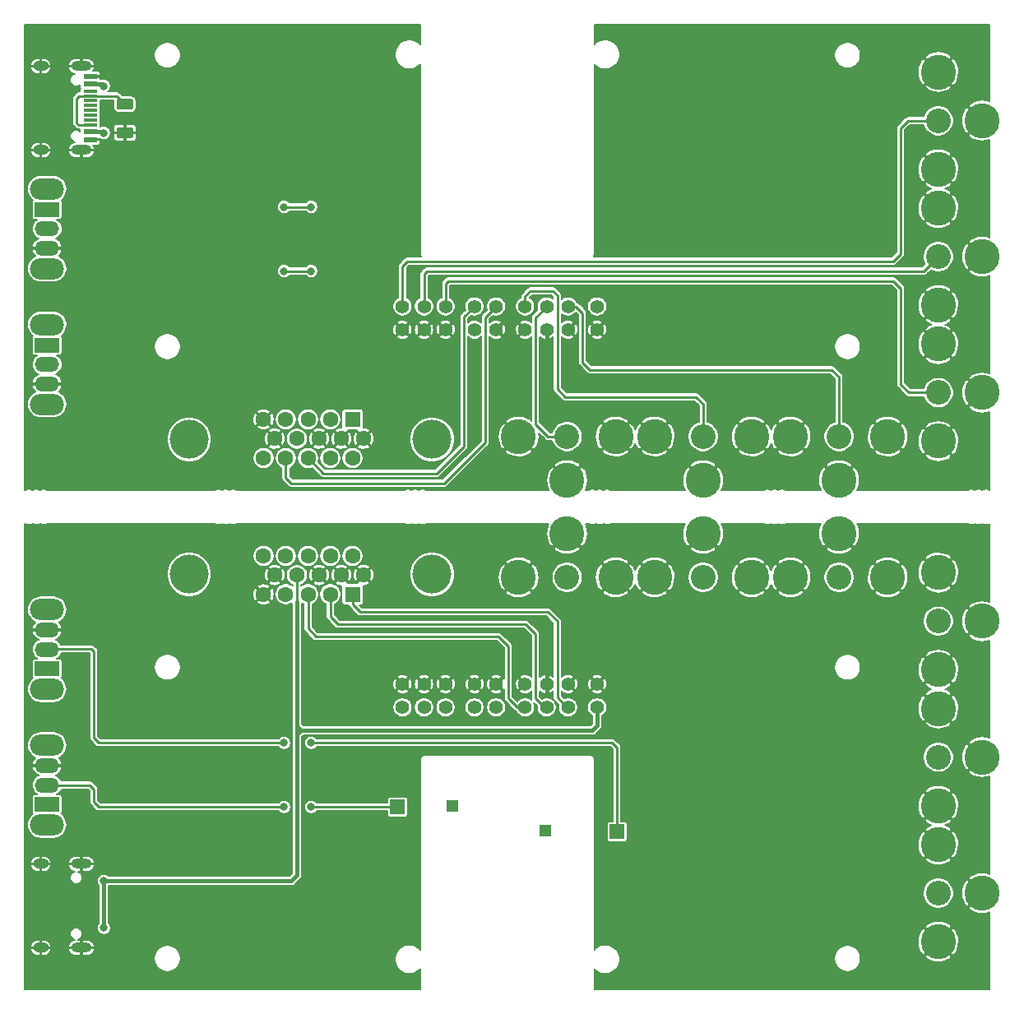
<source format=gbr>
%TF.GenerationSoftware,KiCad,Pcbnew,(5.1.10)-1*%
%TF.CreationDate,2021-12-13T12:24:24+01:00*%
%TF.ProjectId,Analog2HDMI_panel,416e616c-6f67-4324-9844-4d495f70616e,rev?*%
%TF.SameCoordinates,Original*%
%TF.FileFunction,Copper,L1,Top*%
%TF.FilePolarity,Positive*%
%FSLAX46Y46*%
G04 Gerber Fmt 4.6, Leading zero omitted, Abs format (unit mm)*
G04 Created by KiCad (PCBNEW (5.1.10)-1) date 2021-12-13 12:24:24*
%MOMM*%
%LPD*%
G01*
G04 APERTURE LIST*
%TA.AperFunction,ComponentPad*%
%ADD10R,1.600000X1.600000*%
%TD*%
%TA.AperFunction,ComponentPad*%
%ADD11C,1.600000*%
%TD*%
%TA.AperFunction,ComponentPad*%
%ADD12C,4.000000*%
%TD*%
%TA.AperFunction,ComponentPad*%
%ADD13C,3.616000*%
%TD*%
%TA.AperFunction,ComponentPad*%
%ADD14C,2.550000*%
%TD*%
%TA.AperFunction,SMDPad,CuDef*%
%ADD15R,1.500000X1.500000*%
%TD*%
%TA.AperFunction,ComponentPad*%
%ADD16C,1.400000*%
%TD*%
%TA.AperFunction,SMDPad,CuDef*%
%ADD17R,1.300000X1.300000*%
%TD*%
%TA.AperFunction,ComponentPad*%
%ADD18O,1.600000X1.000000*%
%TD*%
%TA.AperFunction,ComponentPad*%
%ADD19O,2.100000X1.000000*%
%TD*%
%TA.AperFunction,ComponentPad*%
%ADD20R,2.500000X1.500000*%
%TD*%
%TA.AperFunction,ComponentPad*%
%ADD21O,2.500000X1.500000*%
%TD*%
%TA.AperFunction,ComponentPad*%
%ADD22O,3.500000X2.200000*%
%TD*%
%TA.AperFunction,SMDPad,CuDef*%
%ADD23R,1.450000X0.600000*%
%TD*%
%TA.AperFunction,SMDPad,CuDef*%
%ADD24R,1.450000X0.300000*%
%TD*%
%TA.AperFunction,ViaPad*%
%ADD25C,0.800000*%
%TD*%
%TA.AperFunction,Conductor*%
%ADD26C,0.400000*%
%TD*%
%TA.AperFunction,Conductor*%
%ADD27C,0.250000*%
%TD*%
%TA.AperFunction,Conductor*%
%ADD28C,0.127000*%
%TD*%
%TA.AperFunction,Conductor*%
%ADD29C,0.100000*%
%TD*%
G04 APERTURE END LIST*
D10*
%TO.P,J2,1*%
%TO.N,/R|Pr*%
X134060000Y-110500000D03*
D11*
%TO.P,J2,2*%
%TO.N,/G|Y*%
X131770000Y-110500000D03*
%TO.P,J2,3*%
%TO.N,/B|Pb*%
X129480000Y-110500000D03*
%TO.P,J2,4*%
%TO.N,N/C*%
X127190000Y-110500000D03*
%TO.P,J2,5*%
%TO.N,GND*%
X124900000Y-110500000D03*
%TO.P,J2,6*%
X135205000Y-108520000D03*
%TO.P,J2,7*%
X132915000Y-108520000D03*
%TO.P,J2,8*%
X130625000Y-108520000D03*
%TO.P,J2,9*%
%TO.N,+5V*%
X128335000Y-108520000D03*
%TO.P,J2,10*%
%TO.N,GND*%
X126045000Y-108520000D03*
%TO.P,J2,11*%
%TO.N,N/C*%
X134060000Y-106540000D03*
%TO.P,J2,12*%
X131770000Y-106540000D03*
%TO.P,J2,13*%
%TO.N,/HS*%
X129480000Y-106540000D03*
%TO.P,J2,14*%
%TO.N,/VS*%
X127190000Y-106540000D03*
%TO.P,J2,15*%
%TO.N,N/C*%
X124900000Y-106540000D03*
D12*
%TO.P,J2,0*%
%TO.N,Net-(J2-Pad0)*%
X117245000Y-108450000D03*
X142245000Y-108450000D03*
%TD*%
D13*
%TO.P,J3,2*%
%TO.N,GND*%
X156145000Y-104250000D03*
X151145000Y-108750000D03*
X161145000Y-108750000D03*
D14*
%TO.P,J3,1*%
%TO.N,/G|Y*%
X156145000Y-108750000D03*
%TD*%
%TO.P,J4,1*%
%TO.N,/B|Pb*%
X170145000Y-108750000D03*
D13*
%TO.P,J4,2*%
%TO.N,GND*%
X175145000Y-108750000D03*
X165145000Y-108750000D03*
X170145000Y-104250000D03*
%TD*%
%TO.P,J5,2*%
%TO.N,GND*%
X184145000Y-104250000D03*
X179145000Y-108750000D03*
X189145000Y-108750000D03*
D14*
%TO.P,J5,1*%
%TO.N,/R|Pr*%
X184145000Y-108750000D03*
%TD*%
D15*
%TO.P,J9,1*%
%TO.N,/~RGBHV*%
X138684000Y-132388000D03*
%TD*%
%TO.P,J10,1*%
%TO.N,/~ANALOG*%
X161290000Y-134928000D03*
%TD*%
D16*
%TO.P,U1,1*%
%TO.N,/SPDIF*%
X139195000Y-122135000D03*
%TO.P,U1,2*%
%TO.N,/AUDIO_R*%
X141415000Y-122135000D03*
%TO.P,U1,3*%
%TO.N,/AUDIO_L*%
X143635000Y-122135000D03*
%TO.P,U1,4*%
%TO.N,/HS*%
X146615000Y-122135000D03*
%TO.P,U1,5*%
%TO.N,/VS*%
X148835000Y-122135000D03*
%TO.P,U1,6*%
%TO.N,/B|Pb*%
X151815000Y-122135000D03*
%TO.P,U1,7*%
%TO.N,/G|Y*%
X154035000Y-122135000D03*
%TO.P,U1,8*%
%TO.N,/R|Pr*%
X156255000Y-122135000D03*
%TO.P,U1,9*%
%TO.N,+5V*%
X159235000Y-122135000D03*
%TO.P,U1,10*%
%TO.N,GND*%
X156255000Y-119745000D03*
X159235000Y-119745000D03*
X154035000Y-119745000D03*
X151815000Y-119745000D03*
X148835000Y-119745000D03*
X146615000Y-119745000D03*
X141415000Y-119745000D03*
X139195000Y-119745000D03*
X143635000Y-119745000D03*
D17*
%TO.P,U1,11*%
%TO.N,/~ANALOG*%
X153925000Y-134795000D03*
%TO.P,U1,12*%
%TO.N,/~RGBHV*%
X144350000Y-132250000D03*
%TD*%
D13*
%TO.P,J6,2*%
%TO.N,GND*%
X198855000Y-127265000D03*
X194355000Y-122265000D03*
X194355000Y-132265000D03*
D14*
%TO.P,J6,1*%
%TO.N,/AUDIO_R*%
X194355000Y-127265000D03*
%TD*%
D13*
%TO.P,J7,2*%
%TO.N,GND*%
X198855000Y-113265000D03*
X194355000Y-108265000D03*
X194355000Y-118265000D03*
D14*
%TO.P,J7,1*%
%TO.N,/AUDIO_L*%
X194355000Y-113265000D03*
%TD*%
%TO.P,J8,1*%
%TO.N,/SPDIF*%
X194355000Y-141265000D03*
D13*
%TO.P,J8,2*%
%TO.N,GND*%
X194355000Y-146265000D03*
X194355000Y-136265000D03*
X198855000Y-141265000D03*
%TD*%
D18*
%TO.P,J1,S1*%
%TO.N,GND*%
X101960000Y-138245000D03*
X101960000Y-146885000D03*
D19*
X106140000Y-146885000D03*
X106140000Y-138245000D03*
%TD*%
D20*
%TO.P,SW1,1*%
%TO.N,N/C*%
X102616000Y-132134000D03*
D21*
%TO.P,SW1,2*%
%TO.N,/~RGBHV*%
X102616000Y-130134000D03*
%TO.P,SW1,3*%
%TO.N,GND*%
X102616000Y-128134000D03*
D22*
%TO.P,SW1,*%
%TO.N,*%
X102616000Y-134234000D03*
X102616000Y-126034000D03*
%TD*%
D20*
%TO.P,SW2,1*%
%TO.N,N/C*%
X102616000Y-118164000D03*
D21*
%TO.P,SW2,2*%
%TO.N,/~ANALOG*%
X102616000Y-116164000D03*
%TO.P,SW2,3*%
%TO.N,GND*%
X102616000Y-114164000D03*
D22*
%TO.P,SW2,*%
%TO.N,*%
X102616000Y-120264000D03*
X102616000Y-112064000D03*
%TD*%
D16*
%TO.P,U1,10*%
%TO.N,GND*%
X143635000Y-83255000D03*
X139195000Y-83255000D03*
X141415000Y-83255000D03*
X146615000Y-83255000D03*
X148835000Y-83255000D03*
X151815000Y-83255000D03*
X154035000Y-83255000D03*
X159235000Y-83255000D03*
X156255000Y-83255000D03*
%TO.P,U1,9*%
%TO.N,+5V*%
X159235000Y-80865000D03*
%TO.P,U1,8*%
%TO.N,/R|Pr*%
X156255000Y-80865000D03*
%TO.P,U1,7*%
%TO.N,/G|Y*%
X154035000Y-80865000D03*
%TO.P,U1,6*%
%TO.N,/B|Pb*%
X151815000Y-80865000D03*
%TO.P,U1,5*%
%TO.N,/VS*%
X148835000Y-80865000D03*
%TO.P,U1,4*%
%TO.N,/HS*%
X146615000Y-80865000D03*
%TO.P,U1,3*%
%TO.N,/AUDIO_L*%
X143635000Y-80865000D03*
%TO.P,U1,2*%
%TO.N,/AUDIO_R*%
X141415000Y-80865000D03*
%TO.P,U1,1*%
%TO.N,/SPDIF*%
X139195000Y-80865000D03*
%TD*%
D22*
%TO.P,SW2,*%
%TO.N,*%
X102616000Y-90936000D03*
X102616000Y-82736000D03*
D21*
%TO.P,SW2,3*%
%TO.N,GND*%
X102616000Y-88836000D03*
%TO.P,SW2,2*%
%TO.N,/~ANALOG*%
X102616000Y-86836000D03*
D20*
%TO.P,SW2,1*%
%TO.N,N/C*%
X102616000Y-84836000D03*
%TD*%
D22*
%TO.P,SW1,*%
%TO.N,*%
X102616000Y-76966000D03*
X102616000Y-68766000D03*
D21*
%TO.P,SW1,3*%
%TO.N,GND*%
X102616000Y-74866000D03*
%TO.P,SW1,2*%
%TO.N,/~RGBHV*%
X102616000Y-72866000D03*
D20*
%TO.P,SW1,1*%
%TO.N,N/C*%
X102616000Y-70866000D03*
%TD*%
D23*
%TO.P,J1,B1*%
%TO.N,GND*%
X107055000Y-63685000D03*
%TO.P,J1,A9*%
%TO.N,+5V*%
X107055000Y-62885000D03*
%TO.P,J1,B9*%
X107055000Y-57985000D03*
%TO.P,J1,B12*%
%TO.N,GND*%
X107055000Y-57185000D03*
%TO.P,J1,A1*%
X107055000Y-57185000D03*
%TO.P,J1,A4*%
%TO.N,+5V*%
X107055000Y-57985000D03*
%TO.P,J1,B4*%
X107055000Y-62885000D03*
%TO.P,J1,A12*%
%TO.N,GND*%
X107055000Y-63685000D03*
D24*
%TO.P,J1,B8*%
%TO.N,N/C*%
X107055000Y-58685000D03*
%TO.P,J1,A5*%
%TO.N,Net-(J1-PadA5)*%
X107055000Y-59185000D03*
%TO.P,J1,B7*%
%TO.N,N/C*%
X107055000Y-59685000D03*
%TO.P,J1,A7*%
X107055000Y-60685000D03*
%TO.P,J1,B6*%
X107055000Y-61185000D03*
%TO.P,J1,A8*%
X107055000Y-61685000D03*
%TO.P,J1,B5*%
%TO.N,Net-(J1-PadA5)*%
X107055000Y-62185000D03*
%TO.P,J1,A6*%
%TO.N,N/C*%
X107055000Y-60185000D03*
D19*
%TO.P,J1,S1*%
%TO.N,GND*%
X106140000Y-64755000D03*
X106140000Y-56115000D03*
D18*
X101960000Y-56115000D03*
X101960000Y-64755000D03*
%TD*%
D13*
%TO.P,J8,2*%
%TO.N,GND*%
X198855000Y-61735000D03*
X194355000Y-66735000D03*
X194355000Y-56735000D03*
D14*
%TO.P,J8,1*%
%TO.N,/SPDIF*%
X194355000Y-61735000D03*
%TD*%
%TO.P,J7,1*%
%TO.N,/AUDIO_L*%
X194355000Y-89735000D03*
D13*
%TO.P,J7,2*%
%TO.N,GND*%
X194355000Y-84735000D03*
X194355000Y-94735000D03*
X198855000Y-89735000D03*
%TD*%
D14*
%TO.P,J6,1*%
%TO.N,/AUDIO_R*%
X194355000Y-75735000D03*
D13*
%TO.P,J6,2*%
%TO.N,GND*%
X194355000Y-70735000D03*
X194355000Y-80735000D03*
X198855000Y-75735000D03*
%TD*%
D14*
%TO.P,J5,1*%
%TO.N,/R|Pr*%
X184145000Y-94250000D03*
D13*
%TO.P,J5,2*%
%TO.N,GND*%
X189145000Y-94250000D03*
X179145000Y-94250000D03*
X184145000Y-98750000D03*
%TD*%
%TO.P,J4,2*%
%TO.N,GND*%
X170145000Y-98750000D03*
X165145000Y-94250000D03*
X175145000Y-94250000D03*
D14*
%TO.P,J4,1*%
%TO.N,/B|Pb*%
X170145000Y-94250000D03*
%TD*%
%TO.P,J3,1*%
%TO.N,/G|Y*%
X156145000Y-94250000D03*
D13*
%TO.P,J3,2*%
%TO.N,GND*%
X161145000Y-94250000D03*
X151145000Y-94250000D03*
X156145000Y-98750000D03*
%TD*%
%TO.P,R1,2*%
%TO.N,Net-(J1-PadA5)*%
%TA.AperFunction,SMDPad,CuDef*%
G36*
G01*
X111255002Y-60612500D02*
X110004998Y-60612500D01*
G75*
G02*
X109755000Y-60362502I0J249998D01*
G01*
X109755000Y-59737498D01*
G75*
G02*
X110004998Y-59487500I249998J0D01*
G01*
X111255002Y-59487500D01*
G75*
G02*
X111505000Y-59737498I0J-249998D01*
G01*
X111505000Y-60362502D01*
G75*
G02*
X111255002Y-60612500I-249998J0D01*
G01*
G37*
%TD.AperFunction*%
%TO.P,R1,1*%
%TO.N,GND*%
%TA.AperFunction,SMDPad,CuDef*%
G36*
G01*
X111255002Y-63537500D02*
X110004998Y-63537500D01*
G75*
G02*
X109755000Y-63287502I0J249998D01*
G01*
X109755000Y-62662498D01*
G75*
G02*
X110004998Y-62412500I249998J0D01*
G01*
X111255002Y-62412500D01*
G75*
G02*
X111505000Y-62662498I0J-249998D01*
G01*
X111505000Y-63287502D01*
G75*
G02*
X111255002Y-63537500I-249998J0D01*
G01*
G37*
%TD.AperFunction*%
%TD*%
D12*
%TO.P,J2,0*%
%TO.N,Net-(J2-Pad0)*%
X142245000Y-94550000D03*
X117245000Y-94550000D03*
D11*
%TO.P,J2,15*%
%TO.N,N/C*%
X124900000Y-96460000D03*
%TO.P,J2,14*%
%TO.N,/VS*%
X127190000Y-96460000D03*
%TO.P,J2,13*%
%TO.N,/HS*%
X129480000Y-96460000D03*
%TO.P,J2,12*%
%TO.N,N/C*%
X131770000Y-96460000D03*
%TO.P,J2,11*%
X134060000Y-96460000D03*
%TO.P,J2,10*%
%TO.N,GND*%
X126045000Y-94480000D03*
%TO.P,J2,9*%
%TO.N,+5V*%
X128335000Y-94480000D03*
%TO.P,J2,8*%
%TO.N,GND*%
X130625000Y-94480000D03*
%TO.P,J2,7*%
X132915000Y-94480000D03*
%TO.P,J2,6*%
X135205000Y-94480000D03*
%TO.P,J2,5*%
X124900000Y-92500000D03*
%TO.P,J2,4*%
%TO.N,N/C*%
X127190000Y-92500000D03*
%TO.P,J2,3*%
%TO.N,/B|Pb*%
X129480000Y-92500000D03*
%TO.P,J2,2*%
%TO.N,/G|Y*%
X131770000Y-92500000D03*
D10*
%TO.P,J2,1*%
%TO.N,/R|Pr*%
X134060000Y-92500000D03*
%TD*%
D25*
%TO.N,+5V*%
X108458000Y-62992000D03*
X108458000Y-58166000D03*
X108458000Y-140008000D03*
X108458000Y-144834000D03*
%TO.N,/~RGBHV*%
X129794000Y-70612000D03*
X127000000Y-70612000D03*
X129794000Y-132388000D03*
X127000000Y-132388000D03*
%TO.N,/~ANALOG*%
X127000000Y-77216000D03*
X129794000Y-77216000D03*
X129794000Y-125784000D03*
X127000000Y-125784000D03*
%TD*%
D26*
%TO.N,GND*%
X154035000Y-83255000D02*
X154035000Y-84979000D01*
X154035000Y-119745000D02*
X154035000Y-118275000D01*
X154035000Y-119745000D02*
X154035000Y-120815000D01*
%TO.N,+5V*%
X108351000Y-62885000D02*
X108458000Y-62992000D01*
X107055000Y-62885000D02*
X108351000Y-62885000D01*
X108277000Y-57985000D02*
X107055000Y-57985000D01*
X108458000Y-58166000D02*
X108277000Y-57985000D01*
X128335000Y-123817000D02*
X128335000Y-113383476D01*
X158750000Y-124514000D02*
X129032000Y-124514000D01*
X159235000Y-124029000D02*
X158750000Y-124514000D01*
X127762000Y-140008000D02*
X108458000Y-140008000D01*
X159235000Y-122135000D02*
X159235000Y-124029000D01*
X128335000Y-113383476D02*
X128335000Y-111306000D01*
X128335000Y-139435000D02*
X127762000Y-140008000D01*
D27*
X128335000Y-108520000D02*
X128335000Y-111306000D01*
D26*
X128335000Y-125211000D02*
X128335000Y-139435000D01*
X128335000Y-123817000D02*
X128335000Y-125211000D01*
X128335000Y-124957000D02*
X128335000Y-125211000D01*
X108458000Y-140008000D02*
X108458000Y-144834000D01*
X128335000Y-124071000D02*
X128335000Y-123817000D01*
X128778000Y-124514000D02*
X128335000Y-124071000D01*
X129032000Y-124514000D02*
X128778000Y-124514000D01*
X128778000Y-124514000D02*
X128335000Y-124957000D01*
D27*
%TO.N,Net-(J1-PadA5)*%
X109765000Y-59185000D02*
X110630000Y-60050000D01*
X107055000Y-59185000D02*
X109765000Y-59185000D01*
X107055000Y-62185000D02*
X105873000Y-62185000D01*
X105873000Y-62185000D02*
X105664000Y-61976000D01*
X105664000Y-61976000D02*
X105664000Y-59436000D01*
X105915000Y-59185000D02*
X107055000Y-59185000D01*
X105664000Y-59436000D02*
X105915000Y-59185000D01*
%TO.N,/VS*%
X127190000Y-98488000D02*
X127190000Y-96460000D01*
X127762000Y-99060000D02*
X127190000Y-98488000D01*
X143510000Y-99060000D02*
X127762000Y-99060000D01*
X147701000Y-94869000D02*
X143510000Y-99060000D01*
X147701000Y-81999000D02*
X147701000Y-94869000D01*
X148835000Y-80865000D02*
X147701000Y-81999000D01*
%TO.N,/HS*%
X131064000Y-98044000D02*
X129480000Y-96460000D01*
X142748000Y-98044000D02*
X131064000Y-98044000D01*
X145542000Y-81938000D02*
X145542000Y-95250000D01*
X145542000Y-95250000D02*
X142748000Y-98044000D01*
X146615000Y-80865000D02*
X145542000Y-81938000D01*
%TO.N,/B|Pb*%
X169418000Y-90170000D02*
X170145000Y-90897000D01*
X155130500Y-89344500D02*
X155956000Y-90170000D01*
X155130500Y-79684750D02*
X155130500Y-89344500D01*
X154693750Y-79248000D02*
X155130500Y-79684750D01*
X152400000Y-79248000D02*
X154693750Y-79248000D01*
X155956000Y-90170000D02*
X169418000Y-90170000D01*
X151815000Y-79833000D02*
X152400000Y-79248000D01*
X170145000Y-90897000D02*
X170145000Y-94250000D01*
X151815000Y-80865000D02*
X151815000Y-79833000D01*
X150114000Y-115878000D02*
X149098000Y-114862000D01*
X150114000Y-121212000D02*
X150114000Y-115878000D01*
X151815000Y-122135000D02*
X151037000Y-122135000D01*
X149098000Y-114862000D02*
X130302000Y-114862000D01*
X129480000Y-114040000D02*
X129480000Y-110500000D01*
X130302000Y-114862000D02*
X129480000Y-114040000D01*
X151037000Y-122135000D02*
X150114000Y-121212000D01*
%TO.N,/G|Y*%
X154194000Y-94250000D02*
X156145000Y-94250000D01*
X152908000Y-81992000D02*
X152908000Y-92964000D01*
X152908000Y-92964000D02*
X154194000Y-94250000D01*
X154035000Y-80865000D02*
X152908000Y-81992000D01*
X132588000Y-113592000D02*
X131770000Y-112774000D01*
X131770000Y-112774000D02*
X131770000Y-110500000D01*
X151892000Y-113592000D02*
X132588000Y-113592000D01*
X152908000Y-114608000D02*
X151892000Y-113592000D01*
X152908000Y-121237000D02*
X152908000Y-114608000D01*
X154035000Y-122135000D02*
X153806000Y-122135000D01*
X153806000Y-122135000D02*
X152908000Y-121237000D01*
%TO.N,/R|Pr*%
X184145000Y-88133000D02*
X184145000Y-94250000D01*
X158496000Y-87376000D02*
X183388000Y-87376000D01*
X157734000Y-86614000D02*
X158496000Y-87376000D01*
X157734000Y-81534000D02*
X157734000Y-86614000D01*
X157065000Y-80865000D02*
X157734000Y-81534000D01*
X183388000Y-87376000D02*
X184145000Y-88133000D01*
X156255000Y-80865000D02*
X157065000Y-80865000D01*
X155130500Y-121148500D02*
X155130500Y-113274500D01*
X154178000Y-112322000D02*
X134874000Y-112322000D01*
X134060000Y-111508000D02*
X134060000Y-110500000D01*
X156117000Y-122135000D02*
X155130500Y-121148500D01*
X156255000Y-122135000D02*
X156117000Y-122135000D01*
X155130500Y-113274500D02*
X154178000Y-112322000D01*
X134874000Y-112322000D02*
X134060000Y-111508000D01*
%TO.N,/AUDIO_R*%
X141415000Y-77533000D02*
X141415000Y-80865000D01*
X141732000Y-77216000D02*
X141415000Y-77533000D01*
X192874000Y-77216000D02*
X141732000Y-77216000D01*
X194355000Y-75735000D02*
X192874000Y-77216000D01*
%TO.N,/AUDIO_L*%
X191335000Y-89735000D02*
X194355000Y-89735000D01*
X190500000Y-88900000D02*
X191335000Y-89735000D01*
X190500000Y-78994000D02*
X190500000Y-88900000D01*
X189738000Y-78232000D02*
X190500000Y-78994000D01*
X143889000Y-78232000D02*
X189738000Y-78232000D01*
X143635000Y-78486000D02*
X143889000Y-78232000D01*
X143635000Y-80865000D02*
X143635000Y-78486000D01*
%TO.N,/SPDIF*%
X139195000Y-76705000D02*
X139195000Y-80865000D01*
X139700000Y-76200000D02*
X139195000Y-76705000D01*
X190500000Y-62484000D02*
X190500000Y-75438000D01*
X191249000Y-61735000D02*
X190500000Y-62484000D01*
X189738000Y-76200000D02*
X139700000Y-76200000D01*
X190500000Y-75438000D02*
X189738000Y-76200000D01*
X194355000Y-61735000D02*
X191249000Y-61735000D01*
%TO.N,/~RGBHV*%
X129794000Y-70612000D02*
X127000000Y-70612000D01*
X107442000Y-131880000D02*
X107950000Y-132388000D01*
X106998000Y-130134000D02*
X107442000Y-130578000D01*
X107950000Y-132388000D02*
X127000000Y-132388000D01*
X107442000Y-130578000D02*
X107442000Y-131880000D01*
X102616000Y-130134000D02*
X106998000Y-130134000D01*
X138684000Y-132388000D02*
X129794000Y-132388000D01*
%TO.N,/~ANALOG*%
X127000000Y-77216000D02*
X129794000Y-77216000D01*
X107950000Y-125784000D02*
X127000000Y-125784000D01*
X107442000Y-125276000D02*
X107950000Y-125784000D01*
X107442000Y-116386000D02*
X107442000Y-125276000D01*
X107188000Y-116132000D02*
X107442000Y-116386000D01*
X102648000Y-116132000D02*
X107188000Y-116132000D01*
X160782000Y-125784000D02*
X129794000Y-125784000D01*
X161290000Y-126292000D02*
X160782000Y-125784000D01*
X161290000Y-134928000D02*
X161290000Y-126292000D01*
X102616000Y-116164000D02*
X102648000Y-116132000D01*
%TD*%
D28*
%TO.N,GND*%
X141057500Y-53911430D02*
X140892350Y-53746280D01*
X140643806Y-53580209D01*
X140367639Y-53465816D01*
X140074461Y-53407500D01*
X139775539Y-53407500D01*
X139482361Y-53465816D01*
X139206194Y-53580209D01*
X138957650Y-53746280D01*
X138746280Y-53957650D01*
X138580209Y-54206194D01*
X138465816Y-54482361D01*
X138407500Y-54775539D01*
X138407500Y-55074461D01*
X138465816Y-55367639D01*
X138580209Y-55643806D01*
X138746280Y-55892350D01*
X138957650Y-56103720D01*
X139206194Y-56269791D01*
X139482361Y-56384184D01*
X139775539Y-56442500D01*
X140074461Y-56442500D01*
X140367639Y-56384184D01*
X140643806Y-56269791D01*
X140892350Y-56103720D01*
X141057500Y-55938570D01*
X141057501Y-75583166D01*
X141055843Y-75600000D01*
X141062456Y-75667142D01*
X141082040Y-75731703D01*
X141095829Y-75757500D01*
X139721734Y-75757500D01*
X139700000Y-75755359D01*
X139678266Y-75757500D01*
X139678263Y-75757500D01*
X139613255Y-75763903D01*
X139529843Y-75789205D01*
X139452970Y-75830295D01*
X139430428Y-75848795D01*
X139385591Y-75885591D01*
X139371735Y-75902475D01*
X138897480Y-76376731D01*
X138880591Y-76390591D01*
X138855700Y-76420922D01*
X138825295Y-76457971D01*
X138795128Y-76514409D01*
X138784205Y-76534844D01*
X138758903Y-76618256D01*
X138752500Y-76683263D01*
X138750359Y-76705000D01*
X138752500Y-76726735D01*
X138752501Y-79946955D01*
X138713033Y-79963303D01*
X138546382Y-80074656D01*
X138404656Y-80216382D01*
X138293303Y-80383033D01*
X138216602Y-80568206D01*
X138177500Y-80764785D01*
X138177500Y-80965215D01*
X138216602Y-81161794D01*
X138293303Y-81346967D01*
X138404656Y-81513618D01*
X138546382Y-81655344D01*
X138713033Y-81766697D01*
X138898206Y-81843398D01*
X139094785Y-81882500D01*
X139295215Y-81882500D01*
X139491794Y-81843398D01*
X139676967Y-81766697D01*
X139843618Y-81655344D01*
X139985344Y-81513618D01*
X140096697Y-81346967D01*
X140173398Y-81161794D01*
X140212500Y-80965215D01*
X140212500Y-80764785D01*
X140397500Y-80764785D01*
X140397500Y-80965215D01*
X140436602Y-81161794D01*
X140513303Y-81346967D01*
X140624656Y-81513618D01*
X140766382Y-81655344D01*
X140933033Y-81766697D01*
X141118206Y-81843398D01*
X141314785Y-81882500D01*
X141515215Y-81882500D01*
X141711794Y-81843398D01*
X141896967Y-81766697D01*
X142063618Y-81655344D01*
X142205344Y-81513618D01*
X142316697Y-81346967D01*
X142393398Y-81161794D01*
X142432500Y-80965215D01*
X142432500Y-80764785D01*
X142617500Y-80764785D01*
X142617500Y-80965215D01*
X142656602Y-81161794D01*
X142733303Y-81346967D01*
X142844656Y-81513618D01*
X142986382Y-81655344D01*
X143153033Y-81766697D01*
X143338206Y-81843398D01*
X143534785Y-81882500D01*
X143735215Y-81882500D01*
X143931794Y-81843398D01*
X144116967Y-81766697D01*
X144283618Y-81655344D01*
X144425344Y-81513618D01*
X144536697Y-81346967D01*
X144613398Y-81161794D01*
X144652500Y-80965215D01*
X144652500Y-80764785D01*
X144613398Y-80568206D01*
X144536697Y-80383033D01*
X144425344Y-80216382D01*
X144283618Y-80074656D01*
X144116967Y-79963303D01*
X144077500Y-79946955D01*
X144077500Y-78674500D01*
X189554711Y-78674500D01*
X190057500Y-79177290D01*
X190057501Y-88878255D01*
X190055359Y-88900000D01*
X190063904Y-88986745D01*
X190089205Y-89070156D01*
X190130295Y-89147029D01*
X190152712Y-89174344D01*
X190185592Y-89214409D01*
X190202476Y-89228265D01*
X191006730Y-90032519D01*
X191020591Y-90049409D01*
X191087971Y-90104705D01*
X191164843Y-90145795D01*
X191248255Y-90171097D01*
X191313263Y-90177500D01*
X191313265Y-90177500D01*
X191334999Y-90179641D01*
X191356733Y-90177500D01*
X192819320Y-90177500D01*
X192823699Y-90199515D01*
X192943745Y-90489331D01*
X193118025Y-90750159D01*
X193339841Y-90971975D01*
X193600669Y-91146255D01*
X193890485Y-91266301D01*
X194198152Y-91327500D01*
X194511848Y-91327500D01*
X194819515Y-91266301D01*
X195109331Y-91146255D01*
X195370159Y-90971975D01*
X195591975Y-90750159D01*
X195766255Y-90489331D01*
X195886301Y-90199515D01*
X195947500Y-89891848D01*
X195947500Y-89714638D01*
X196719313Y-89714638D01*
X196756376Y-90131681D01*
X196874090Y-90533481D01*
X197067928Y-90904595D01*
X197090554Y-90938455D01*
X197356692Y-91143506D01*
X198765197Y-89735000D01*
X197356692Y-88326494D01*
X197090554Y-88531545D01*
X196889674Y-88898896D01*
X196764321Y-89298377D01*
X196719313Y-89714638D01*
X195947500Y-89714638D01*
X195947500Y-89578152D01*
X195886301Y-89270485D01*
X195766255Y-88980669D01*
X195591975Y-88719841D01*
X195370159Y-88498025D01*
X195109331Y-88323745D01*
X194819515Y-88203699D01*
X194511848Y-88142500D01*
X194198152Y-88142500D01*
X193890485Y-88203699D01*
X193600669Y-88323745D01*
X193339841Y-88498025D01*
X193118025Y-88719841D01*
X192943745Y-88980669D01*
X192823699Y-89270485D01*
X192819320Y-89292500D01*
X191518289Y-89292500D01*
X190942500Y-88716711D01*
X190942500Y-86233308D01*
X192946494Y-86233308D01*
X193151545Y-86499446D01*
X193518896Y-86700326D01*
X193918377Y-86825679D01*
X194334638Y-86870687D01*
X194751681Y-86833624D01*
X195153481Y-86715910D01*
X195524595Y-86522072D01*
X195558455Y-86499446D01*
X195763506Y-86233308D01*
X194355000Y-84824803D01*
X192946494Y-86233308D01*
X190942500Y-86233308D01*
X190942500Y-84714638D01*
X192219313Y-84714638D01*
X192256376Y-85131681D01*
X192374090Y-85533481D01*
X192567928Y-85904595D01*
X192590554Y-85938455D01*
X192856692Y-86143506D01*
X194265197Y-84735000D01*
X194444803Y-84735000D01*
X195853308Y-86143506D01*
X196119446Y-85938455D01*
X196320326Y-85571104D01*
X196445679Y-85171623D01*
X196490687Y-84755362D01*
X196453624Y-84338319D01*
X196335910Y-83936519D01*
X196142072Y-83565405D01*
X196119446Y-83531545D01*
X195853308Y-83326494D01*
X194444803Y-84735000D01*
X194265197Y-84735000D01*
X192856692Y-83326494D01*
X192590554Y-83531545D01*
X192389674Y-83898896D01*
X192264321Y-84298377D01*
X192219313Y-84714638D01*
X190942500Y-84714638D01*
X190942500Y-82233308D01*
X192946494Y-82233308D01*
X193151545Y-82499446D01*
X193518896Y-82700326D01*
X193625671Y-82733831D01*
X193556519Y-82754090D01*
X193185405Y-82947928D01*
X193151545Y-82970554D01*
X192946494Y-83236692D01*
X194355000Y-84645197D01*
X195763506Y-83236692D01*
X195558455Y-82970554D01*
X195191104Y-82769674D01*
X195084329Y-82736169D01*
X195153481Y-82715910D01*
X195524595Y-82522072D01*
X195558455Y-82499446D01*
X195763506Y-82233308D01*
X194355000Y-80824803D01*
X192946494Y-82233308D01*
X190942500Y-82233308D01*
X190942500Y-80714638D01*
X192219313Y-80714638D01*
X192256376Y-81131681D01*
X192374090Y-81533481D01*
X192567928Y-81904595D01*
X192590554Y-81938455D01*
X192856692Y-82143506D01*
X194265197Y-80735000D01*
X194444803Y-80735000D01*
X195853308Y-82143506D01*
X196119446Y-81938455D01*
X196320326Y-81571104D01*
X196445679Y-81171623D01*
X196490687Y-80755362D01*
X196453624Y-80338319D01*
X196335910Y-79936519D01*
X196142072Y-79565405D01*
X196119446Y-79531545D01*
X195853308Y-79326494D01*
X194444803Y-80735000D01*
X194265197Y-80735000D01*
X192856692Y-79326494D01*
X192590554Y-79531545D01*
X192389674Y-79898896D01*
X192264321Y-80298377D01*
X192219313Y-80714638D01*
X190942500Y-80714638D01*
X190942500Y-79236692D01*
X192946494Y-79236692D01*
X194355000Y-80645197D01*
X195763506Y-79236692D01*
X195558455Y-78970554D01*
X195191104Y-78769674D01*
X194791623Y-78644321D01*
X194375362Y-78599313D01*
X193958319Y-78636376D01*
X193556519Y-78754090D01*
X193185405Y-78947928D01*
X193151545Y-78970554D01*
X192946494Y-79236692D01*
X190942500Y-79236692D01*
X190942500Y-79015734D01*
X190944641Y-78994000D01*
X190942500Y-78972263D01*
X190936097Y-78907255D01*
X190910795Y-78823843D01*
X190869705Y-78746971D01*
X190814409Y-78679591D01*
X190797526Y-78665736D01*
X190066269Y-77934480D01*
X190052409Y-77917591D01*
X189985029Y-77862295D01*
X189908157Y-77821205D01*
X189824745Y-77795903D01*
X189759737Y-77789500D01*
X189759734Y-77789500D01*
X189738000Y-77787359D01*
X189716266Y-77789500D01*
X143910733Y-77789500D01*
X143888999Y-77787359D01*
X143867265Y-77789500D01*
X143867263Y-77789500D01*
X143802255Y-77795903D01*
X143718843Y-77821205D01*
X143641971Y-77862295D01*
X143574591Y-77917591D01*
X143560726Y-77934486D01*
X143337477Y-78157734D01*
X143320592Y-78171591D01*
X143306736Y-78188475D01*
X143306735Y-78188476D01*
X143265295Y-78238971D01*
X143224205Y-78315844D01*
X143198904Y-78399255D01*
X143190359Y-78486000D01*
X143192501Y-78507744D01*
X143192500Y-79946955D01*
X143153033Y-79963303D01*
X142986382Y-80074656D01*
X142844656Y-80216382D01*
X142733303Y-80383033D01*
X142656602Y-80568206D01*
X142617500Y-80764785D01*
X142432500Y-80764785D01*
X142393398Y-80568206D01*
X142316697Y-80383033D01*
X142205344Y-80216382D01*
X142063618Y-80074656D01*
X141896967Y-79963303D01*
X141857500Y-79946955D01*
X141857500Y-77716289D01*
X141915290Y-77658500D01*
X192852266Y-77658500D01*
X192874000Y-77660641D01*
X192895734Y-77658500D01*
X192895737Y-77658500D01*
X192960745Y-77652097D01*
X193044157Y-77626795D01*
X193121029Y-77585705D01*
X193188409Y-77530409D01*
X193202270Y-77513519D01*
X193582005Y-77133784D01*
X193600669Y-77146255D01*
X193890485Y-77266301D01*
X194198152Y-77327500D01*
X194511848Y-77327500D01*
X194819515Y-77266301D01*
X195109331Y-77146255D01*
X195370159Y-76971975D01*
X195591975Y-76750159D01*
X195766255Y-76489331D01*
X195886301Y-76199515D01*
X195947500Y-75891848D01*
X195947500Y-75714638D01*
X196719313Y-75714638D01*
X196756376Y-76131681D01*
X196874090Y-76533481D01*
X197067928Y-76904595D01*
X197090554Y-76938455D01*
X197356692Y-77143506D01*
X198765197Y-75735000D01*
X197356692Y-74326494D01*
X197090554Y-74531545D01*
X196889674Y-74898896D01*
X196764321Y-75298377D01*
X196719313Y-75714638D01*
X195947500Y-75714638D01*
X195947500Y-75578152D01*
X195886301Y-75270485D01*
X195766255Y-74980669D01*
X195591975Y-74719841D01*
X195370159Y-74498025D01*
X195109331Y-74323745D01*
X194819515Y-74203699D01*
X194511848Y-74142500D01*
X194198152Y-74142500D01*
X193890485Y-74203699D01*
X193600669Y-74323745D01*
X193339841Y-74498025D01*
X193118025Y-74719841D01*
X192943745Y-74980669D01*
X192823699Y-75270485D01*
X192762500Y-75578152D01*
X192762500Y-75891848D01*
X192823699Y-76199515D01*
X192943745Y-76489331D01*
X192956216Y-76507995D01*
X192690711Y-76773500D01*
X141753737Y-76773500D01*
X141732000Y-76771359D01*
X141710263Y-76773500D01*
X141645255Y-76779903D01*
X141561843Y-76805205D01*
X141484971Y-76846295D01*
X141417591Y-76901591D01*
X141403735Y-76918476D01*
X141117480Y-77204731D01*
X141100591Y-77218591D01*
X141068889Y-77257221D01*
X141045295Y-77285971D01*
X141036329Y-77302745D01*
X141004205Y-77362844D01*
X140978903Y-77446256D01*
X140973664Y-77499446D01*
X140970359Y-77533000D01*
X140972500Y-77554735D01*
X140972501Y-79946955D01*
X140933033Y-79963303D01*
X140766382Y-80074656D01*
X140624656Y-80216382D01*
X140513303Y-80383033D01*
X140436602Y-80568206D01*
X140397500Y-80764785D01*
X140212500Y-80764785D01*
X140173398Y-80568206D01*
X140096697Y-80383033D01*
X139985344Y-80216382D01*
X139843618Y-80074656D01*
X139676967Y-79963303D01*
X139637500Y-79946955D01*
X139637500Y-76888289D01*
X139883290Y-76642500D01*
X189716266Y-76642500D01*
X189738000Y-76644641D01*
X189759734Y-76642500D01*
X189759737Y-76642500D01*
X189824745Y-76636097D01*
X189908157Y-76610795D01*
X189985029Y-76569705D01*
X190052409Y-76514409D01*
X190066269Y-76497520D01*
X190797525Y-75766265D01*
X190814409Y-75752409D01*
X190869705Y-75685029D01*
X190910795Y-75608157D01*
X190936097Y-75524745D01*
X190942500Y-75459737D01*
X190942500Y-75459734D01*
X190944641Y-75438000D01*
X190942500Y-75416266D01*
X190942500Y-72233308D01*
X192946494Y-72233308D01*
X193151545Y-72499446D01*
X193518896Y-72700326D01*
X193918377Y-72825679D01*
X194334638Y-72870687D01*
X194751681Y-72833624D01*
X195153481Y-72715910D01*
X195524595Y-72522072D01*
X195558455Y-72499446D01*
X195763506Y-72233308D01*
X194355000Y-70824803D01*
X192946494Y-72233308D01*
X190942500Y-72233308D01*
X190942500Y-70714638D01*
X192219313Y-70714638D01*
X192256376Y-71131681D01*
X192374090Y-71533481D01*
X192567928Y-71904595D01*
X192590554Y-71938455D01*
X192856692Y-72143506D01*
X194265197Y-70735000D01*
X194444803Y-70735000D01*
X195853308Y-72143506D01*
X196119446Y-71938455D01*
X196320326Y-71571104D01*
X196445679Y-71171623D01*
X196490687Y-70755362D01*
X196453624Y-70338319D01*
X196335910Y-69936519D01*
X196142072Y-69565405D01*
X196119446Y-69531545D01*
X195853308Y-69326494D01*
X194444803Y-70735000D01*
X194265197Y-70735000D01*
X192856692Y-69326494D01*
X192590554Y-69531545D01*
X192389674Y-69898896D01*
X192264321Y-70298377D01*
X192219313Y-70714638D01*
X190942500Y-70714638D01*
X190942500Y-68233308D01*
X192946494Y-68233308D01*
X193151545Y-68499446D01*
X193518896Y-68700326D01*
X193625671Y-68733831D01*
X193556519Y-68754090D01*
X193185405Y-68947928D01*
X193151545Y-68970554D01*
X192946494Y-69236692D01*
X194355000Y-70645197D01*
X195763506Y-69236692D01*
X195558455Y-68970554D01*
X195191104Y-68769674D01*
X195084329Y-68736169D01*
X195153481Y-68715910D01*
X195524595Y-68522072D01*
X195558455Y-68499446D01*
X195763506Y-68233308D01*
X194355000Y-66824803D01*
X192946494Y-68233308D01*
X190942500Y-68233308D01*
X190942500Y-66714638D01*
X192219313Y-66714638D01*
X192256376Y-67131681D01*
X192374090Y-67533481D01*
X192567928Y-67904595D01*
X192590554Y-67938455D01*
X192856692Y-68143506D01*
X194265197Y-66735000D01*
X194444803Y-66735000D01*
X195853308Y-68143506D01*
X196119446Y-67938455D01*
X196320326Y-67571104D01*
X196445679Y-67171623D01*
X196490687Y-66755362D01*
X196453624Y-66338319D01*
X196335910Y-65936519D01*
X196142072Y-65565405D01*
X196119446Y-65531545D01*
X195853308Y-65326494D01*
X194444803Y-66735000D01*
X194265197Y-66735000D01*
X192856692Y-65326494D01*
X192590554Y-65531545D01*
X192389674Y-65898896D01*
X192264321Y-66298377D01*
X192219313Y-66714638D01*
X190942500Y-66714638D01*
X190942500Y-65236692D01*
X192946494Y-65236692D01*
X194355000Y-66645197D01*
X195763506Y-65236692D01*
X195558455Y-64970554D01*
X195191104Y-64769674D01*
X194791623Y-64644321D01*
X194375362Y-64599313D01*
X193958319Y-64636376D01*
X193556519Y-64754090D01*
X193185405Y-64947928D01*
X193151545Y-64970554D01*
X192946494Y-65236692D01*
X190942500Y-65236692D01*
X190942500Y-62667289D01*
X191432290Y-62177500D01*
X192819320Y-62177500D01*
X192823699Y-62199515D01*
X192943745Y-62489331D01*
X193118025Y-62750159D01*
X193339841Y-62971975D01*
X193600669Y-63146255D01*
X193890485Y-63266301D01*
X194198152Y-63327500D01*
X194511848Y-63327500D01*
X194819515Y-63266301D01*
X195109331Y-63146255D01*
X195370159Y-62971975D01*
X195591975Y-62750159D01*
X195766255Y-62489331D01*
X195886301Y-62199515D01*
X195947500Y-61891848D01*
X195947500Y-61714638D01*
X196719313Y-61714638D01*
X196756376Y-62131681D01*
X196874090Y-62533481D01*
X197067928Y-62904595D01*
X197090554Y-62938455D01*
X197356692Y-63143506D01*
X198765197Y-61735000D01*
X197356692Y-60326494D01*
X197090554Y-60531545D01*
X196889674Y-60898896D01*
X196764321Y-61298377D01*
X196719313Y-61714638D01*
X195947500Y-61714638D01*
X195947500Y-61578152D01*
X195886301Y-61270485D01*
X195766255Y-60980669D01*
X195591975Y-60719841D01*
X195370159Y-60498025D01*
X195109331Y-60323745D01*
X194819515Y-60203699D01*
X194511848Y-60142500D01*
X194198152Y-60142500D01*
X193890485Y-60203699D01*
X193600669Y-60323745D01*
X193339841Y-60498025D01*
X193118025Y-60719841D01*
X192943745Y-60980669D01*
X192823699Y-61270485D01*
X192819320Y-61292500D01*
X191270734Y-61292500D01*
X191249000Y-61290359D01*
X191227265Y-61292500D01*
X191227263Y-61292500D01*
X191162255Y-61298903D01*
X191078843Y-61324205D01*
X191001970Y-61365295D01*
X190963044Y-61397241D01*
X190934591Y-61420591D01*
X190920735Y-61437475D01*
X190202480Y-62155731D01*
X190185591Y-62169591D01*
X190171381Y-62186907D01*
X190130295Y-62236971D01*
X190101731Y-62290410D01*
X190089205Y-62313844D01*
X190063903Y-62397256D01*
X190060217Y-62434681D01*
X190055359Y-62484000D01*
X190057500Y-62505735D01*
X190057501Y-75254709D01*
X189554711Y-75757500D01*
X158904171Y-75757500D01*
X158917960Y-75731703D01*
X158937544Y-75667142D01*
X158944157Y-75600000D01*
X158942500Y-75583176D01*
X158942500Y-58233308D01*
X192946494Y-58233308D01*
X193151545Y-58499446D01*
X193518896Y-58700326D01*
X193918377Y-58825679D01*
X194334638Y-58870687D01*
X194751681Y-58833624D01*
X195153481Y-58715910D01*
X195524595Y-58522072D01*
X195558455Y-58499446D01*
X195763506Y-58233308D01*
X194355000Y-56824803D01*
X192946494Y-58233308D01*
X158942500Y-58233308D01*
X158942500Y-56714638D01*
X192219313Y-56714638D01*
X192256376Y-57131681D01*
X192374090Y-57533481D01*
X192567928Y-57904595D01*
X192590554Y-57938455D01*
X192856692Y-58143506D01*
X194265197Y-56735000D01*
X194444803Y-56735000D01*
X195853308Y-58143506D01*
X196119446Y-57938455D01*
X196320326Y-57571104D01*
X196445679Y-57171623D01*
X196490687Y-56755362D01*
X196453624Y-56338319D01*
X196335910Y-55936519D01*
X196142072Y-55565405D01*
X196119446Y-55531545D01*
X195853308Y-55326494D01*
X194444803Y-56735000D01*
X194265197Y-56735000D01*
X192856692Y-55326494D01*
X192590554Y-55531545D01*
X192389674Y-55898896D01*
X192264321Y-56298377D01*
X192219313Y-56714638D01*
X158942500Y-56714638D01*
X158942500Y-55938570D01*
X159107650Y-56103720D01*
X159356194Y-56269791D01*
X159632361Y-56384184D01*
X159925539Y-56442500D01*
X160224461Y-56442500D01*
X160517639Y-56384184D01*
X160793806Y-56269791D01*
X161042350Y-56103720D01*
X161253720Y-55892350D01*
X161419791Y-55643806D01*
X161534184Y-55367639D01*
X161592500Y-55074461D01*
X161592500Y-54865313D01*
X183632500Y-54865313D01*
X183632500Y-55134687D01*
X183685052Y-55398885D01*
X183788137Y-55647754D01*
X183937793Y-55871731D01*
X184128269Y-56062207D01*
X184352246Y-56211863D01*
X184601115Y-56314948D01*
X184865313Y-56367500D01*
X185134687Y-56367500D01*
X185398885Y-56314948D01*
X185647754Y-56211863D01*
X185871731Y-56062207D01*
X186062207Y-55871731D01*
X186211863Y-55647754D01*
X186314948Y-55398885D01*
X186347210Y-55236692D01*
X192946494Y-55236692D01*
X194355000Y-56645197D01*
X195763506Y-55236692D01*
X195558455Y-54970554D01*
X195191104Y-54769674D01*
X194791623Y-54644321D01*
X194375362Y-54599313D01*
X193958319Y-54636376D01*
X193556519Y-54754090D01*
X193185405Y-54947928D01*
X193151545Y-54970554D01*
X192946494Y-55236692D01*
X186347210Y-55236692D01*
X186367500Y-55134687D01*
X186367500Y-54865313D01*
X186314948Y-54601115D01*
X186211863Y-54352246D01*
X186062207Y-54128269D01*
X185871731Y-53937793D01*
X185647754Y-53788137D01*
X185398885Y-53685052D01*
X185134687Y-53632500D01*
X184865313Y-53632500D01*
X184601115Y-53685052D01*
X184352246Y-53788137D01*
X184128269Y-53937793D01*
X183937793Y-54128269D01*
X183788137Y-54352246D01*
X183685052Y-54601115D01*
X183632500Y-54865313D01*
X161592500Y-54865313D01*
X161592500Y-54775539D01*
X161534184Y-54482361D01*
X161419791Y-54206194D01*
X161253720Y-53957650D01*
X161042350Y-53746280D01*
X160793806Y-53580209D01*
X160517639Y-53465816D01*
X160224461Y-53407500D01*
X159925539Y-53407500D01*
X159632361Y-53465816D01*
X159356194Y-53580209D01*
X159107650Y-53746280D01*
X158942500Y-53911430D01*
X158942500Y-51842500D01*
X199657501Y-51842500D01*
X199657501Y-59759130D01*
X199291623Y-59644321D01*
X198875362Y-59599313D01*
X198458319Y-59636376D01*
X198056519Y-59754090D01*
X197685405Y-59947928D01*
X197651545Y-59970554D01*
X197446494Y-60236692D01*
X198855000Y-61645197D01*
X198869142Y-61631055D01*
X198958945Y-61720858D01*
X198944803Y-61735000D01*
X198958945Y-61749142D01*
X198869142Y-61838945D01*
X198855000Y-61824803D01*
X197446494Y-63233308D01*
X197651545Y-63499446D01*
X198018896Y-63700326D01*
X198418377Y-63825679D01*
X198834638Y-63870687D01*
X199251681Y-63833624D01*
X199653481Y-63715910D01*
X199657501Y-63713810D01*
X199657501Y-73759130D01*
X199291623Y-73644321D01*
X198875362Y-73599313D01*
X198458319Y-73636376D01*
X198056519Y-73754090D01*
X197685405Y-73947928D01*
X197651545Y-73970554D01*
X197446494Y-74236692D01*
X198855000Y-75645197D01*
X198869142Y-75631055D01*
X198958945Y-75720858D01*
X198944803Y-75735000D01*
X198958945Y-75749142D01*
X198869142Y-75838945D01*
X198855000Y-75824803D01*
X197446494Y-77233308D01*
X197651545Y-77499446D01*
X198018896Y-77700326D01*
X198418377Y-77825679D01*
X198834638Y-77870687D01*
X199251681Y-77833624D01*
X199653481Y-77715910D01*
X199657500Y-77713811D01*
X199657500Y-87759129D01*
X199291623Y-87644321D01*
X198875362Y-87599313D01*
X198458319Y-87636376D01*
X198056519Y-87754090D01*
X197685405Y-87947928D01*
X197651545Y-87970554D01*
X197446494Y-88236692D01*
X198855000Y-89645197D01*
X198869142Y-89631055D01*
X198958945Y-89720858D01*
X198944803Y-89735000D01*
X198958945Y-89749142D01*
X198869142Y-89838945D01*
X198855000Y-89824803D01*
X197446494Y-91233308D01*
X197651545Y-91499446D01*
X198018896Y-91700326D01*
X198418377Y-91825679D01*
X198834638Y-91870687D01*
X199251681Y-91833624D01*
X199653481Y-91715910D01*
X199657500Y-91713811D01*
X199657500Y-99758500D01*
X199610721Y-99758500D01*
X199518812Y-99697088D01*
X199415534Y-99654309D01*
X199305894Y-99632500D01*
X199194106Y-99632500D01*
X199084466Y-99654309D01*
X198981188Y-99697088D01*
X198889279Y-99758500D01*
X198860721Y-99758500D01*
X198768812Y-99697088D01*
X198665534Y-99654309D01*
X198555894Y-99632500D01*
X198444106Y-99632500D01*
X198334466Y-99654309D01*
X198231188Y-99697088D01*
X198139279Y-99758500D01*
X198110721Y-99758500D01*
X198018812Y-99697088D01*
X197915534Y-99654309D01*
X197805894Y-99632500D01*
X197694106Y-99632500D01*
X197584466Y-99654309D01*
X197481188Y-99697088D01*
X197389279Y-99758500D01*
X186016054Y-99758500D01*
X186110326Y-99586104D01*
X186235679Y-99186623D01*
X186280687Y-98770362D01*
X186243624Y-98353319D01*
X186125910Y-97951519D01*
X185932072Y-97580405D01*
X185909446Y-97546545D01*
X185643308Y-97341494D01*
X184234803Y-98750000D01*
X184248945Y-98764142D01*
X184159142Y-98853945D01*
X184145000Y-98839803D01*
X184130858Y-98853945D01*
X184041055Y-98764142D01*
X184055197Y-98750000D01*
X182646692Y-97341494D01*
X182380554Y-97546545D01*
X182179674Y-97913896D01*
X182054321Y-98313377D01*
X182009313Y-98729638D01*
X182046376Y-99146681D01*
X182164090Y-99548481D01*
X182273786Y-99758500D01*
X178610721Y-99758500D01*
X178518812Y-99697088D01*
X178415534Y-99654309D01*
X178305894Y-99632500D01*
X178194106Y-99632500D01*
X178084466Y-99654309D01*
X177981188Y-99697088D01*
X177889279Y-99758500D01*
X177860721Y-99758500D01*
X177768812Y-99697088D01*
X177665534Y-99654309D01*
X177555894Y-99632500D01*
X177444106Y-99632500D01*
X177334466Y-99654309D01*
X177231188Y-99697088D01*
X177139279Y-99758500D01*
X177110721Y-99758500D01*
X177018812Y-99697088D01*
X176915534Y-99654309D01*
X176805894Y-99632500D01*
X176694106Y-99632500D01*
X176584466Y-99654309D01*
X176481188Y-99697088D01*
X176389279Y-99758500D01*
X172016054Y-99758500D01*
X172110326Y-99586104D01*
X172235679Y-99186623D01*
X172280687Y-98770362D01*
X172243624Y-98353319D01*
X172125910Y-97951519D01*
X171932072Y-97580405D01*
X171909446Y-97546545D01*
X171643308Y-97341494D01*
X170234803Y-98750000D01*
X170248945Y-98764142D01*
X170159142Y-98853945D01*
X170145000Y-98839803D01*
X170130858Y-98853945D01*
X170041055Y-98764142D01*
X170055197Y-98750000D01*
X168646692Y-97341494D01*
X168380554Y-97546545D01*
X168179674Y-97913896D01*
X168054321Y-98313377D01*
X168009313Y-98729638D01*
X168046376Y-99146681D01*
X168164090Y-99548481D01*
X168273786Y-99758500D01*
X160610721Y-99758500D01*
X160518812Y-99697088D01*
X160415534Y-99654309D01*
X160305894Y-99632500D01*
X160194106Y-99632500D01*
X160084466Y-99654309D01*
X159981188Y-99697088D01*
X159889279Y-99758500D01*
X159860721Y-99758500D01*
X159768812Y-99697088D01*
X159665534Y-99654309D01*
X159555894Y-99632500D01*
X159444106Y-99632500D01*
X159334466Y-99654309D01*
X159231188Y-99697088D01*
X159139279Y-99758500D01*
X159110721Y-99758500D01*
X159018812Y-99697088D01*
X158915534Y-99654309D01*
X158805894Y-99632500D01*
X158694106Y-99632500D01*
X158584466Y-99654309D01*
X158481188Y-99697088D01*
X158389279Y-99758500D01*
X158016054Y-99758500D01*
X158110326Y-99586104D01*
X158235679Y-99186623D01*
X158280687Y-98770362D01*
X158243624Y-98353319D01*
X158125910Y-97951519D01*
X157932072Y-97580405D01*
X157909446Y-97546545D01*
X157643308Y-97341494D01*
X156234803Y-98750000D01*
X156248945Y-98764142D01*
X156159142Y-98853945D01*
X156145000Y-98839803D01*
X156130858Y-98853945D01*
X156041055Y-98764142D01*
X156055197Y-98750000D01*
X154646692Y-97341494D01*
X154380554Y-97546545D01*
X154179674Y-97913896D01*
X154054321Y-98313377D01*
X154009313Y-98729638D01*
X154046376Y-99146681D01*
X154164090Y-99548481D01*
X154273786Y-99758500D01*
X141610721Y-99758500D01*
X141518812Y-99697088D01*
X141415534Y-99654309D01*
X141305894Y-99632500D01*
X141194106Y-99632500D01*
X141084466Y-99654309D01*
X140981188Y-99697088D01*
X140889279Y-99758500D01*
X140860721Y-99758500D01*
X140768812Y-99697088D01*
X140665534Y-99654309D01*
X140555894Y-99632500D01*
X140444106Y-99632500D01*
X140334466Y-99654309D01*
X140231188Y-99697088D01*
X140139279Y-99758500D01*
X140110721Y-99758500D01*
X140018812Y-99697088D01*
X139915534Y-99654309D01*
X139805894Y-99632500D01*
X139694106Y-99632500D01*
X139584466Y-99654309D01*
X139481188Y-99697088D01*
X139389279Y-99758500D01*
X122110721Y-99758500D01*
X122018812Y-99697088D01*
X121915534Y-99654309D01*
X121805894Y-99632500D01*
X121694106Y-99632500D01*
X121584466Y-99654309D01*
X121481188Y-99697088D01*
X121389279Y-99758500D01*
X121360721Y-99758500D01*
X121268812Y-99697088D01*
X121165534Y-99654309D01*
X121055894Y-99632500D01*
X120944106Y-99632500D01*
X120834466Y-99654309D01*
X120731188Y-99697088D01*
X120639279Y-99758500D01*
X120610721Y-99758500D01*
X120518812Y-99697088D01*
X120415534Y-99654309D01*
X120305894Y-99632500D01*
X120194106Y-99632500D01*
X120084466Y-99654309D01*
X119981188Y-99697088D01*
X119889279Y-99758500D01*
X102610721Y-99758500D01*
X102518812Y-99697088D01*
X102415534Y-99654309D01*
X102305894Y-99632500D01*
X102194106Y-99632500D01*
X102084466Y-99654309D01*
X101981188Y-99697088D01*
X101889279Y-99758500D01*
X101860721Y-99758500D01*
X101768812Y-99697088D01*
X101665534Y-99654309D01*
X101555894Y-99632500D01*
X101444106Y-99632500D01*
X101334466Y-99654309D01*
X101231188Y-99697088D01*
X101139279Y-99758500D01*
X101110721Y-99758500D01*
X101018812Y-99697088D01*
X100915534Y-99654309D01*
X100805894Y-99632500D01*
X100694106Y-99632500D01*
X100584466Y-99654309D01*
X100481188Y-99697088D01*
X100389279Y-99758500D01*
X100342500Y-99758500D01*
X100342500Y-94321746D01*
X114927500Y-94321746D01*
X114927500Y-94778254D01*
X115016561Y-95225990D01*
X115191258Y-95647748D01*
X115444881Y-96027320D01*
X115767680Y-96350119D01*
X116147252Y-96603742D01*
X116569010Y-96778439D01*
X117016746Y-96867500D01*
X117473254Y-96867500D01*
X117920990Y-96778439D01*
X118342748Y-96603742D01*
X118722320Y-96350119D01*
X118722503Y-96349936D01*
X123782500Y-96349936D01*
X123782500Y-96570064D01*
X123825445Y-96785963D01*
X123909684Y-96989335D01*
X124031981Y-97172365D01*
X124187635Y-97328019D01*
X124370665Y-97450316D01*
X124574037Y-97534555D01*
X124789936Y-97577500D01*
X125010064Y-97577500D01*
X125225963Y-97534555D01*
X125429335Y-97450316D01*
X125612365Y-97328019D01*
X125768019Y-97172365D01*
X125890316Y-96989335D01*
X125974555Y-96785963D01*
X126017500Y-96570064D01*
X126017500Y-96349936D01*
X126072500Y-96349936D01*
X126072500Y-96570064D01*
X126115445Y-96785963D01*
X126199684Y-96989335D01*
X126321981Y-97172365D01*
X126477635Y-97328019D01*
X126660665Y-97450316D01*
X126747500Y-97486284D01*
X126747500Y-98466265D01*
X126745359Y-98488000D01*
X126747500Y-98509734D01*
X126747500Y-98509736D01*
X126753903Y-98574744D01*
X126766873Y-98617500D01*
X126779205Y-98658156D01*
X126820295Y-98735029D01*
X126842819Y-98762475D01*
X126875591Y-98802409D01*
X126892480Y-98816269D01*
X127433735Y-99357525D01*
X127447591Y-99374409D01*
X127464475Y-99388265D01*
X127514970Y-99429705D01*
X127541747Y-99444018D01*
X127591843Y-99470795D01*
X127675255Y-99496097D01*
X127740263Y-99502500D01*
X127740265Y-99502500D01*
X127761999Y-99504641D01*
X127783733Y-99502500D01*
X143488266Y-99502500D01*
X143510000Y-99504641D01*
X143531734Y-99502500D01*
X143531737Y-99502500D01*
X143596745Y-99496097D01*
X143680157Y-99470795D01*
X143757029Y-99429705D01*
X143824409Y-99374409D01*
X143838270Y-99357519D01*
X145944097Y-97251692D01*
X154736494Y-97251692D01*
X156145000Y-98660197D01*
X157553506Y-97251692D01*
X168736494Y-97251692D01*
X170145000Y-98660197D01*
X171553506Y-97251692D01*
X182736494Y-97251692D01*
X184145000Y-98660197D01*
X185553506Y-97251692D01*
X185348455Y-96985554D01*
X184981104Y-96784674D01*
X184581623Y-96659321D01*
X184165362Y-96614313D01*
X183748319Y-96651376D01*
X183346519Y-96769090D01*
X182975405Y-96962928D01*
X182941545Y-96985554D01*
X182736494Y-97251692D01*
X171553506Y-97251692D01*
X171348455Y-96985554D01*
X170981104Y-96784674D01*
X170581623Y-96659321D01*
X170165362Y-96614313D01*
X169748319Y-96651376D01*
X169346519Y-96769090D01*
X168975405Y-96962928D01*
X168941545Y-96985554D01*
X168736494Y-97251692D01*
X157553506Y-97251692D01*
X157348455Y-96985554D01*
X156981104Y-96784674D01*
X156581623Y-96659321D01*
X156165362Y-96614313D01*
X155748319Y-96651376D01*
X155346519Y-96769090D01*
X154975405Y-96962928D01*
X154941545Y-96985554D01*
X154736494Y-97251692D01*
X145944097Y-97251692D01*
X147447481Y-95748308D01*
X149736494Y-95748308D01*
X149941545Y-96014446D01*
X150308896Y-96215326D01*
X150708377Y-96340679D01*
X151124638Y-96385687D01*
X151541681Y-96348624D01*
X151943481Y-96230910D01*
X152314595Y-96037072D01*
X152348455Y-96014446D01*
X152553506Y-95748308D01*
X151145000Y-94339803D01*
X149736494Y-95748308D01*
X147447481Y-95748308D01*
X147998525Y-95197265D01*
X148015409Y-95183409D01*
X148031949Y-95163255D01*
X148070705Y-95116030D01*
X148111795Y-95039157D01*
X148122359Y-95004331D01*
X148137097Y-94955745D01*
X148143500Y-94890737D01*
X148143500Y-94890735D01*
X148145641Y-94869001D01*
X148143500Y-94847266D01*
X148143500Y-94229638D01*
X149009313Y-94229638D01*
X149046376Y-94646681D01*
X149164090Y-95048481D01*
X149357928Y-95419595D01*
X149380554Y-95453455D01*
X149646692Y-95658506D01*
X151055197Y-94250000D01*
X149646692Y-92841494D01*
X149380554Y-93046545D01*
X149179674Y-93413896D01*
X149054321Y-93813377D01*
X149009313Y-94229638D01*
X148143500Y-94229638D01*
X148143500Y-92751692D01*
X149736494Y-92751692D01*
X151145000Y-94160197D01*
X151159142Y-94146055D01*
X151248945Y-94235858D01*
X151234803Y-94250000D01*
X152643308Y-95658506D01*
X152909446Y-95453455D01*
X153110326Y-95086104D01*
X153235679Y-94686623D01*
X153280687Y-94270362D01*
X153250656Y-93932446D01*
X153865735Y-94547525D01*
X153879591Y-94564409D01*
X153896475Y-94578265D01*
X153946971Y-94619705D01*
X154023843Y-94660795D01*
X154107255Y-94686097D01*
X154194000Y-94694641D01*
X154215737Y-94692500D01*
X154609320Y-94692500D01*
X154613699Y-94714515D01*
X154733745Y-95004331D01*
X154908025Y-95265159D01*
X155129841Y-95486975D01*
X155390669Y-95661255D01*
X155680485Y-95781301D01*
X155988152Y-95842500D01*
X156301848Y-95842500D01*
X156609515Y-95781301D01*
X156689166Y-95748308D01*
X159736494Y-95748308D01*
X159941545Y-96014446D01*
X160308896Y-96215326D01*
X160708377Y-96340679D01*
X161124638Y-96385687D01*
X161541681Y-96348624D01*
X161943481Y-96230910D01*
X162314595Y-96037072D01*
X162348455Y-96014446D01*
X162553506Y-95748308D01*
X163736494Y-95748308D01*
X163941545Y-96014446D01*
X164308896Y-96215326D01*
X164708377Y-96340679D01*
X165124638Y-96385687D01*
X165541681Y-96348624D01*
X165943481Y-96230910D01*
X166314595Y-96037072D01*
X166348455Y-96014446D01*
X166553506Y-95748308D01*
X165145000Y-94339803D01*
X163736494Y-95748308D01*
X162553506Y-95748308D01*
X161145000Y-94339803D01*
X159736494Y-95748308D01*
X156689166Y-95748308D01*
X156899331Y-95661255D01*
X157160159Y-95486975D01*
X157381975Y-95265159D01*
X157556255Y-95004331D01*
X157676301Y-94714515D01*
X157737500Y-94406848D01*
X157737500Y-94229638D01*
X159009313Y-94229638D01*
X159046376Y-94646681D01*
X159164090Y-95048481D01*
X159357928Y-95419595D01*
X159380554Y-95453455D01*
X159646692Y-95658506D01*
X161055197Y-94250000D01*
X161234803Y-94250000D01*
X162643308Y-95658506D01*
X162909446Y-95453455D01*
X163110326Y-95086104D01*
X163143831Y-94979329D01*
X163164090Y-95048481D01*
X163357928Y-95419595D01*
X163380554Y-95453455D01*
X163646692Y-95658506D01*
X165055197Y-94250000D01*
X165234803Y-94250000D01*
X166643308Y-95658506D01*
X166909446Y-95453455D01*
X167110326Y-95086104D01*
X167235679Y-94686623D01*
X167280687Y-94270362D01*
X167243624Y-93853319D01*
X167125910Y-93451519D01*
X166932072Y-93080405D01*
X166909446Y-93046545D01*
X166643308Y-92841494D01*
X165234803Y-94250000D01*
X165055197Y-94250000D01*
X163646692Y-92841494D01*
X163380554Y-93046545D01*
X163179674Y-93413896D01*
X163146169Y-93520671D01*
X163125910Y-93451519D01*
X162932072Y-93080405D01*
X162909446Y-93046545D01*
X162643308Y-92841494D01*
X161234803Y-94250000D01*
X161055197Y-94250000D01*
X159646692Y-92841494D01*
X159380554Y-93046545D01*
X159179674Y-93413896D01*
X159054321Y-93813377D01*
X159009313Y-94229638D01*
X157737500Y-94229638D01*
X157737500Y-94093152D01*
X157676301Y-93785485D01*
X157556255Y-93495669D01*
X157381975Y-93234841D01*
X157160159Y-93013025D01*
X156899331Y-92838745D01*
X156689167Y-92751692D01*
X159736494Y-92751692D01*
X161145000Y-94160197D01*
X162553506Y-92751692D01*
X163736494Y-92751692D01*
X165145000Y-94160197D01*
X166553506Y-92751692D01*
X166348455Y-92485554D01*
X165981104Y-92284674D01*
X165581623Y-92159321D01*
X165165362Y-92114313D01*
X164748319Y-92151376D01*
X164346519Y-92269090D01*
X163975405Y-92462928D01*
X163941545Y-92485554D01*
X163736494Y-92751692D01*
X162553506Y-92751692D01*
X162348455Y-92485554D01*
X161981104Y-92284674D01*
X161581623Y-92159321D01*
X161165362Y-92114313D01*
X160748319Y-92151376D01*
X160346519Y-92269090D01*
X159975405Y-92462928D01*
X159941545Y-92485554D01*
X159736494Y-92751692D01*
X156689167Y-92751692D01*
X156609515Y-92718699D01*
X156301848Y-92657500D01*
X155988152Y-92657500D01*
X155680485Y-92718699D01*
X155390669Y-92838745D01*
X155129841Y-93013025D01*
X154908025Y-93234841D01*
X154733745Y-93495669D01*
X154613699Y-93785485D01*
X154609320Y-93807500D01*
X154377290Y-93807500D01*
X153350500Y-92780711D01*
X153350500Y-84015990D01*
X153357158Y-84022648D01*
X153414580Y-83965226D01*
X153486568Y-84117885D01*
X153665446Y-84208299D01*
X153858527Y-84262078D01*
X154058388Y-84277155D01*
X154257352Y-84252952D01*
X154447770Y-84190398D01*
X154583432Y-84117885D01*
X154655420Y-83965226D01*
X154688000Y-83997806D01*
X154688001Y-89322755D01*
X154685859Y-89344500D01*
X154694404Y-89431245D01*
X154719705Y-89514656D01*
X154760795Y-89591529D01*
X154784214Y-89620065D01*
X154816092Y-89658909D01*
X154832976Y-89672765D01*
X155627730Y-90467519D01*
X155641591Y-90484409D01*
X155708971Y-90539705D01*
X155785843Y-90580795D01*
X155869255Y-90606097D01*
X155934263Y-90612500D01*
X155934265Y-90612500D01*
X155955999Y-90614641D01*
X155977733Y-90612500D01*
X169234711Y-90612500D01*
X169702500Y-91080289D01*
X169702501Y-92714320D01*
X169680485Y-92718699D01*
X169390669Y-92838745D01*
X169129841Y-93013025D01*
X168908025Y-93234841D01*
X168733745Y-93495669D01*
X168613699Y-93785485D01*
X168552500Y-94093152D01*
X168552500Y-94406848D01*
X168613699Y-94714515D01*
X168733745Y-95004331D01*
X168908025Y-95265159D01*
X169129841Y-95486975D01*
X169390669Y-95661255D01*
X169680485Y-95781301D01*
X169988152Y-95842500D01*
X170301848Y-95842500D01*
X170609515Y-95781301D01*
X170689166Y-95748308D01*
X173736494Y-95748308D01*
X173941545Y-96014446D01*
X174308896Y-96215326D01*
X174708377Y-96340679D01*
X175124638Y-96385687D01*
X175541681Y-96348624D01*
X175943481Y-96230910D01*
X176314595Y-96037072D01*
X176348455Y-96014446D01*
X176553506Y-95748308D01*
X177736494Y-95748308D01*
X177941545Y-96014446D01*
X178308896Y-96215326D01*
X178708377Y-96340679D01*
X179124638Y-96385687D01*
X179541681Y-96348624D01*
X179943481Y-96230910D01*
X180314595Y-96037072D01*
X180348455Y-96014446D01*
X180553506Y-95748308D01*
X179145000Y-94339803D01*
X177736494Y-95748308D01*
X176553506Y-95748308D01*
X175145000Y-94339803D01*
X173736494Y-95748308D01*
X170689166Y-95748308D01*
X170899331Y-95661255D01*
X171160159Y-95486975D01*
X171381975Y-95265159D01*
X171556255Y-95004331D01*
X171676301Y-94714515D01*
X171737500Y-94406848D01*
X171737500Y-94229638D01*
X173009313Y-94229638D01*
X173046376Y-94646681D01*
X173164090Y-95048481D01*
X173357928Y-95419595D01*
X173380554Y-95453455D01*
X173646692Y-95658506D01*
X175055197Y-94250000D01*
X175234803Y-94250000D01*
X176643308Y-95658506D01*
X176909446Y-95453455D01*
X177110326Y-95086104D01*
X177143831Y-94979329D01*
X177164090Y-95048481D01*
X177357928Y-95419595D01*
X177380554Y-95453455D01*
X177646692Y-95658506D01*
X179055197Y-94250000D01*
X179234803Y-94250000D01*
X180643308Y-95658506D01*
X180909446Y-95453455D01*
X181110326Y-95086104D01*
X181235679Y-94686623D01*
X181280687Y-94270362D01*
X181243624Y-93853319D01*
X181125910Y-93451519D01*
X180932072Y-93080405D01*
X180909446Y-93046545D01*
X180643308Y-92841494D01*
X179234803Y-94250000D01*
X179055197Y-94250000D01*
X177646692Y-92841494D01*
X177380554Y-93046545D01*
X177179674Y-93413896D01*
X177146169Y-93520671D01*
X177125910Y-93451519D01*
X176932072Y-93080405D01*
X176909446Y-93046545D01*
X176643308Y-92841494D01*
X175234803Y-94250000D01*
X175055197Y-94250000D01*
X173646692Y-92841494D01*
X173380554Y-93046545D01*
X173179674Y-93413896D01*
X173054321Y-93813377D01*
X173009313Y-94229638D01*
X171737500Y-94229638D01*
X171737500Y-94093152D01*
X171676301Y-93785485D01*
X171556255Y-93495669D01*
X171381975Y-93234841D01*
X171160159Y-93013025D01*
X170899331Y-92838745D01*
X170689167Y-92751692D01*
X173736494Y-92751692D01*
X175145000Y-94160197D01*
X176553506Y-92751692D01*
X177736494Y-92751692D01*
X179145000Y-94160197D01*
X180553506Y-92751692D01*
X180348455Y-92485554D01*
X179981104Y-92284674D01*
X179581623Y-92159321D01*
X179165362Y-92114313D01*
X178748319Y-92151376D01*
X178346519Y-92269090D01*
X177975405Y-92462928D01*
X177941545Y-92485554D01*
X177736494Y-92751692D01*
X176553506Y-92751692D01*
X176348455Y-92485554D01*
X175981104Y-92284674D01*
X175581623Y-92159321D01*
X175165362Y-92114313D01*
X174748319Y-92151376D01*
X174346519Y-92269090D01*
X173975405Y-92462928D01*
X173941545Y-92485554D01*
X173736494Y-92751692D01*
X170689167Y-92751692D01*
X170609515Y-92718699D01*
X170587500Y-92714320D01*
X170587500Y-90918733D01*
X170589641Y-90896999D01*
X170587500Y-90875263D01*
X170581097Y-90810255D01*
X170555795Y-90726843D01*
X170514705Y-90649971D01*
X170459409Y-90582591D01*
X170442521Y-90568732D01*
X169746270Y-89872481D01*
X169732409Y-89855591D01*
X169665029Y-89800295D01*
X169588157Y-89759205D01*
X169504745Y-89733903D01*
X169439737Y-89727500D01*
X169439734Y-89727500D01*
X169418000Y-89725359D01*
X169396266Y-89727500D01*
X156139289Y-89727500D01*
X155573000Y-89161211D01*
X155573000Y-84018490D01*
X155577158Y-84022648D01*
X155634580Y-83965226D01*
X155706568Y-84117885D01*
X155885446Y-84208299D01*
X156078527Y-84262078D01*
X156278388Y-84277155D01*
X156477352Y-84252952D01*
X156667770Y-84190398D01*
X156803432Y-84117885D01*
X156875421Y-83965224D01*
X156255000Y-83344803D01*
X156240858Y-83358945D01*
X156151055Y-83269142D01*
X156165197Y-83255000D01*
X156344803Y-83255000D01*
X156965224Y-83875421D01*
X157117885Y-83803432D01*
X157208299Y-83624554D01*
X157262078Y-83431473D01*
X157277155Y-83231612D01*
X157252952Y-83032648D01*
X157190398Y-82842230D01*
X157117885Y-82706568D01*
X156965224Y-82634579D01*
X156344803Y-83255000D01*
X156165197Y-83255000D01*
X156151055Y-83240858D01*
X156240858Y-83151055D01*
X156255000Y-83165197D01*
X156875421Y-82544776D01*
X156803432Y-82392115D01*
X156624554Y-82301701D01*
X156431473Y-82247922D01*
X156231612Y-82232845D01*
X156032648Y-82257048D01*
X155842230Y-82319602D01*
X155706568Y-82392115D01*
X155634580Y-82544774D01*
X155577158Y-82487352D01*
X155573000Y-82491510D01*
X155573000Y-81621962D01*
X155606382Y-81655344D01*
X155773033Y-81766697D01*
X155958206Y-81843398D01*
X156154785Y-81882500D01*
X156355215Y-81882500D01*
X156551794Y-81843398D01*
X156736967Y-81766697D01*
X156903618Y-81655344D01*
X157045344Y-81513618D01*
X157062361Y-81488150D01*
X157291500Y-81717290D01*
X157291501Y-86592255D01*
X157289359Y-86614000D01*
X157297904Y-86700745D01*
X157323205Y-86784156D01*
X157364295Y-86861029D01*
X157405735Y-86911524D01*
X157419592Y-86928409D01*
X157436476Y-86942265D01*
X158167734Y-87673524D01*
X158181591Y-87690409D01*
X158248971Y-87745705D01*
X158325843Y-87786795D01*
X158409255Y-87812097D01*
X158474263Y-87818500D01*
X158474266Y-87818500D01*
X158496000Y-87820641D01*
X158517734Y-87818500D01*
X183204711Y-87818500D01*
X183702500Y-88316290D01*
X183702501Y-92714320D01*
X183680485Y-92718699D01*
X183390669Y-92838745D01*
X183129841Y-93013025D01*
X182908025Y-93234841D01*
X182733745Y-93495669D01*
X182613699Y-93785485D01*
X182552500Y-94093152D01*
X182552500Y-94406848D01*
X182613699Y-94714515D01*
X182733745Y-95004331D01*
X182908025Y-95265159D01*
X183129841Y-95486975D01*
X183390669Y-95661255D01*
X183680485Y-95781301D01*
X183988152Y-95842500D01*
X184301848Y-95842500D01*
X184609515Y-95781301D01*
X184689166Y-95748308D01*
X187736494Y-95748308D01*
X187941545Y-96014446D01*
X188308896Y-96215326D01*
X188708377Y-96340679D01*
X189124638Y-96385687D01*
X189541681Y-96348624D01*
X189935295Y-96233308D01*
X192946494Y-96233308D01*
X193151545Y-96499446D01*
X193518896Y-96700326D01*
X193918377Y-96825679D01*
X194334638Y-96870687D01*
X194751681Y-96833624D01*
X195153481Y-96715910D01*
X195524595Y-96522072D01*
X195558455Y-96499446D01*
X195763506Y-96233308D01*
X194355000Y-94824803D01*
X192946494Y-96233308D01*
X189935295Y-96233308D01*
X189943481Y-96230910D01*
X190314595Y-96037072D01*
X190348455Y-96014446D01*
X190553506Y-95748308D01*
X189145000Y-94339803D01*
X187736494Y-95748308D01*
X184689166Y-95748308D01*
X184899331Y-95661255D01*
X185160159Y-95486975D01*
X185381975Y-95265159D01*
X185556255Y-95004331D01*
X185676301Y-94714515D01*
X185737500Y-94406848D01*
X185737500Y-94229638D01*
X187009313Y-94229638D01*
X187046376Y-94646681D01*
X187164090Y-95048481D01*
X187357928Y-95419595D01*
X187380554Y-95453455D01*
X187646692Y-95658506D01*
X189055197Y-94250000D01*
X189234803Y-94250000D01*
X190643308Y-95658506D01*
X190909446Y-95453455D01*
X191110326Y-95086104D01*
X191226888Y-94714638D01*
X192219313Y-94714638D01*
X192256376Y-95131681D01*
X192374090Y-95533481D01*
X192567928Y-95904595D01*
X192590554Y-95938455D01*
X192856692Y-96143506D01*
X194265197Y-94735000D01*
X194444803Y-94735000D01*
X195853308Y-96143506D01*
X196119446Y-95938455D01*
X196320326Y-95571104D01*
X196445679Y-95171623D01*
X196490687Y-94755362D01*
X196453624Y-94338319D01*
X196335910Y-93936519D01*
X196142072Y-93565405D01*
X196119446Y-93531545D01*
X195853308Y-93326494D01*
X194444803Y-94735000D01*
X194265197Y-94735000D01*
X192856692Y-93326494D01*
X192590554Y-93531545D01*
X192389674Y-93898896D01*
X192264321Y-94298377D01*
X192219313Y-94714638D01*
X191226888Y-94714638D01*
X191235679Y-94686623D01*
X191280687Y-94270362D01*
X191243624Y-93853319D01*
X191125910Y-93451519D01*
X191013703Y-93236692D01*
X192946494Y-93236692D01*
X194355000Y-94645197D01*
X195763506Y-93236692D01*
X195558455Y-92970554D01*
X195191104Y-92769674D01*
X194791623Y-92644321D01*
X194375362Y-92599313D01*
X193958319Y-92636376D01*
X193556519Y-92754090D01*
X193185405Y-92947928D01*
X193151545Y-92970554D01*
X192946494Y-93236692D01*
X191013703Y-93236692D01*
X190932072Y-93080405D01*
X190909446Y-93046545D01*
X190643308Y-92841494D01*
X189234803Y-94250000D01*
X189055197Y-94250000D01*
X187646692Y-92841494D01*
X187380554Y-93046545D01*
X187179674Y-93413896D01*
X187054321Y-93813377D01*
X187009313Y-94229638D01*
X185737500Y-94229638D01*
X185737500Y-94093152D01*
X185676301Y-93785485D01*
X185556255Y-93495669D01*
X185381975Y-93234841D01*
X185160159Y-93013025D01*
X184899331Y-92838745D01*
X184689167Y-92751692D01*
X187736494Y-92751692D01*
X189145000Y-94160197D01*
X190553506Y-92751692D01*
X190348455Y-92485554D01*
X189981104Y-92284674D01*
X189581623Y-92159321D01*
X189165362Y-92114313D01*
X188748319Y-92151376D01*
X188346519Y-92269090D01*
X187975405Y-92462928D01*
X187941545Y-92485554D01*
X187736494Y-92751692D01*
X184689167Y-92751692D01*
X184609515Y-92718699D01*
X184587500Y-92714320D01*
X184587500Y-88154737D01*
X184589641Y-88133000D01*
X184581097Y-88046255D01*
X184555795Y-87962843D01*
X184514705Y-87885971D01*
X184473265Y-87835475D01*
X184459409Y-87818591D01*
X184442526Y-87804736D01*
X183716269Y-87078480D01*
X183702409Y-87061591D01*
X183635029Y-87006295D01*
X183558157Y-86965205D01*
X183474745Y-86939903D01*
X183409737Y-86933500D01*
X183409734Y-86933500D01*
X183388000Y-86931359D01*
X183366266Y-86933500D01*
X158679290Y-86933500D01*
X158176500Y-86430711D01*
X158176500Y-84865313D01*
X183632500Y-84865313D01*
X183632500Y-85134687D01*
X183685052Y-85398885D01*
X183788137Y-85647754D01*
X183937793Y-85871731D01*
X184128269Y-86062207D01*
X184352246Y-86211863D01*
X184601115Y-86314948D01*
X184865313Y-86367500D01*
X185134687Y-86367500D01*
X185398885Y-86314948D01*
X185647754Y-86211863D01*
X185871731Y-86062207D01*
X186062207Y-85871731D01*
X186211863Y-85647754D01*
X186314948Y-85398885D01*
X186367500Y-85134687D01*
X186367500Y-84865313D01*
X186314948Y-84601115D01*
X186211863Y-84352246D01*
X186062207Y-84128269D01*
X185871731Y-83937793D01*
X185647754Y-83788137D01*
X185398885Y-83685052D01*
X185134687Y-83632500D01*
X184865313Y-83632500D01*
X184601115Y-83685052D01*
X184352246Y-83788137D01*
X184128269Y-83937793D01*
X183937793Y-84128269D01*
X183788137Y-84352246D01*
X183685052Y-84601115D01*
X183632500Y-84865313D01*
X158176500Y-84865313D01*
X158176500Y-83965224D01*
X158614579Y-83965224D01*
X158686568Y-84117885D01*
X158865446Y-84208299D01*
X159058527Y-84262078D01*
X159258388Y-84277155D01*
X159457352Y-84252952D01*
X159647770Y-84190398D01*
X159783432Y-84117885D01*
X159855421Y-83965224D01*
X159235000Y-83344803D01*
X158614579Y-83965224D01*
X158176500Y-83965224D01*
X158176500Y-83278388D01*
X158212845Y-83278388D01*
X158237048Y-83477352D01*
X158299602Y-83667770D01*
X158372115Y-83803432D01*
X158524776Y-83875421D01*
X159145197Y-83255000D01*
X159324803Y-83255000D01*
X159945224Y-83875421D01*
X160097885Y-83803432D01*
X160188299Y-83624554D01*
X160242078Y-83431473D01*
X160257155Y-83231612D01*
X160232952Y-83032648D01*
X160170398Y-82842230D01*
X160097885Y-82706568D01*
X159945224Y-82634579D01*
X159324803Y-83255000D01*
X159145197Y-83255000D01*
X158524776Y-82634579D01*
X158372115Y-82706568D01*
X158281701Y-82885446D01*
X158227922Y-83078527D01*
X158212845Y-83278388D01*
X158176500Y-83278388D01*
X158176500Y-82544776D01*
X158614579Y-82544776D01*
X159235000Y-83165197D01*
X159855421Y-82544776D01*
X159783432Y-82392115D01*
X159604554Y-82301701D01*
X159411473Y-82247922D01*
X159211612Y-82232845D01*
X159012648Y-82257048D01*
X158822230Y-82319602D01*
X158686568Y-82392115D01*
X158614579Y-82544776D01*
X158176500Y-82544776D01*
X158176500Y-81555734D01*
X158178641Y-81534000D01*
X158176500Y-81512263D01*
X158170097Y-81447255D01*
X158144795Y-81363843D01*
X158115823Y-81309641D01*
X158103705Y-81286970D01*
X158062265Y-81236475D01*
X158048409Y-81219591D01*
X158031526Y-81205736D01*
X157590575Y-80764785D01*
X158217500Y-80764785D01*
X158217500Y-80965215D01*
X158256602Y-81161794D01*
X158333303Y-81346967D01*
X158444656Y-81513618D01*
X158586382Y-81655344D01*
X158753033Y-81766697D01*
X158938206Y-81843398D01*
X159134785Y-81882500D01*
X159335215Y-81882500D01*
X159531794Y-81843398D01*
X159716967Y-81766697D01*
X159883618Y-81655344D01*
X160025344Y-81513618D01*
X160136697Y-81346967D01*
X160213398Y-81161794D01*
X160252500Y-80965215D01*
X160252500Y-80764785D01*
X160213398Y-80568206D01*
X160136697Y-80383033D01*
X160025344Y-80216382D01*
X159883618Y-80074656D01*
X159716967Y-79963303D01*
X159531794Y-79886602D01*
X159335215Y-79847500D01*
X159134785Y-79847500D01*
X158938206Y-79886602D01*
X158753033Y-79963303D01*
X158586382Y-80074656D01*
X158444656Y-80216382D01*
X158333303Y-80383033D01*
X158256602Y-80568206D01*
X158217500Y-80764785D01*
X157590575Y-80764785D01*
X157393269Y-80567480D01*
X157379409Y-80550591D01*
X157312029Y-80495295D01*
X157235157Y-80454205D01*
X157179139Y-80437213D01*
X157156697Y-80383033D01*
X157045344Y-80216382D01*
X156903618Y-80074656D01*
X156736967Y-79963303D01*
X156551794Y-79886602D01*
X156355215Y-79847500D01*
X156154785Y-79847500D01*
X155958206Y-79886602D01*
X155773033Y-79963303D01*
X155606382Y-80074656D01*
X155573000Y-80108038D01*
X155573000Y-79706484D01*
X155575141Y-79684750D01*
X155572983Y-79662843D01*
X155566597Y-79598005D01*
X155541295Y-79514593D01*
X155500206Y-79437722D01*
X155500205Y-79437720D01*
X155458765Y-79387225D01*
X155444909Y-79370341D01*
X155428026Y-79356486D01*
X155022019Y-78950480D01*
X155008159Y-78933591D01*
X154940779Y-78878295D01*
X154863907Y-78837205D01*
X154780495Y-78811903D01*
X154715487Y-78805500D01*
X154715484Y-78805500D01*
X154693750Y-78803359D01*
X154672016Y-78805500D01*
X152421734Y-78805500D01*
X152400000Y-78803359D01*
X152378266Y-78805500D01*
X152378263Y-78805500D01*
X152313255Y-78811903D01*
X152229843Y-78837205D01*
X152152970Y-78878295D01*
X152130428Y-78896795D01*
X152085591Y-78933591D01*
X152071735Y-78950475D01*
X151517476Y-79504735D01*
X151500592Y-79518591D01*
X151486736Y-79535475D01*
X151486735Y-79535476D01*
X151445295Y-79585971D01*
X151404205Y-79662844D01*
X151378904Y-79746255D01*
X151370359Y-79833000D01*
X151372501Y-79854744D01*
X151372501Y-79946955D01*
X151333033Y-79963303D01*
X151166382Y-80074656D01*
X151024656Y-80216382D01*
X150913303Y-80383033D01*
X150836602Y-80568206D01*
X150797500Y-80764785D01*
X150797500Y-80965215D01*
X150836602Y-81161794D01*
X150913303Y-81346967D01*
X151024656Y-81513618D01*
X151166382Y-81655344D01*
X151333033Y-81766697D01*
X151518206Y-81843398D01*
X151714785Y-81882500D01*
X151915215Y-81882500D01*
X152111794Y-81843398D01*
X152296967Y-81766697D01*
X152463618Y-81655344D01*
X152605344Y-81513618D01*
X152716697Y-81346967D01*
X152793398Y-81161794D01*
X152832500Y-80965215D01*
X152832500Y-80764785D01*
X152793398Y-80568206D01*
X152716697Y-80383033D01*
X152605344Y-80216382D01*
X152463618Y-80074656D01*
X152305071Y-79968718D01*
X152583290Y-79690500D01*
X154510461Y-79690500D01*
X154688000Y-79868040D01*
X154688000Y-80079038D01*
X154683618Y-80074656D01*
X154516967Y-79963303D01*
X154331794Y-79886602D01*
X154135215Y-79847500D01*
X153934785Y-79847500D01*
X153738206Y-79886602D01*
X153553033Y-79963303D01*
X153386382Y-80074656D01*
X153244656Y-80216382D01*
X153133303Y-80383033D01*
X153056602Y-80568206D01*
X153017500Y-80764785D01*
X153017500Y-80965215D01*
X153056602Y-81161794D01*
X153072950Y-81201261D01*
X152610480Y-81663731D01*
X152593591Y-81677591D01*
X152573990Y-81701476D01*
X152538295Y-81744971D01*
X152497206Y-81821843D01*
X152497205Y-81821844D01*
X152471903Y-81905256D01*
X152468021Y-81944669D01*
X152463359Y-81992000D01*
X152465500Y-82013735D01*
X152465500Y-82514694D01*
X152435420Y-82544774D01*
X152363432Y-82392115D01*
X152184554Y-82301701D01*
X151991473Y-82247922D01*
X151791612Y-82232845D01*
X151592648Y-82257048D01*
X151402230Y-82319602D01*
X151266568Y-82392115D01*
X151194579Y-82544776D01*
X151815000Y-83165197D01*
X151829142Y-83151055D01*
X151918945Y-83240858D01*
X151904803Y-83255000D01*
X151918945Y-83269142D01*
X151829142Y-83358945D01*
X151815000Y-83344803D01*
X151194579Y-83965224D01*
X151266568Y-84117885D01*
X151445446Y-84208299D01*
X151638527Y-84262078D01*
X151838388Y-84277155D01*
X152037352Y-84252952D01*
X152227770Y-84190398D01*
X152363432Y-84117885D01*
X152435420Y-83965226D01*
X152465500Y-83995306D01*
X152465501Y-92637469D01*
X152348455Y-92485554D01*
X151981104Y-92284674D01*
X151581623Y-92159321D01*
X151165362Y-92114313D01*
X150748319Y-92151376D01*
X150346519Y-92269090D01*
X149975405Y-92462928D01*
X149941545Y-92485554D01*
X149736494Y-92751692D01*
X148143500Y-92751692D01*
X148143500Y-84008990D01*
X148157158Y-84022648D01*
X148214580Y-83965226D01*
X148286568Y-84117885D01*
X148465446Y-84208299D01*
X148658527Y-84262078D01*
X148858388Y-84277155D01*
X149057352Y-84252952D01*
X149247770Y-84190398D01*
X149383432Y-84117885D01*
X149455421Y-83965224D01*
X148835000Y-83344803D01*
X148820858Y-83358945D01*
X148731055Y-83269142D01*
X148745197Y-83255000D01*
X148924803Y-83255000D01*
X149545224Y-83875421D01*
X149697885Y-83803432D01*
X149788299Y-83624554D01*
X149842078Y-83431473D01*
X149853626Y-83278388D01*
X150792845Y-83278388D01*
X150817048Y-83477352D01*
X150879602Y-83667770D01*
X150952115Y-83803432D01*
X151104776Y-83875421D01*
X151725197Y-83255000D01*
X151104776Y-82634579D01*
X150952115Y-82706568D01*
X150861701Y-82885446D01*
X150807922Y-83078527D01*
X150792845Y-83278388D01*
X149853626Y-83278388D01*
X149857155Y-83231612D01*
X149832952Y-83032648D01*
X149770398Y-82842230D01*
X149697885Y-82706568D01*
X149545224Y-82634579D01*
X148924803Y-83255000D01*
X148745197Y-83255000D01*
X148731055Y-83240858D01*
X148820858Y-83151055D01*
X148835000Y-83165197D01*
X149455421Y-82544776D01*
X149383432Y-82392115D01*
X149204554Y-82301701D01*
X149011473Y-82247922D01*
X148811612Y-82232845D01*
X148612648Y-82257048D01*
X148422230Y-82319602D01*
X148286568Y-82392115D01*
X148214580Y-82544774D01*
X148157158Y-82487352D01*
X148143500Y-82501010D01*
X148143500Y-82182289D01*
X148498739Y-81827050D01*
X148538206Y-81843398D01*
X148734785Y-81882500D01*
X148935215Y-81882500D01*
X149131794Y-81843398D01*
X149316967Y-81766697D01*
X149483618Y-81655344D01*
X149625344Y-81513618D01*
X149736697Y-81346967D01*
X149813398Y-81161794D01*
X149852500Y-80965215D01*
X149852500Y-80764785D01*
X149813398Y-80568206D01*
X149736697Y-80383033D01*
X149625344Y-80216382D01*
X149483618Y-80074656D01*
X149316967Y-79963303D01*
X149131794Y-79886602D01*
X148935215Y-79847500D01*
X148734785Y-79847500D01*
X148538206Y-79886602D01*
X148353033Y-79963303D01*
X148186382Y-80074656D01*
X148044656Y-80216382D01*
X147933303Y-80383033D01*
X147856602Y-80568206D01*
X147817500Y-80764785D01*
X147817500Y-80965215D01*
X147856602Y-81161794D01*
X147872950Y-81201261D01*
X147403480Y-81670731D01*
X147386591Y-81684591D01*
X147354889Y-81723221D01*
X147331295Y-81751971D01*
X147322811Y-81767844D01*
X147290205Y-81828844D01*
X147264903Y-81912256D01*
X147258500Y-81977263D01*
X147256359Y-81999000D01*
X147258500Y-82020735D01*
X147258500Y-82521694D01*
X147235420Y-82544774D01*
X147163432Y-82392115D01*
X146984554Y-82301701D01*
X146791473Y-82247922D01*
X146591612Y-82232845D01*
X146392648Y-82257048D01*
X146202230Y-82319602D01*
X146066568Y-82392115D01*
X145994580Y-82544774D01*
X145984500Y-82534694D01*
X145984500Y-82121289D01*
X146278739Y-81827050D01*
X146318206Y-81843398D01*
X146514785Y-81882500D01*
X146715215Y-81882500D01*
X146911794Y-81843398D01*
X147096967Y-81766697D01*
X147263618Y-81655344D01*
X147405344Y-81513618D01*
X147516697Y-81346967D01*
X147593398Y-81161794D01*
X147632500Y-80965215D01*
X147632500Y-80764785D01*
X147593398Y-80568206D01*
X147516697Y-80383033D01*
X147405344Y-80216382D01*
X147263618Y-80074656D01*
X147096967Y-79963303D01*
X146911794Y-79886602D01*
X146715215Y-79847500D01*
X146514785Y-79847500D01*
X146318206Y-79886602D01*
X146133033Y-79963303D01*
X145966382Y-80074656D01*
X145824656Y-80216382D01*
X145713303Y-80383033D01*
X145636602Y-80568206D01*
X145597500Y-80764785D01*
X145597500Y-80965215D01*
X145636602Y-81161794D01*
X145652950Y-81201261D01*
X145244480Y-81609731D01*
X145227591Y-81623591D01*
X145201533Y-81655344D01*
X145172295Y-81690971D01*
X145139689Y-81751972D01*
X145131205Y-81767844D01*
X145105903Y-81851256D01*
X145099895Y-81912255D01*
X145097359Y-81938000D01*
X145099500Y-81959735D01*
X145099501Y-95066709D01*
X142564711Y-97601500D01*
X131247289Y-97601500D01*
X130518587Y-96872798D01*
X130554555Y-96785963D01*
X130597500Y-96570064D01*
X130597500Y-96349936D01*
X130652500Y-96349936D01*
X130652500Y-96570064D01*
X130695445Y-96785963D01*
X130779684Y-96989335D01*
X130901981Y-97172365D01*
X131057635Y-97328019D01*
X131240665Y-97450316D01*
X131444037Y-97534555D01*
X131659936Y-97577500D01*
X131880064Y-97577500D01*
X132095963Y-97534555D01*
X132299335Y-97450316D01*
X132482365Y-97328019D01*
X132638019Y-97172365D01*
X132760316Y-96989335D01*
X132844555Y-96785963D01*
X132887500Y-96570064D01*
X132887500Y-96349936D01*
X132942500Y-96349936D01*
X132942500Y-96570064D01*
X132985445Y-96785963D01*
X133069684Y-96989335D01*
X133191981Y-97172365D01*
X133347635Y-97328019D01*
X133530665Y-97450316D01*
X133734037Y-97534555D01*
X133949936Y-97577500D01*
X134170064Y-97577500D01*
X134385963Y-97534555D01*
X134589335Y-97450316D01*
X134772365Y-97328019D01*
X134928019Y-97172365D01*
X135050316Y-96989335D01*
X135134555Y-96785963D01*
X135177500Y-96570064D01*
X135177500Y-96349936D01*
X135134555Y-96134037D01*
X135050316Y-95930665D01*
X134928019Y-95747635D01*
X134772365Y-95591981D01*
X134589335Y-95469684D01*
X134385963Y-95385445D01*
X134170064Y-95342500D01*
X133949936Y-95342500D01*
X133734037Y-95385445D01*
X133530665Y-95469684D01*
X133347635Y-95591981D01*
X133191981Y-95747635D01*
X133069684Y-95930665D01*
X132985445Y-96134037D01*
X132942500Y-96349936D01*
X132887500Y-96349936D01*
X132844555Y-96134037D01*
X132760316Y-95930665D01*
X132638019Y-95747635D01*
X132482365Y-95591981D01*
X132299335Y-95469684D01*
X132095963Y-95385445D01*
X131880064Y-95342500D01*
X131659936Y-95342500D01*
X131444037Y-95385445D01*
X131240665Y-95469684D01*
X131057635Y-95591981D01*
X130901981Y-95747635D01*
X130779684Y-95930665D01*
X130695445Y-96134037D01*
X130652500Y-96349936D01*
X130597500Y-96349936D01*
X130554555Y-96134037D01*
X130470316Y-95930665D01*
X130348019Y-95747635D01*
X130192365Y-95591981D01*
X130009335Y-95469684D01*
X129805963Y-95385445D01*
X129590064Y-95342500D01*
X129369936Y-95342500D01*
X129154037Y-95385445D01*
X128950665Y-95469684D01*
X128767635Y-95591981D01*
X128611981Y-95747635D01*
X128489684Y-95930665D01*
X128405445Y-96134037D01*
X128362500Y-96349936D01*
X128362500Y-96570064D01*
X128405445Y-96785963D01*
X128489684Y-96989335D01*
X128611981Y-97172365D01*
X128767635Y-97328019D01*
X128950665Y-97450316D01*
X129154037Y-97534555D01*
X129369936Y-97577500D01*
X129590064Y-97577500D01*
X129805963Y-97534555D01*
X129892798Y-97498587D01*
X130735730Y-98341519D01*
X130749591Y-98358409D01*
X130816971Y-98413705D01*
X130893843Y-98454795D01*
X130977255Y-98480097D01*
X131042263Y-98486500D01*
X131042265Y-98486500D01*
X131063999Y-98488641D01*
X131085733Y-98486500D01*
X142726266Y-98486500D01*
X142748000Y-98488641D01*
X142769734Y-98486500D01*
X142769737Y-98486500D01*
X142834745Y-98480097D01*
X142918157Y-98454795D01*
X142995029Y-98413705D01*
X143062409Y-98358409D01*
X143076270Y-98341519D01*
X145839525Y-95578265D01*
X145856409Y-95564409D01*
X145911705Y-95497029D01*
X145952795Y-95420157D01*
X145978097Y-95336745D01*
X145984500Y-95271737D01*
X145986641Y-95250000D01*
X145984500Y-95228263D01*
X145984500Y-83975306D01*
X145994580Y-83965226D01*
X146066568Y-84117885D01*
X146245446Y-84208299D01*
X146438527Y-84262078D01*
X146638388Y-84277155D01*
X146837352Y-84252952D01*
X147027770Y-84190398D01*
X147163432Y-84117885D01*
X147235420Y-83965226D01*
X147258500Y-83988306D01*
X147258501Y-94685709D01*
X143326711Y-98617500D01*
X127945290Y-98617500D01*
X127632500Y-98304711D01*
X127632500Y-97486284D01*
X127719335Y-97450316D01*
X127902365Y-97328019D01*
X128058019Y-97172365D01*
X128180316Y-96989335D01*
X128264555Y-96785963D01*
X128307500Y-96570064D01*
X128307500Y-96349936D01*
X128264555Y-96134037D01*
X128180316Y-95930665D01*
X128058019Y-95747635D01*
X127902365Y-95591981D01*
X127719335Y-95469684D01*
X127515963Y-95385445D01*
X127300064Y-95342500D01*
X127079936Y-95342500D01*
X126864037Y-95385445D01*
X126660665Y-95469684D01*
X126477635Y-95591981D01*
X126321981Y-95747635D01*
X126199684Y-95930665D01*
X126115445Y-96134037D01*
X126072500Y-96349936D01*
X126017500Y-96349936D01*
X125974555Y-96134037D01*
X125890316Y-95930665D01*
X125768019Y-95747635D01*
X125612365Y-95591981D01*
X125429335Y-95469684D01*
X125225963Y-95385445D01*
X125010064Y-95342500D01*
X124789936Y-95342500D01*
X124574037Y-95385445D01*
X124370665Y-95469684D01*
X124187635Y-95591981D01*
X124031981Y-95747635D01*
X123909684Y-95930665D01*
X123825445Y-96134037D01*
X123782500Y-96349936D01*
X118722503Y-96349936D01*
X119045119Y-96027320D01*
X119298742Y-95647748D01*
X119458762Y-95261422D01*
X125353380Y-95261422D01*
X125437400Y-95424321D01*
X125633303Y-95524713D01*
X125845027Y-95584958D01*
X126064436Y-95602740D01*
X126283098Y-95577375D01*
X126492610Y-95509839D01*
X126652600Y-95424321D01*
X126736620Y-95261422D01*
X126045000Y-94569803D01*
X125353380Y-95261422D01*
X119458762Y-95261422D01*
X119473439Y-95225990D01*
X119562500Y-94778254D01*
X119562500Y-94499436D01*
X124922260Y-94499436D01*
X124947625Y-94718098D01*
X125015161Y-94927610D01*
X125100679Y-95087600D01*
X125263578Y-95171620D01*
X125955197Y-94480000D01*
X126134803Y-94480000D01*
X126826422Y-95171620D01*
X126989321Y-95087600D01*
X127089713Y-94891697D01*
X127149958Y-94679973D01*
X127167740Y-94460564D01*
X127157228Y-94369936D01*
X127217500Y-94369936D01*
X127217500Y-94590064D01*
X127260445Y-94805963D01*
X127344684Y-95009335D01*
X127466981Y-95192365D01*
X127622635Y-95348019D01*
X127805665Y-95470316D01*
X128009037Y-95554555D01*
X128224936Y-95597500D01*
X128445064Y-95597500D01*
X128660963Y-95554555D01*
X128864335Y-95470316D01*
X129047365Y-95348019D01*
X129133962Y-95261422D01*
X129933380Y-95261422D01*
X130017400Y-95424321D01*
X130213303Y-95524713D01*
X130425027Y-95584958D01*
X130644436Y-95602740D01*
X130863098Y-95577375D01*
X131072610Y-95509839D01*
X131232600Y-95424321D01*
X131316620Y-95261422D01*
X132223380Y-95261422D01*
X132307400Y-95424321D01*
X132503303Y-95524713D01*
X132715027Y-95584958D01*
X132934436Y-95602740D01*
X133153098Y-95577375D01*
X133362610Y-95509839D01*
X133522600Y-95424321D01*
X133606620Y-95261422D01*
X134513380Y-95261422D01*
X134597400Y-95424321D01*
X134793303Y-95524713D01*
X135005027Y-95584958D01*
X135224436Y-95602740D01*
X135443098Y-95577375D01*
X135652610Y-95509839D01*
X135812600Y-95424321D01*
X135896620Y-95261422D01*
X135205000Y-94569803D01*
X134513380Y-95261422D01*
X133606620Y-95261422D01*
X132915000Y-94569803D01*
X132223380Y-95261422D01*
X131316620Y-95261422D01*
X130625000Y-94569803D01*
X129933380Y-95261422D01*
X129133962Y-95261422D01*
X129203019Y-95192365D01*
X129325316Y-95009335D01*
X129409555Y-94805963D01*
X129452500Y-94590064D01*
X129452500Y-94499436D01*
X129502260Y-94499436D01*
X129527625Y-94718098D01*
X129595161Y-94927610D01*
X129680679Y-95087600D01*
X129843578Y-95171620D01*
X130535197Y-94480000D01*
X130714803Y-94480000D01*
X131406422Y-95171620D01*
X131569321Y-95087600D01*
X131669713Y-94891697D01*
X131729958Y-94679973D01*
X131744589Y-94499436D01*
X131792260Y-94499436D01*
X131817625Y-94718098D01*
X131885161Y-94927610D01*
X131970679Y-95087600D01*
X132133578Y-95171620D01*
X132825197Y-94480000D01*
X133004803Y-94480000D01*
X133696422Y-95171620D01*
X133859321Y-95087600D01*
X133959713Y-94891697D01*
X134019958Y-94679973D01*
X134034589Y-94499436D01*
X134082260Y-94499436D01*
X134107625Y-94718098D01*
X134175161Y-94927610D01*
X134260679Y-95087600D01*
X134423578Y-95171620D01*
X135115197Y-94480000D01*
X135294803Y-94480000D01*
X135986422Y-95171620D01*
X136149321Y-95087600D01*
X136249713Y-94891697D01*
X136309958Y-94679973D01*
X136327740Y-94460564D01*
X136311637Y-94321746D01*
X139927500Y-94321746D01*
X139927500Y-94778254D01*
X140016561Y-95225990D01*
X140191258Y-95647748D01*
X140444881Y-96027320D01*
X140767680Y-96350119D01*
X141147252Y-96603742D01*
X141569010Y-96778439D01*
X142016746Y-96867500D01*
X142473254Y-96867500D01*
X142920990Y-96778439D01*
X143342748Y-96603742D01*
X143722320Y-96350119D01*
X144045119Y-96027320D01*
X144298742Y-95647748D01*
X144473439Y-95225990D01*
X144562500Y-94778254D01*
X144562500Y-94321746D01*
X144473439Y-93874010D01*
X144298742Y-93452252D01*
X144045119Y-93072680D01*
X143722320Y-92749881D01*
X143342748Y-92496258D01*
X142920990Y-92321561D01*
X142473254Y-92232500D01*
X142016746Y-92232500D01*
X141569010Y-92321561D01*
X141147252Y-92496258D01*
X140767680Y-92749881D01*
X140444881Y-93072680D01*
X140191258Y-93452252D01*
X140016561Y-93874010D01*
X139927500Y-94321746D01*
X136311637Y-94321746D01*
X136302375Y-94241902D01*
X136234839Y-94032390D01*
X136149321Y-93872400D01*
X135986422Y-93788380D01*
X135294803Y-94480000D01*
X135115197Y-94480000D01*
X134423578Y-93788380D01*
X134260679Y-93872400D01*
X134160287Y-94068303D01*
X134100042Y-94280027D01*
X134082260Y-94499436D01*
X134034589Y-94499436D01*
X134037740Y-94460564D01*
X134012375Y-94241902D01*
X133944839Y-94032390D01*
X133859321Y-93872400D01*
X133696422Y-93788380D01*
X133004803Y-94480000D01*
X132825197Y-94480000D01*
X132133578Y-93788380D01*
X131970679Y-93872400D01*
X131870287Y-94068303D01*
X131810042Y-94280027D01*
X131792260Y-94499436D01*
X131744589Y-94499436D01*
X131747740Y-94460564D01*
X131722375Y-94241902D01*
X131654839Y-94032390D01*
X131569321Y-93872400D01*
X131406422Y-93788380D01*
X130714803Y-94480000D01*
X130535197Y-94480000D01*
X129843578Y-93788380D01*
X129680679Y-93872400D01*
X129580287Y-94068303D01*
X129520042Y-94280027D01*
X129502260Y-94499436D01*
X129452500Y-94499436D01*
X129452500Y-94369936D01*
X129409555Y-94154037D01*
X129325316Y-93950665D01*
X129203019Y-93767635D01*
X129133962Y-93698578D01*
X129933380Y-93698578D01*
X130625000Y-94390197D01*
X131316620Y-93698578D01*
X132223380Y-93698578D01*
X132915000Y-94390197D01*
X133606620Y-93698578D01*
X133565594Y-93619036D01*
X134554406Y-93619036D01*
X134513380Y-93698578D01*
X135205000Y-94390197D01*
X135896620Y-93698578D01*
X135812600Y-93535679D01*
X135616697Y-93435287D01*
X135404973Y-93375042D01*
X135185564Y-93357260D01*
X135173256Y-93358688D01*
X135179036Y-93300000D01*
X135179036Y-91700000D01*
X135172906Y-91637759D01*
X135154751Y-91577910D01*
X135125269Y-91522753D01*
X135085593Y-91474407D01*
X135037247Y-91434731D01*
X134982090Y-91405249D01*
X134922241Y-91387094D01*
X134860000Y-91380964D01*
X133260000Y-91380964D01*
X133197759Y-91387094D01*
X133137910Y-91405249D01*
X133082753Y-91434731D01*
X133034407Y-91474407D01*
X132994731Y-91522753D01*
X132965249Y-91577910D01*
X132947094Y-91637759D01*
X132940964Y-91700000D01*
X132940964Y-93300000D01*
X132947014Y-93361430D01*
X132895564Y-93357260D01*
X132676902Y-93382625D01*
X132467390Y-93450161D01*
X132307400Y-93535679D01*
X132223380Y-93698578D01*
X131316620Y-93698578D01*
X131232600Y-93535679D01*
X131036697Y-93435287D01*
X130824973Y-93375042D01*
X130605564Y-93357260D01*
X130386902Y-93382625D01*
X130177390Y-93450161D01*
X130017400Y-93535679D01*
X129933380Y-93698578D01*
X129133962Y-93698578D01*
X129047365Y-93611981D01*
X128864335Y-93489684D01*
X128660963Y-93405445D01*
X128445064Y-93362500D01*
X128224936Y-93362500D01*
X128009037Y-93405445D01*
X127805665Y-93489684D01*
X127622635Y-93611981D01*
X127466981Y-93767635D01*
X127344684Y-93950665D01*
X127260445Y-94154037D01*
X127217500Y-94369936D01*
X127157228Y-94369936D01*
X127142375Y-94241902D01*
X127074839Y-94032390D01*
X126989321Y-93872400D01*
X126826422Y-93788380D01*
X126134803Y-94480000D01*
X125955197Y-94480000D01*
X125263578Y-93788380D01*
X125100679Y-93872400D01*
X125000287Y-94068303D01*
X124940042Y-94280027D01*
X124922260Y-94499436D01*
X119562500Y-94499436D01*
X119562500Y-94321746D01*
X119473439Y-93874010D01*
X119400774Y-93698578D01*
X125353380Y-93698578D01*
X126045000Y-94390197D01*
X126736620Y-93698578D01*
X126652600Y-93535679D01*
X126456697Y-93435287D01*
X126244973Y-93375042D01*
X126025564Y-93357260D01*
X125806902Y-93382625D01*
X125597390Y-93450161D01*
X125437400Y-93535679D01*
X125353380Y-93698578D01*
X119400774Y-93698578D01*
X119298742Y-93452252D01*
X119184597Y-93281422D01*
X124208380Y-93281422D01*
X124292400Y-93444321D01*
X124488303Y-93544713D01*
X124700027Y-93604958D01*
X124919436Y-93622740D01*
X125138098Y-93597375D01*
X125347610Y-93529839D01*
X125507600Y-93444321D01*
X125591620Y-93281422D01*
X124900000Y-92589803D01*
X124208380Y-93281422D01*
X119184597Y-93281422D01*
X119045119Y-93072680D01*
X118722320Y-92749881D01*
X118377437Y-92519436D01*
X123777260Y-92519436D01*
X123802625Y-92738098D01*
X123870161Y-92947610D01*
X123955679Y-93107600D01*
X124118578Y-93191620D01*
X124810197Y-92500000D01*
X124989803Y-92500000D01*
X125681422Y-93191620D01*
X125844321Y-93107600D01*
X125944713Y-92911697D01*
X126004958Y-92699973D01*
X126022740Y-92480564D01*
X126012228Y-92389936D01*
X126072500Y-92389936D01*
X126072500Y-92610064D01*
X126115445Y-92825963D01*
X126199684Y-93029335D01*
X126321981Y-93212365D01*
X126477635Y-93368019D01*
X126660665Y-93490316D01*
X126864037Y-93574555D01*
X127079936Y-93617500D01*
X127300064Y-93617500D01*
X127515963Y-93574555D01*
X127719335Y-93490316D01*
X127902365Y-93368019D01*
X128058019Y-93212365D01*
X128180316Y-93029335D01*
X128264555Y-92825963D01*
X128307500Y-92610064D01*
X128307500Y-92389936D01*
X128362500Y-92389936D01*
X128362500Y-92610064D01*
X128405445Y-92825963D01*
X128489684Y-93029335D01*
X128611981Y-93212365D01*
X128767635Y-93368019D01*
X128950665Y-93490316D01*
X129154037Y-93574555D01*
X129369936Y-93617500D01*
X129590064Y-93617500D01*
X129805963Y-93574555D01*
X130009335Y-93490316D01*
X130192365Y-93368019D01*
X130348019Y-93212365D01*
X130470316Y-93029335D01*
X130554555Y-92825963D01*
X130597500Y-92610064D01*
X130597500Y-92389936D01*
X130652500Y-92389936D01*
X130652500Y-92610064D01*
X130695445Y-92825963D01*
X130779684Y-93029335D01*
X130901981Y-93212365D01*
X131057635Y-93368019D01*
X131240665Y-93490316D01*
X131444037Y-93574555D01*
X131659936Y-93617500D01*
X131880064Y-93617500D01*
X132095963Y-93574555D01*
X132299335Y-93490316D01*
X132482365Y-93368019D01*
X132638019Y-93212365D01*
X132760316Y-93029335D01*
X132844555Y-92825963D01*
X132887500Y-92610064D01*
X132887500Y-92389936D01*
X132844555Y-92174037D01*
X132760316Y-91970665D01*
X132638019Y-91787635D01*
X132482365Y-91631981D01*
X132299335Y-91509684D01*
X132095963Y-91425445D01*
X131880064Y-91382500D01*
X131659936Y-91382500D01*
X131444037Y-91425445D01*
X131240665Y-91509684D01*
X131057635Y-91631981D01*
X130901981Y-91787635D01*
X130779684Y-91970665D01*
X130695445Y-92174037D01*
X130652500Y-92389936D01*
X130597500Y-92389936D01*
X130554555Y-92174037D01*
X130470316Y-91970665D01*
X130348019Y-91787635D01*
X130192365Y-91631981D01*
X130009335Y-91509684D01*
X129805963Y-91425445D01*
X129590064Y-91382500D01*
X129369936Y-91382500D01*
X129154037Y-91425445D01*
X128950665Y-91509684D01*
X128767635Y-91631981D01*
X128611981Y-91787635D01*
X128489684Y-91970665D01*
X128405445Y-92174037D01*
X128362500Y-92389936D01*
X128307500Y-92389936D01*
X128264555Y-92174037D01*
X128180316Y-91970665D01*
X128058019Y-91787635D01*
X127902365Y-91631981D01*
X127719335Y-91509684D01*
X127515963Y-91425445D01*
X127300064Y-91382500D01*
X127079936Y-91382500D01*
X126864037Y-91425445D01*
X126660665Y-91509684D01*
X126477635Y-91631981D01*
X126321981Y-91787635D01*
X126199684Y-91970665D01*
X126115445Y-92174037D01*
X126072500Y-92389936D01*
X126012228Y-92389936D01*
X125997375Y-92261902D01*
X125929839Y-92052390D01*
X125844321Y-91892400D01*
X125681422Y-91808380D01*
X124989803Y-92500000D01*
X124810197Y-92500000D01*
X124118578Y-91808380D01*
X123955679Y-91892400D01*
X123855287Y-92088303D01*
X123795042Y-92300027D01*
X123777260Y-92519436D01*
X118377437Y-92519436D01*
X118342748Y-92496258D01*
X117920990Y-92321561D01*
X117473254Y-92232500D01*
X117016746Y-92232500D01*
X116569010Y-92321561D01*
X116147252Y-92496258D01*
X115767680Y-92749881D01*
X115444881Y-93072680D01*
X115191258Y-93452252D01*
X115016561Y-93874010D01*
X114927500Y-94321746D01*
X100342500Y-94321746D01*
X100342500Y-90936000D01*
X100541642Y-90936000D01*
X100569011Y-91213878D01*
X100650065Y-91481078D01*
X100781690Y-91727331D01*
X100958827Y-91943173D01*
X101174669Y-92120310D01*
X101420922Y-92251935D01*
X101688122Y-92332989D01*
X101896371Y-92353500D01*
X103335629Y-92353500D01*
X103543878Y-92332989D01*
X103811078Y-92251935D01*
X104057331Y-92120310D01*
X104273173Y-91943173D01*
X104450310Y-91727331D01*
X104454988Y-91718578D01*
X124208380Y-91718578D01*
X124900000Y-92410197D01*
X125591620Y-91718578D01*
X125507600Y-91555679D01*
X125311697Y-91455287D01*
X125099973Y-91395042D01*
X124880564Y-91377260D01*
X124661902Y-91402625D01*
X124452390Y-91470161D01*
X124292400Y-91555679D01*
X124208380Y-91718578D01*
X104454988Y-91718578D01*
X104581935Y-91481078D01*
X104662989Y-91213878D01*
X104690358Y-90936000D01*
X104662989Y-90658122D01*
X104581935Y-90390922D01*
X104450310Y-90144669D01*
X104273173Y-89928827D01*
X104057331Y-89751690D01*
X103826638Y-89628382D01*
X103915738Y-89545935D01*
X104038873Y-89376273D01*
X104126542Y-89185848D01*
X104158557Y-89065416D01*
X104102083Y-88899500D01*
X102679500Y-88899500D01*
X102679500Y-88919500D01*
X102552500Y-88919500D01*
X102552500Y-88899500D01*
X101129917Y-88899500D01*
X101073443Y-89065416D01*
X101105458Y-89185848D01*
X101193127Y-89376273D01*
X101316262Y-89545935D01*
X101405362Y-89628382D01*
X101174669Y-89751690D01*
X100958827Y-89928827D01*
X100781690Y-90144669D01*
X100650065Y-90390922D01*
X100569011Y-90658122D01*
X100541642Y-90936000D01*
X100342500Y-90936000D01*
X100342500Y-82736000D01*
X100541642Y-82736000D01*
X100569011Y-83013878D01*
X100650065Y-83281078D01*
X100781690Y-83527331D01*
X100958827Y-83743173D01*
X101124820Y-83879400D01*
X101100731Y-83908753D01*
X101071249Y-83963910D01*
X101053094Y-84023759D01*
X101046964Y-84086000D01*
X101046964Y-85586000D01*
X101053094Y-85648241D01*
X101071249Y-85708090D01*
X101100731Y-85763247D01*
X101140407Y-85811593D01*
X101188753Y-85851269D01*
X101243910Y-85880751D01*
X101303759Y-85898906D01*
X101366000Y-85905036D01*
X101593165Y-85905036D01*
X101520059Y-85944112D01*
X101357511Y-86077511D01*
X101224112Y-86240059D01*
X101124987Y-86425509D01*
X101063946Y-86626733D01*
X101043335Y-86836000D01*
X101063946Y-87045267D01*
X101124987Y-87246491D01*
X101224112Y-87431941D01*
X101357511Y-87594489D01*
X101520059Y-87727888D01*
X101705509Y-87827013D01*
X101744298Y-87838780D01*
X101648819Y-87874059D01*
X101470130Y-87983685D01*
X101316262Y-88126065D01*
X101193127Y-88295727D01*
X101105458Y-88486152D01*
X101073443Y-88606584D01*
X101129917Y-88772500D01*
X102552500Y-88772500D01*
X102552500Y-88752500D01*
X102679500Y-88752500D01*
X102679500Y-88772500D01*
X104102083Y-88772500D01*
X104158557Y-88606584D01*
X104126542Y-88486152D01*
X104038873Y-88295727D01*
X103915738Y-88126065D01*
X103761870Y-87983685D01*
X103583181Y-87874059D01*
X103487702Y-87838780D01*
X103526491Y-87827013D01*
X103711941Y-87727888D01*
X103874489Y-87594489D01*
X104007888Y-87431941D01*
X104107013Y-87246491D01*
X104168054Y-87045267D01*
X104188665Y-86836000D01*
X104168054Y-86626733D01*
X104107013Y-86425509D01*
X104007888Y-86240059D01*
X103874489Y-86077511D01*
X103711941Y-85944112D01*
X103638835Y-85905036D01*
X103866000Y-85905036D01*
X103928241Y-85898906D01*
X103988090Y-85880751D01*
X104043247Y-85851269D01*
X104091593Y-85811593D01*
X104131269Y-85763247D01*
X104160751Y-85708090D01*
X104178906Y-85648241D01*
X104185036Y-85586000D01*
X104185036Y-84865313D01*
X113632500Y-84865313D01*
X113632500Y-85134687D01*
X113685052Y-85398885D01*
X113788137Y-85647754D01*
X113937793Y-85871731D01*
X114128269Y-86062207D01*
X114352246Y-86211863D01*
X114601115Y-86314948D01*
X114865313Y-86367500D01*
X115134687Y-86367500D01*
X115398885Y-86314948D01*
X115647754Y-86211863D01*
X115871731Y-86062207D01*
X116062207Y-85871731D01*
X116211863Y-85647754D01*
X116314948Y-85398885D01*
X116367500Y-85134687D01*
X116367500Y-84865313D01*
X116314948Y-84601115D01*
X116211863Y-84352246D01*
X116062207Y-84128269D01*
X115899162Y-83965224D01*
X138574579Y-83965224D01*
X138646568Y-84117885D01*
X138825446Y-84208299D01*
X139018527Y-84262078D01*
X139218388Y-84277155D01*
X139417352Y-84252952D01*
X139607770Y-84190398D01*
X139743432Y-84117885D01*
X139815421Y-83965224D01*
X140794579Y-83965224D01*
X140866568Y-84117885D01*
X141045446Y-84208299D01*
X141238527Y-84262078D01*
X141438388Y-84277155D01*
X141637352Y-84252952D01*
X141827770Y-84190398D01*
X141963432Y-84117885D01*
X142035421Y-83965224D01*
X143014579Y-83965224D01*
X143086568Y-84117885D01*
X143265446Y-84208299D01*
X143458527Y-84262078D01*
X143658388Y-84277155D01*
X143857352Y-84252952D01*
X144047770Y-84190398D01*
X144183432Y-84117885D01*
X144255421Y-83965224D01*
X143635000Y-83344803D01*
X143014579Y-83965224D01*
X142035421Y-83965224D01*
X141415000Y-83344803D01*
X140794579Y-83965224D01*
X139815421Y-83965224D01*
X139195000Y-83344803D01*
X138574579Y-83965224D01*
X115899162Y-83965224D01*
X115871731Y-83937793D01*
X115647754Y-83788137D01*
X115398885Y-83685052D01*
X115134687Y-83632500D01*
X114865313Y-83632500D01*
X114601115Y-83685052D01*
X114352246Y-83788137D01*
X114128269Y-83937793D01*
X113937793Y-84128269D01*
X113788137Y-84352246D01*
X113685052Y-84601115D01*
X113632500Y-84865313D01*
X104185036Y-84865313D01*
X104185036Y-84086000D01*
X104178906Y-84023759D01*
X104160751Y-83963910D01*
X104131269Y-83908753D01*
X104107180Y-83879400D01*
X104273173Y-83743173D01*
X104450310Y-83527331D01*
X104581935Y-83281078D01*
X104582751Y-83278388D01*
X138172845Y-83278388D01*
X138197048Y-83477352D01*
X138259602Y-83667770D01*
X138332115Y-83803432D01*
X138484776Y-83875421D01*
X139105197Y-83255000D01*
X139284803Y-83255000D01*
X139905224Y-83875421D01*
X140057885Y-83803432D01*
X140148299Y-83624554D01*
X140202078Y-83431473D01*
X140213626Y-83278388D01*
X140392845Y-83278388D01*
X140417048Y-83477352D01*
X140479602Y-83667770D01*
X140552115Y-83803432D01*
X140704776Y-83875421D01*
X141325197Y-83255000D01*
X141504803Y-83255000D01*
X142125224Y-83875421D01*
X142277885Y-83803432D01*
X142368299Y-83624554D01*
X142422078Y-83431473D01*
X142433626Y-83278388D01*
X142612845Y-83278388D01*
X142637048Y-83477352D01*
X142699602Y-83667770D01*
X142772115Y-83803432D01*
X142924776Y-83875421D01*
X143545197Y-83255000D01*
X143724803Y-83255000D01*
X144345224Y-83875421D01*
X144497885Y-83803432D01*
X144588299Y-83624554D01*
X144642078Y-83431473D01*
X144657155Y-83231612D01*
X144632952Y-83032648D01*
X144570398Y-82842230D01*
X144497885Y-82706568D01*
X144345224Y-82634579D01*
X143724803Y-83255000D01*
X143545197Y-83255000D01*
X142924776Y-82634579D01*
X142772115Y-82706568D01*
X142681701Y-82885446D01*
X142627922Y-83078527D01*
X142612845Y-83278388D01*
X142433626Y-83278388D01*
X142437155Y-83231612D01*
X142412952Y-83032648D01*
X142350398Y-82842230D01*
X142277885Y-82706568D01*
X142125224Y-82634579D01*
X141504803Y-83255000D01*
X141325197Y-83255000D01*
X140704776Y-82634579D01*
X140552115Y-82706568D01*
X140461701Y-82885446D01*
X140407922Y-83078527D01*
X140392845Y-83278388D01*
X140213626Y-83278388D01*
X140217155Y-83231612D01*
X140192952Y-83032648D01*
X140130398Y-82842230D01*
X140057885Y-82706568D01*
X139905224Y-82634579D01*
X139284803Y-83255000D01*
X139105197Y-83255000D01*
X138484776Y-82634579D01*
X138332115Y-82706568D01*
X138241701Y-82885446D01*
X138187922Y-83078527D01*
X138172845Y-83278388D01*
X104582751Y-83278388D01*
X104662989Y-83013878D01*
X104690358Y-82736000D01*
X104671524Y-82544776D01*
X138574579Y-82544776D01*
X139195000Y-83165197D01*
X139815421Y-82544776D01*
X140794579Y-82544776D01*
X141415000Y-83165197D01*
X142035421Y-82544776D01*
X143014579Y-82544776D01*
X143635000Y-83165197D01*
X144255421Y-82544776D01*
X144183432Y-82392115D01*
X144004554Y-82301701D01*
X143811473Y-82247922D01*
X143611612Y-82232845D01*
X143412648Y-82257048D01*
X143222230Y-82319602D01*
X143086568Y-82392115D01*
X143014579Y-82544776D01*
X142035421Y-82544776D01*
X141963432Y-82392115D01*
X141784554Y-82301701D01*
X141591473Y-82247922D01*
X141391612Y-82232845D01*
X141192648Y-82257048D01*
X141002230Y-82319602D01*
X140866568Y-82392115D01*
X140794579Y-82544776D01*
X139815421Y-82544776D01*
X139743432Y-82392115D01*
X139564554Y-82301701D01*
X139371473Y-82247922D01*
X139171612Y-82232845D01*
X138972648Y-82257048D01*
X138782230Y-82319602D01*
X138646568Y-82392115D01*
X138574579Y-82544776D01*
X104671524Y-82544776D01*
X104662989Y-82458122D01*
X104581935Y-82190922D01*
X104450310Y-81944669D01*
X104273173Y-81728827D01*
X104057331Y-81551690D01*
X103811078Y-81420065D01*
X103543878Y-81339011D01*
X103335629Y-81318500D01*
X101896371Y-81318500D01*
X101688122Y-81339011D01*
X101420922Y-81420065D01*
X101174669Y-81551690D01*
X100958827Y-81728827D01*
X100781690Y-81944669D01*
X100650065Y-82190922D01*
X100569011Y-82458122D01*
X100541642Y-82736000D01*
X100342500Y-82736000D01*
X100342500Y-76966000D01*
X100541642Y-76966000D01*
X100569011Y-77243878D01*
X100650065Y-77511078D01*
X100781690Y-77757331D01*
X100958827Y-77973173D01*
X101174669Y-78150310D01*
X101420922Y-78281935D01*
X101688122Y-78362989D01*
X101896371Y-78383500D01*
X103335629Y-78383500D01*
X103543878Y-78362989D01*
X103811078Y-78281935D01*
X104057331Y-78150310D01*
X104273173Y-77973173D01*
X104450310Y-77757331D01*
X104581935Y-77511078D01*
X104662989Y-77243878D01*
X104672695Y-77145332D01*
X126282500Y-77145332D01*
X126282500Y-77286668D01*
X126310073Y-77425287D01*
X126364159Y-77555864D01*
X126442681Y-77673380D01*
X126542620Y-77773319D01*
X126660136Y-77851841D01*
X126790713Y-77905927D01*
X126929332Y-77933500D01*
X127070668Y-77933500D01*
X127209287Y-77905927D01*
X127339864Y-77851841D01*
X127457380Y-77773319D01*
X127557319Y-77673380D01*
X127567262Y-77658500D01*
X129226738Y-77658500D01*
X129236681Y-77673380D01*
X129336620Y-77773319D01*
X129454136Y-77851841D01*
X129584713Y-77905927D01*
X129723332Y-77933500D01*
X129864668Y-77933500D01*
X130003287Y-77905927D01*
X130133864Y-77851841D01*
X130251380Y-77773319D01*
X130351319Y-77673380D01*
X130429841Y-77555864D01*
X130483927Y-77425287D01*
X130511500Y-77286668D01*
X130511500Y-77145332D01*
X130483927Y-77006713D01*
X130429841Y-76876136D01*
X130351319Y-76758620D01*
X130251380Y-76658681D01*
X130133864Y-76580159D01*
X130003287Y-76526073D01*
X129864668Y-76498500D01*
X129723332Y-76498500D01*
X129584713Y-76526073D01*
X129454136Y-76580159D01*
X129336620Y-76658681D01*
X129236681Y-76758620D01*
X129226738Y-76773500D01*
X127567262Y-76773500D01*
X127557319Y-76758620D01*
X127457380Y-76658681D01*
X127339864Y-76580159D01*
X127209287Y-76526073D01*
X127070668Y-76498500D01*
X126929332Y-76498500D01*
X126790713Y-76526073D01*
X126660136Y-76580159D01*
X126542620Y-76658681D01*
X126442681Y-76758620D01*
X126364159Y-76876136D01*
X126310073Y-77006713D01*
X126282500Y-77145332D01*
X104672695Y-77145332D01*
X104690358Y-76966000D01*
X104662989Y-76688122D01*
X104581935Y-76420922D01*
X104450310Y-76174669D01*
X104273173Y-75958827D01*
X104057331Y-75781690D01*
X103826638Y-75658382D01*
X103915738Y-75575935D01*
X104038873Y-75406273D01*
X104126542Y-75215848D01*
X104158557Y-75095416D01*
X104102083Y-74929500D01*
X102679500Y-74929500D01*
X102679500Y-74949500D01*
X102552500Y-74949500D01*
X102552500Y-74929500D01*
X101129917Y-74929500D01*
X101073443Y-75095416D01*
X101105458Y-75215848D01*
X101193127Y-75406273D01*
X101316262Y-75575935D01*
X101405362Y-75658382D01*
X101174669Y-75781690D01*
X100958827Y-75958827D01*
X100781690Y-76174669D01*
X100650065Y-76420922D01*
X100569011Y-76688122D01*
X100541642Y-76966000D01*
X100342500Y-76966000D01*
X100342500Y-68766000D01*
X100541642Y-68766000D01*
X100569011Y-69043878D01*
X100650065Y-69311078D01*
X100781690Y-69557331D01*
X100958827Y-69773173D01*
X101124820Y-69909400D01*
X101100731Y-69938753D01*
X101071249Y-69993910D01*
X101053094Y-70053759D01*
X101046964Y-70116000D01*
X101046964Y-71616000D01*
X101053094Y-71678241D01*
X101071249Y-71738090D01*
X101100731Y-71793247D01*
X101140407Y-71841593D01*
X101188753Y-71881269D01*
X101243910Y-71910751D01*
X101303759Y-71928906D01*
X101366000Y-71935036D01*
X101593165Y-71935036D01*
X101520059Y-71974112D01*
X101357511Y-72107511D01*
X101224112Y-72270059D01*
X101124987Y-72455509D01*
X101063946Y-72656733D01*
X101043335Y-72866000D01*
X101063946Y-73075267D01*
X101124987Y-73276491D01*
X101224112Y-73461941D01*
X101357511Y-73624489D01*
X101520059Y-73757888D01*
X101705509Y-73857013D01*
X101744298Y-73868780D01*
X101648819Y-73904059D01*
X101470130Y-74013685D01*
X101316262Y-74156065D01*
X101193127Y-74325727D01*
X101105458Y-74516152D01*
X101073443Y-74636584D01*
X101129917Y-74802500D01*
X102552500Y-74802500D01*
X102552500Y-74782500D01*
X102679500Y-74782500D01*
X102679500Y-74802500D01*
X104102083Y-74802500D01*
X104158557Y-74636584D01*
X104126542Y-74516152D01*
X104038873Y-74325727D01*
X103915738Y-74156065D01*
X103761870Y-74013685D01*
X103583181Y-73904059D01*
X103487702Y-73868780D01*
X103526491Y-73857013D01*
X103711941Y-73757888D01*
X103874489Y-73624489D01*
X104007888Y-73461941D01*
X104107013Y-73276491D01*
X104168054Y-73075267D01*
X104188665Y-72866000D01*
X104168054Y-72656733D01*
X104107013Y-72455509D01*
X104007888Y-72270059D01*
X103874489Y-72107511D01*
X103711941Y-71974112D01*
X103638835Y-71935036D01*
X103866000Y-71935036D01*
X103928241Y-71928906D01*
X103988090Y-71910751D01*
X104043247Y-71881269D01*
X104091593Y-71841593D01*
X104131269Y-71793247D01*
X104160751Y-71738090D01*
X104178906Y-71678241D01*
X104185036Y-71616000D01*
X104185036Y-70541332D01*
X126282500Y-70541332D01*
X126282500Y-70682668D01*
X126310073Y-70821287D01*
X126364159Y-70951864D01*
X126442681Y-71069380D01*
X126542620Y-71169319D01*
X126660136Y-71247841D01*
X126790713Y-71301927D01*
X126929332Y-71329500D01*
X127070668Y-71329500D01*
X127209287Y-71301927D01*
X127339864Y-71247841D01*
X127457380Y-71169319D01*
X127557319Y-71069380D01*
X127567262Y-71054500D01*
X129226738Y-71054500D01*
X129236681Y-71069380D01*
X129336620Y-71169319D01*
X129454136Y-71247841D01*
X129584713Y-71301927D01*
X129723332Y-71329500D01*
X129864668Y-71329500D01*
X130003287Y-71301927D01*
X130133864Y-71247841D01*
X130251380Y-71169319D01*
X130351319Y-71069380D01*
X130429841Y-70951864D01*
X130483927Y-70821287D01*
X130511500Y-70682668D01*
X130511500Y-70541332D01*
X130483927Y-70402713D01*
X130429841Y-70272136D01*
X130351319Y-70154620D01*
X130251380Y-70054681D01*
X130133864Y-69976159D01*
X130003287Y-69922073D01*
X129864668Y-69894500D01*
X129723332Y-69894500D01*
X129584713Y-69922073D01*
X129454136Y-69976159D01*
X129336620Y-70054681D01*
X129236681Y-70154620D01*
X129226738Y-70169500D01*
X127567262Y-70169500D01*
X127557319Y-70154620D01*
X127457380Y-70054681D01*
X127339864Y-69976159D01*
X127209287Y-69922073D01*
X127070668Y-69894500D01*
X126929332Y-69894500D01*
X126790713Y-69922073D01*
X126660136Y-69976159D01*
X126542620Y-70054681D01*
X126442681Y-70154620D01*
X126364159Y-70272136D01*
X126310073Y-70402713D01*
X126282500Y-70541332D01*
X104185036Y-70541332D01*
X104185036Y-70116000D01*
X104178906Y-70053759D01*
X104160751Y-69993910D01*
X104131269Y-69938753D01*
X104107180Y-69909400D01*
X104273173Y-69773173D01*
X104450310Y-69557331D01*
X104581935Y-69311078D01*
X104662989Y-69043878D01*
X104690358Y-68766000D01*
X104662989Y-68488122D01*
X104581935Y-68220922D01*
X104450310Y-67974669D01*
X104273173Y-67758827D01*
X104057331Y-67581690D01*
X103811078Y-67450065D01*
X103543878Y-67369011D01*
X103335629Y-67348500D01*
X101896371Y-67348500D01*
X101688122Y-67369011D01*
X101420922Y-67450065D01*
X101174669Y-67581690D01*
X100958827Y-67758827D01*
X100781690Y-67974669D01*
X100650065Y-68220922D01*
X100569011Y-68488122D01*
X100541642Y-68766000D01*
X100342500Y-68766000D01*
X100342500Y-64945217D01*
X100864938Y-64945217D01*
X100880428Y-65009178D01*
X100944995Y-65156381D01*
X101037039Y-65288159D01*
X101153023Y-65399448D01*
X101288490Y-65485971D01*
X101438234Y-65544404D01*
X101596500Y-65572500D01*
X101896500Y-65572500D01*
X101896500Y-64818500D01*
X102023500Y-64818500D01*
X102023500Y-65572500D01*
X102323500Y-65572500D01*
X102481766Y-65544404D01*
X102631510Y-65485971D01*
X102766977Y-65399448D01*
X102882961Y-65288159D01*
X102975005Y-65156381D01*
X103039572Y-65009178D01*
X103055062Y-64945217D01*
X104794938Y-64945217D01*
X104810428Y-65009178D01*
X104874995Y-65156381D01*
X104967039Y-65288159D01*
X105083023Y-65399448D01*
X105218490Y-65485971D01*
X105368234Y-65544404D01*
X105526500Y-65572500D01*
X106076500Y-65572500D01*
X106076500Y-64818500D01*
X106203500Y-64818500D01*
X106203500Y-65572500D01*
X106753500Y-65572500D01*
X106911766Y-65544404D01*
X107061510Y-65485971D01*
X107196977Y-65399448D01*
X107312961Y-65288159D01*
X107405005Y-65156381D01*
X107469572Y-65009178D01*
X107485062Y-64945217D01*
X107425389Y-64818500D01*
X106203500Y-64818500D01*
X106076500Y-64818500D01*
X104854611Y-64818500D01*
X104794938Y-64945217D01*
X103055062Y-64945217D01*
X102995389Y-64818500D01*
X102023500Y-64818500D01*
X101896500Y-64818500D01*
X100924611Y-64818500D01*
X100864938Y-64945217D01*
X100342500Y-64945217D01*
X100342500Y-64564783D01*
X100864938Y-64564783D01*
X100924611Y-64691500D01*
X101896500Y-64691500D01*
X101896500Y-63937500D01*
X102023500Y-63937500D01*
X102023500Y-64691500D01*
X102995389Y-64691500D01*
X103055062Y-64564783D01*
X103039572Y-64500822D01*
X102975005Y-64353619D01*
X102882961Y-64221841D01*
X102766977Y-64110552D01*
X102631510Y-64024029D01*
X102481766Y-63965596D01*
X102323500Y-63937500D01*
X102023500Y-63937500D01*
X101896500Y-63937500D01*
X101596500Y-63937500D01*
X101438234Y-63965596D01*
X101288490Y-64024029D01*
X101153023Y-64110552D01*
X101037039Y-64221841D01*
X100944995Y-64353619D01*
X100880428Y-64500822D01*
X100864938Y-64564783D01*
X100342500Y-64564783D01*
X100342500Y-56305217D01*
X100864938Y-56305217D01*
X100880428Y-56369178D01*
X100944995Y-56516381D01*
X101037039Y-56648159D01*
X101153023Y-56759448D01*
X101288490Y-56845971D01*
X101438234Y-56904404D01*
X101596500Y-56932500D01*
X101896500Y-56932500D01*
X101896500Y-56178500D01*
X102023500Y-56178500D01*
X102023500Y-56932500D01*
X102323500Y-56932500D01*
X102481766Y-56904404D01*
X102631510Y-56845971D01*
X102766977Y-56759448D01*
X102882961Y-56648159D01*
X102975005Y-56516381D01*
X103039572Y-56369178D01*
X103055062Y-56305217D01*
X104794938Y-56305217D01*
X104810428Y-56369178D01*
X104874995Y-56516381D01*
X104967039Y-56648159D01*
X105083023Y-56759448D01*
X105218490Y-56845971D01*
X105368234Y-56904404D01*
X105457490Y-56920249D01*
X105422590Y-56927191D01*
X105305662Y-56975624D01*
X105200430Y-57045937D01*
X105110937Y-57135430D01*
X105040624Y-57240662D01*
X104992191Y-57357590D01*
X104967500Y-57481719D01*
X104967500Y-57608281D01*
X104992191Y-57732410D01*
X105040624Y-57849338D01*
X105110937Y-57954570D01*
X105200430Y-58044063D01*
X105305662Y-58114376D01*
X105422590Y-58162809D01*
X105546719Y-58187500D01*
X105673281Y-58187500D01*
X105797410Y-58162809D01*
X105914338Y-58114376D01*
X106010964Y-58049813D01*
X106010964Y-58285000D01*
X106017094Y-58347241D01*
X106035249Y-58407090D01*
X106036804Y-58410000D01*
X106035249Y-58412910D01*
X106017094Y-58472759D01*
X106010964Y-58535000D01*
X106010964Y-58742500D01*
X105936737Y-58742500D01*
X105915000Y-58740359D01*
X105893263Y-58742500D01*
X105828255Y-58748903D01*
X105744843Y-58774205D01*
X105667971Y-58815295D01*
X105600591Y-58870591D01*
X105586730Y-58887481D01*
X105366476Y-59107735D01*
X105349592Y-59121591D01*
X105335736Y-59138475D01*
X105335735Y-59138476D01*
X105294295Y-59188971D01*
X105253205Y-59265844D01*
X105227904Y-59349255D01*
X105219359Y-59436000D01*
X105221501Y-59457744D01*
X105221500Y-61954265D01*
X105219359Y-61976000D01*
X105221500Y-61997734D01*
X105221500Y-61997736D01*
X105227903Y-62062744D01*
X105244588Y-62117749D01*
X105253205Y-62146156D01*
X105294295Y-62223029D01*
X105304327Y-62235253D01*
X105349591Y-62290409D01*
X105366481Y-62304270D01*
X105544730Y-62482519D01*
X105558591Y-62499409D01*
X105625971Y-62554705D01*
X105702843Y-62595795D01*
X105786255Y-62621097D01*
X105873000Y-62629641D01*
X105894737Y-62627500D01*
X106010964Y-62627500D01*
X106010964Y-62820187D01*
X105914338Y-62755624D01*
X105797410Y-62707191D01*
X105673281Y-62682500D01*
X105546719Y-62682500D01*
X105422590Y-62707191D01*
X105305662Y-62755624D01*
X105200430Y-62825937D01*
X105110937Y-62915430D01*
X105040624Y-63020662D01*
X104992191Y-63137590D01*
X104967500Y-63261719D01*
X104967500Y-63388281D01*
X104992191Y-63512410D01*
X105040624Y-63629338D01*
X105110937Y-63734570D01*
X105200430Y-63824063D01*
X105305662Y-63894376D01*
X105422590Y-63942809D01*
X105457490Y-63949751D01*
X105368234Y-63965596D01*
X105218490Y-64024029D01*
X105083023Y-64110552D01*
X104967039Y-64221841D01*
X104874995Y-64353619D01*
X104810428Y-64500822D01*
X104794938Y-64564783D01*
X104854611Y-64691500D01*
X106076500Y-64691500D01*
X106076500Y-64671500D01*
X106203500Y-64671500D01*
X106203500Y-64691500D01*
X107425389Y-64691500D01*
X107485062Y-64564783D01*
X107469572Y-64500822D01*
X107405005Y-64353619D01*
X107369616Y-64302953D01*
X107780000Y-64304036D01*
X107842241Y-64297906D01*
X107902090Y-64279751D01*
X107957247Y-64250269D01*
X108005593Y-64210593D01*
X108045269Y-64162247D01*
X108074751Y-64107090D01*
X108092906Y-64047241D01*
X108099036Y-63985000D01*
X108097500Y-63827875D01*
X108018125Y-63748500D01*
X107118500Y-63748500D01*
X107118500Y-63768500D01*
X106991500Y-63768500D01*
X106991500Y-63748500D01*
X106971500Y-63748500D01*
X106971500Y-63621500D01*
X106991500Y-63621500D01*
X106991500Y-63601500D01*
X107118500Y-63601500D01*
X107118500Y-63621500D01*
X108018125Y-63621500D01*
X108054383Y-63585242D01*
X108118136Y-63627841D01*
X108248713Y-63681927D01*
X108387332Y-63709500D01*
X108528668Y-63709500D01*
X108667287Y-63681927D01*
X108797864Y-63627841D01*
X108915380Y-63549319D01*
X108927199Y-63537500D01*
X109435964Y-63537500D01*
X109442094Y-63599741D01*
X109460249Y-63659590D01*
X109489731Y-63714747D01*
X109529407Y-63763093D01*
X109577753Y-63802769D01*
X109632910Y-63832251D01*
X109692759Y-63850406D01*
X109755000Y-63856536D01*
X110487125Y-63855000D01*
X110566500Y-63775625D01*
X110566500Y-63038500D01*
X110693500Y-63038500D01*
X110693500Y-63775625D01*
X110772875Y-63855000D01*
X111505000Y-63856536D01*
X111567241Y-63850406D01*
X111627090Y-63832251D01*
X111682247Y-63802769D01*
X111730593Y-63763093D01*
X111770269Y-63714747D01*
X111799751Y-63659590D01*
X111817906Y-63599741D01*
X111824036Y-63537500D01*
X111822500Y-63117875D01*
X111743125Y-63038500D01*
X110693500Y-63038500D01*
X110566500Y-63038500D01*
X109516875Y-63038500D01*
X109437500Y-63117875D01*
X109435964Y-63537500D01*
X108927199Y-63537500D01*
X109015319Y-63449380D01*
X109093841Y-63331864D01*
X109147927Y-63201287D01*
X109175500Y-63062668D01*
X109175500Y-62921332D01*
X109147927Y-62782713D01*
X109093841Y-62652136D01*
X109015319Y-62534620D01*
X108915380Y-62434681D01*
X108882184Y-62412500D01*
X109435964Y-62412500D01*
X109437500Y-62832125D01*
X109516875Y-62911500D01*
X110566500Y-62911500D01*
X110566500Y-62174375D01*
X110693500Y-62174375D01*
X110693500Y-62911500D01*
X111743125Y-62911500D01*
X111822500Y-62832125D01*
X111824036Y-62412500D01*
X111817906Y-62350259D01*
X111799751Y-62290410D01*
X111770269Y-62235253D01*
X111730593Y-62186907D01*
X111682247Y-62147231D01*
X111627090Y-62117749D01*
X111567241Y-62099594D01*
X111505000Y-62093464D01*
X110772875Y-62095000D01*
X110693500Y-62174375D01*
X110566500Y-62174375D01*
X110487125Y-62095000D01*
X109755000Y-62093464D01*
X109692759Y-62099594D01*
X109632910Y-62117749D01*
X109577753Y-62147231D01*
X109529407Y-62186907D01*
X109489731Y-62235253D01*
X109460249Y-62290410D01*
X109442094Y-62350259D01*
X109435964Y-62412500D01*
X108882184Y-62412500D01*
X108797864Y-62356159D01*
X108667287Y-62302073D01*
X108528668Y-62274500D01*
X108387332Y-62274500D01*
X108248713Y-62302073D01*
X108118136Y-62356159D01*
X108101163Y-62367500D01*
X108095835Y-62367500D01*
X108099036Y-62335000D01*
X108099036Y-62035000D01*
X108092906Y-61972759D01*
X108081452Y-61935000D01*
X108092906Y-61897241D01*
X108099036Y-61835000D01*
X108099036Y-61535000D01*
X108092906Y-61472759D01*
X108081452Y-61435000D01*
X108092906Y-61397241D01*
X108099036Y-61335000D01*
X108099036Y-61035000D01*
X108092906Y-60972759D01*
X108081452Y-60935000D01*
X108092906Y-60897241D01*
X108099036Y-60835000D01*
X108099036Y-60535000D01*
X108092906Y-60472759D01*
X108081452Y-60435000D01*
X108092906Y-60397241D01*
X108099036Y-60335000D01*
X108099036Y-60035000D01*
X108092906Y-59972759D01*
X108081452Y-59935000D01*
X108092906Y-59897241D01*
X108099036Y-59835000D01*
X108099036Y-59627500D01*
X109446798Y-59627500D01*
X109435964Y-59737498D01*
X109435964Y-60362502D01*
X109446898Y-60473515D01*
X109479279Y-60580262D01*
X109531864Y-60678640D01*
X109602630Y-60764870D01*
X109688860Y-60835636D01*
X109787238Y-60888221D01*
X109893985Y-60920602D01*
X110004998Y-60931536D01*
X111255002Y-60931536D01*
X111366015Y-60920602D01*
X111472762Y-60888221D01*
X111571140Y-60835636D01*
X111657370Y-60764870D01*
X111728136Y-60678640D01*
X111780721Y-60580262D01*
X111813102Y-60473515D01*
X111824036Y-60362502D01*
X111824036Y-59737498D01*
X111813102Y-59626485D01*
X111780721Y-59519738D01*
X111728136Y-59421360D01*
X111657370Y-59335130D01*
X111571140Y-59264364D01*
X111472762Y-59211779D01*
X111366015Y-59179398D01*
X111255002Y-59168464D01*
X110374253Y-59168464D01*
X110093269Y-58887480D01*
X110079409Y-58870591D01*
X110012029Y-58815295D01*
X109935157Y-58774205D01*
X109851745Y-58748903D01*
X109786737Y-58742500D01*
X109786734Y-58742500D01*
X109765000Y-58740359D01*
X109743266Y-58742500D01*
X108886674Y-58742500D01*
X108915380Y-58723319D01*
X109015319Y-58623380D01*
X109093841Y-58505864D01*
X109147927Y-58375287D01*
X109175500Y-58236668D01*
X109175500Y-58095332D01*
X109147927Y-57956713D01*
X109093841Y-57826136D01*
X109015319Y-57708620D01*
X108915380Y-57608681D01*
X108797864Y-57530159D01*
X108667287Y-57476073D01*
X108528668Y-57448500D01*
X108387332Y-57448500D01*
X108295323Y-57466802D01*
X108277000Y-57464997D01*
X108251587Y-57467500D01*
X108098865Y-57467500D01*
X108097500Y-57327875D01*
X108018125Y-57248500D01*
X107118500Y-57248500D01*
X107118500Y-57268500D01*
X106991500Y-57268500D01*
X106991500Y-57248500D01*
X106971500Y-57248500D01*
X106971500Y-57121500D01*
X106991500Y-57121500D01*
X106991500Y-57101500D01*
X107118500Y-57101500D01*
X107118500Y-57121500D01*
X108018125Y-57121500D01*
X108097500Y-57042125D01*
X108099036Y-56885000D01*
X108092906Y-56822759D01*
X108074751Y-56762910D01*
X108045269Y-56707753D01*
X108005593Y-56659407D01*
X107957247Y-56619731D01*
X107902090Y-56590249D01*
X107842241Y-56572094D01*
X107780000Y-56565964D01*
X107369616Y-56567047D01*
X107405005Y-56516381D01*
X107469572Y-56369178D01*
X107485062Y-56305217D01*
X107425389Y-56178500D01*
X106203500Y-56178500D01*
X106203500Y-56198500D01*
X106076500Y-56198500D01*
X106076500Y-56178500D01*
X104854611Y-56178500D01*
X104794938Y-56305217D01*
X103055062Y-56305217D01*
X102995389Y-56178500D01*
X102023500Y-56178500D01*
X101896500Y-56178500D01*
X100924611Y-56178500D01*
X100864938Y-56305217D01*
X100342500Y-56305217D01*
X100342500Y-55924783D01*
X100864938Y-55924783D01*
X100924611Y-56051500D01*
X101896500Y-56051500D01*
X101896500Y-55297500D01*
X102023500Y-55297500D01*
X102023500Y-56051500D01*
X102995389Y-56051500D01*
X103055062Y-55924783D01*
X104794938Y-55924783D01*
X104854611Y-56051500D01*
X106076500Y-56051500D01*
X106076500Y-55297500D01*
X106203500Y-55297500D01*
X106203500Y-56051500D01*
X107425389Y-56051500D01*
X107485062Y-55924783D01*
X107469572Y-55860822D01*
X107405005Y-55713619D01*
X107312961Y-55581841D01*
X107196977Y-55470552D01*
X107061510Y-55384029D01*
X106911766Y-55325596D01*
X106753500Y-55297500D01*
X106203500Y-55297500D01*
X106076500Y-55297500D01*
X105526500Y-55297500D01*
X105368234Y-55325596D01*
X105218490Y-55384029D01*
X105083023Y-55470552D01*
X104967039Y-55581841D01*
X104874995Y-55713619D01*
X104810428Y-55860822D01*
X104794938Y-55924783D01*
X103055062Y-55924783D01*
X103039572Y-55860822D01*
X102975005Y-55713619D01*
X102882961Y-55581841D01*
X102766977Y-55470552D01*
X102631510Y-55384029D01*
X102481766Y-55325596D01*
X102323500Y-55297500D01*
X102023500Y-55297500D01*
X101896500Y-55297500D01*
X101596500Y-55297500D01*
X101438234Y-55325596D01*
X101288490Y-55384029D01*
X101153023Y-55470552D01*
X101037039Y-55581841D01*
X100944995Y-55713619D01*
X100880428Y-55860822D01*
X100864938Y-55924783D01*
X100342500Y-55924783D01*
X100342500Y-54865313D01*
X113632500Y-54865313D01*
X113632500Y-55134687D01*
X113685052Y-55398885D01*
X113788137Y-55647754D01*
X113937793Y-55871731D01*
X114128269Y-56062207D01*
X114352246Y-56211863D01*
X114601115Y-56314948D01*
X114865313Y-56367500D01*
X115134687Y-56367500D01*
X115398885Y-56314948D01*
X115647754Y-56211863D01*
X115871731Y-56062207D01*
X116062207Y-55871731D01*
X116211863Y-55647754D01*
X116314948Y-55398885D01*
X116367500Y-55134687D01*
X116367500Y-54865313D01*
X116314948Y-54601115D01*
X116211863Y-54352246D01*
X116062207Y-54128269D01*
X115871731Y-53937793D01*
X115647754Y-53788137D01*
X115398885Y-53685052D01*
X115134687Y-53632500D01*
X114865313Y-53632500D01*
X114601115Y-53685052D01*
X114352246Y-53788137D01*
X114128269Y-53937793D01*
X113937793Y-54128269D01*
X113788137Y-54352246D01*
X113685052Y-54601115D01*
X113632500Y-54865313D01*
X100342500Y-54865313D01*
X100342500Y-51842500D01*
X141057500Y-51842500D01*
X141057500Y-53911430D01*
%TA.AperFunction,Conductor*%
D29*
G36*
X141057500Y-53911430D02*
G01*
X140892350Y-53746280D01*
X140643806Y-53580209D01*
X140367639Y-53465816D01*
X140074461Y-53407500D01*
X139775539Y-53407500D01*
X139482361Y-53465816D01*
X139206194Y-53580209D01*
X138957650Y-53746280D01*
X138746280Y-53957650D01*
X138580209Y-54206194D01*
X138465816Y-54482361D01*
X138407500Y-54775539D01*
X138407500Y-55074461D01*
X138465816Y-55367639D01*
X138580209Y-55643806D01*
X138746280Y-55892350D01*
X138957650Y-56103720D01*
X139206194Y-56269791D01*
X139482361Y-56384184D01*
X139775539Y-56442500D01*
X140074461Y-56442500D01*
X140367639Y-56384184D01*
X140643806Y-56269791D01*
X140892350Y-56103720D01*
X141057500Y-55938570D01*
X141057501Y-75583166D01*
X141055843Y-75600000D01*
X141062456Y-75667142D01*
X141082040Y-75731703D01*
X141095829Y-75757500D01*
X139721734Y-75757500D01*
X139700000Y-75755359D01*
X139678266Y-75757500D01*
X139678263Y-75757500D01*
X139613255Y-75763903D01*
X139529843Y-75789205D01*
X139452970Y-75830295D01*
X139430428Y-75848795D01*
X139385591Y-75885591D01*
X139371735Y-75902475D01*
X138897480Y-76376731D01*
X138880591Y-76390591D01*
X138855700Y-76420922D01*
X138825295Y-76457971D01*
X138795128Y-76514409D01*
X138784205Y-76534844D01*
X138758903Y-76618256D01*
X138752500Y-76683263D01*
X138750359Y-76705000D01*
X138752500Y-76726735D01*
X138752501Y-79946955D01*
X138713033Y-79963303D01*
X138546382Y-80074656D01*
X138404656Y-80216382D01*
X138293303Y-80383033D01*
X138216602Y-80568206D01*
X138177500Y-80764785D01*
X138177500Y-80965215D01*
X138216602Y-81161794D01*
X138293303Y-81346967D01*
X138404656Y-81513618D01*
X138546382Y-81655344D01*
X138713033Y-81766697D01*
X138898206Y-81843398D01*
X139094785Y-81882500D01*
X139295215Y-81882500D01*
X139491794Y-81843398D01*
X139676967Y-81766697D01*
X139843618Y-81655344D01*
X139985344Y-81513618D01*
X140096697Y-81346967D01*
X140173398Y-81161794D01*
X140212500Y-80965215D01*
X140212500Y-80764785D01*
X140397500Y-80764785D01*
X140397500Y-80965215D01*
X140436602Y-81161794D01*
X140513303Y-81346967D01*
X140624656Y-81513618D01*
X140766382Y-81655344D01*
X140933033Y-81766697D01*
X141118206Y-81843398D01*
X141314785Y-81882500D01*
X141515215Y-81882500D01*
X141711794Y-81843398D01*
X141896967Y-81766697D01*
X142063618Y-81655344D01*
X142205344Y-81513618D01*
X142316697Y-81346967D01*
X142393398Y-81161794D01*
X142432500Y-80965215D01*
X142432500Y-80764785D01*
X142617500Y-80764785D01*
X142617500Y-80965215D01*
X142656602Y-81161794D01*
X142733303Y-81346967D01*
X142844656Y-81513618D01*
X142986382Y-81655344D01*
X143153033Y-81766697D01*
X143338206Y-81843398D01*
X143534785Y-81882500D01*
X143735215Y-81882500D01*
X143931794Y-81843398D01*
X144116967Y-81766697D01*
X144283618Y-81655344D01*
X144425344Y-81513618D01*
X144536697Y-81346967D01*
X144613398Y-81161794D01*
X144652500Y-80965215D01*
X144652500Y-80764785D01*
X144613398Y-80568206D01*
X144536697Y-80383033D01*
X144425344Y-80216382D01*
X144283618Y-80074656D01*
X144116967Y-79963303D01*
X144077500Y-79946955D01*
X144077500Y-78674500D01*
X189554711Y-78674500D01*
X190057500Y-79177290D01*
X190057501Y-88878255D01*
X190055359Y-88900000D01*
X190063904Y-88986745D01*
X190089205Y-89070156D01*
X190130295Y-89147029D01*
X190152712Y-89174344D01*
X190185592Y-89214409D01*
X190202476Y-89228265D01*
X191006730Y-90032519D01*
X191020591Y-90049409D01*
X191087971Y-90104705D01*
X191164843Y-90145795D01*
X191248255Y-90171097D01*
X191313263Y-90177500D01*
X191313265Y-90177500D01*
X191334999Y-90179641D01*
X191356733Y-90177500D01*
X192819320Y-90177500D01*
X192823699Y-90199515D01*
X192943745Y-90489331D01*
X193118025Y-90750159D01*
X193339841Y-90971975D01*
X193600669Y-91146255D01*
X193890485Y-91266301D01*
X194198152Y-91327500D01*
X194511848Y-91327500D01*
X194819515Y-91266301D01*
X195109331Y-91146255D01*
X195370159Y-90971975D01*
X195591975Y-90750159D01*
X195766255Y-90489331D01*
X195886301Y-90199515D01*
X195947500Y-89891848D01*
X195947500Y-89714638D01*
X196719313Y-89714638D01*
X196756376Y-90131681D01*
X196874090Y-90533481D01*
X197067928Y-90904595D01*
X197090554Y-90938455D01*
X197356692Y-91143506D01*
X198765197Y-89735000D01*
X197356692Y-88326494D01*
X197090554Y-88531545D01*
X196889674Y-88898896D01*
X196764321Y-89298377D01*
X196719313Y-89714638D01*
X195947500Y-89714638D01*
X195947500Y-89578152D01*
X195886301Y-89270485D01*
X195766255Y-88980669D01*
X195591975Y-88719841D01*
X195370159Y-88498025D01*
X195109331Y-88323745D01*
X194819515Y-88203699D01*
X194511848Y-88142500D01*
X194198152Y-88142500D01*
X193890485Y-88203699D01*
X193600669Y-88323745D01*
X193339841Y-88498025D01*
X193118025Y-88719841D01*
X192943745Y-88980669D01*
X192823699Y-89270485D01*
X192819320Y-89292500D01*
X191518289Y-89292500D01*
X190942500Y-88716711D01*
X190942500Y-86233308D01*
X192946494Y-86233308D01*
X193151545Y-86499446D01*
X193518896Y-86700326D01*
X193918377Y-86825679D01*
X194334638Y-86870687D01*
X194751681Y-86833624D01*
X195153481Y-86715910D01*
X195524595Y-86522072D01*
X195558455Y-86499446D01*
X195763506Y-86233308D01*
X194355000Y-84824803D01*
X192946494Y-86233308D01*
X190942500Y-86233308D01*
X190942500Y-84714638D01*
X192219313Y-84714638D01*
X192256376Y-85131681D01*
X192374090Y-85533481D01*
X192567928Y-85904595D01*
X192590554Y-85938455D01*
X192856692Y-86143506D01*
X194265197Y-84735000D01*
X194444803Y-84735000D01*
X195853308Y-86143506D01*
X196119446Y-85938455D01*
X196320326Y-85571104D01*
X196445679Y-85171623D01*
X196490687Y-84755362D01*
X196453624Y-84338319D01*
X196335910Y-83936519D01*
X196142072Y-83565405D01*
X196119446Y-83531545D01*
X195853308Y-83326494D01*
X194444803Y-84735000D01*
X194265197Y-84735000D01*
X192856692Y-83326494D01*
X192590554Y-83531545D01*
X192389674Y-83898896D01*
X192264321Y-84298377D01*
X192219313Y-84714638D01*
X190942500Y-84714638D01*
X190942500Y-82233308D01*
X192946494Y-82233308D01*
X193151545Y-82499446D01*
X193518896Y-82700326D01*
X193625671Y-82733831D01*
X193556519Y-82754090D01*
X193185405Y-82947928D01*
X193151545Y-82970554D01*
X192946494Y-83236692D01*
X194355000Y-84645197D01*
X195763506Y-83236692D01*
X195558455Y-82970554D01*
X195191104Y-82769674D01*
X195084329Y-82736169D01*
X195153481Y-82715910D01*
X195524595Y-82522072D01*
X195558455Y-82499446D01*
X195763506Y-82233308D01*
X194355000Y-80824803D01*
X192946494Y-82233308D01*
X190942500Y-82233308D01*
X190942500Y-80714638D01*
X192219313Y-80714638D01*
X192256376Y-81131681D01*
X192374090Y-81533481D01*
X192567928Y-81904595D01*
X192590554Y-81938455D01*
X192856692Y-82143506D01*
X194265197Y-80735000D01*
X194444803Y-80735000D01*
X195853308Y-82143506D01*
X196119446Y-81938455D01*
X196320326Y-81571104D01*
X196445679Y-81171623D01*
X196490687Y-80755362D01*
X196453624Y-80338319D01*
X196335910Y-79936519D01*
X196142072Y-79565405D01*
X196119446Y-79531545D01*
X195853308Y-79326494D01*
X194444803Y-80735000D01*
X194265197Y-80735000D01*
X192856692Y-79326494D01*
X192590554Y-79531545D01*
X192389674Y-79898896D01*
X192264321Y-80298377D01*
X192219313Y-80714638D01*
X190942500Y-80714638D01*
X190942500Y-79236692D01*
X192946494Y-79236692D01*
X194355000Y-80645197D01*
X195763506Y-79236692D01*
X195558455Y-78970554D01*
X195191104Y-78769674D01*
X194791623Y-78644321D01*
X194375362Y-78599313D01*
X193958319Y-78636376D01*
X193556519Y-78754090D01*
X193185405Y-78947928D01*
X193151545Y-78970554D01*
X192946494Y-79236692D01*
X190942500Y-79236692D01*
X190942500Y-79015734D01*
X190944641Y-78994000D01*
X190942500Y-78972263D01*
X190936097Y-78907255D01*
X190910795Y-78823843D01*
X190869705Y-78746971D01*
X190814409Y-78679591D01*
X190797526Y-78665736D01*
X190066269Y-77934480D01*
X190052409Y-77917591D01*
X189985029Y-77862295D01*
X189908157Y-77821205D01*
X189824745Y-77795903D01*
X189759737Y-77789500D01*
X189759734Y-77789500D01*
X189738000Y-77787359D01*
X189716266Y-77789500D01*
X143910733Y-77789500D01*
X143888999Y-77787359D01*
X143867265Y-77789500D01*
X143867263Y-77789500D01*
X143802255Y-77795903D01*
X143718843Y-77821205D01*
X143641971Y-77862295D01*
X143574591Y-77917591D01*
X143560726Y-77934486D01*
X143337477Y-78157734D01*
X143320592Y-78171591D01*
X143306736Y-78188475D01*
X143306735Y-78188476D01*
X143265295Y-78238971D01*
X143224205Y-78315844D01*
X143198904Y-78399255D01*
X143190359Y-78486000D01*
X143192501Y-78507744D01*
X143192500Y-79946955D01*
X143153033Y-79963303D01*
X142986382Y-80074656D01*
X142844656Y-80216382D01*
X142733303Y-80383033D01*
X142656602Y-80568206D01*
X142617500Y-80764785D01*
X142432500Y-80764785D01*
X142393398Y-80568206D01*
X142316697Y-80383033D01*
X142205344Y-80216382D01*
X142063618Y-80074656D01*
X141896967Y-79963303D01*
X141857500Y-79946955D01*
X141857500Y-77716289D01*
X141915290Y-77658500D01*
X192852266Y-77658500D01*
X192874000Y-77660641D01*
X192895734Y-77658500D01*
X192895737Y-77658500D01*
X192960745Y-77652097D01*
X193044157Y-77626795D01*
X193121029Y-77585705D01*
X193188409Y-77530409D01*
X193202270Y-77513519D01*
X193582005Y-77133784D01*
X193600669Y-77146255D01*
X193890485Y-77266301D01*
X194198152Y-77327500D01*
X194511848Y-77327500D01*
X194819515Y-77266301D01*
X195109331Y-77146255D01*
X195370159Y-76971975D01*
X195591975Y-76750159D01*
X195766255Y-76489331D01*
X195886301Y-76199515D01*
X195947500Y-75891848D01*
X195947500Y-75714638D01*
X196719313Y-75714638D01*
X196756376Y-76131681D01*
X196874090Y-76533481D01*
X197067928Y-76904595D01*
X197090554Y-76938455D01*
X197356692Y-77143506D01*
X198765197Y-75735000D01*
X197356692Y-74326494D01*
X197090554Y-74531545D01*
X196889674Y-74898896D01*
X196764321Y-75298377D01*
X196719313Y-75714638D01*
X195947500Y-75714638D01*
X195947500Y-75578152D01*
X195886301Y-75270485D01*
X195766255Y-74980669D01*
X195591975Y-74719841D01*
X195370159Y-74498025D01*
X195109331Y-74323745D01*
X194819515Y-74203699D01*
X194511848Y-74142500D01*
X194198152Y-74142500D01*
X193890485Y-74203699D01*
X193600669Y-74323745D01*
X193339841Y-74498025D01*
X193118025Y-74719841D01*
X192943745Y-74980669D01*
X192823699Y-75270485D01*
X192762500Y-75578152D01*
X192762500Y-75891848D01*
X192823699Y-76199515D01*
X192943745Y-76489331D01*
X192956216Y-76507995D01*
X192690711Y-76773500D01*
X141753737Y-76773500D01*
X141732000Y-76771359D01*
X141710263Y-76773500D01*
X141645255Y-76779903D01*
X141561843Y-76805205D01*
X141484971Y-76846295D01*
X141417591Y-76901591D01*
X141403735Y-76918476D01*
X141117480Y-77204731D01*
X141100591Y-77218591D01*
X141068889Y-77257221D01*
X141045295Y-77285971D01*
X141036329Y-77302745D01*
X141004205Y-77362844D01*
X140978903Y-77446256D01*
X140973664Y-77499446D01*
X140970359Y-77533000D01*
X140972500Y-77554735D01*
X140972501Y-79946955D01*
X140933033Y-79963303D01*
X140766382Y-80074656D01*
X140624656Y-80216382D01*
X140513303Y-80383033D01*
X140436602Y-80568206D01*
X140397500Y-80764785D01*
X140212500Y-80764785D01*
X140173398Y-80568206D01*
X140096697Y-80383033D01*
X139985344Y-80216382D01*
X139843618Y-80074656D01*
X139676967Y-79963303D01*
X139637500Y-79946955D01*
X139637500Y-76888289D01*
X139883290Y-76642500D01*
X189716266Y-76642500D01*
X189738000Y-76644641D01*
X189759734Y-76642500D01*
X189759737Y-76642500D01*
X189824745Y-76636097D01*
X189908157Y-76610795D01*
X189985029Y-76569705D01*
X190052409Y-76514409D01*
X190066269Y-76497520D01*
X190797525Y-75766265D01*
X190814409Y-75752409D01*
X190869705Y-75685029D01*
X190910795Y-75608157D01*
X190936097Y-75524745D01*
X190942500Y-75459737D01*
X190942500Y-75459734D01*
X190944641Y-75438000D01*
X190942500Y-75416266D01*
X190942500Y-72233308D01*
X192946494Y-72233308D01*
X193151545Y-72499446D01*
X193518896Y-72700326D01*
X193918377Y-72825679D01*
X194334638Y-72870687D01*
X194751681Y-72833624D01*
X195153481Y-72715910D01*
X195524595Y-72522072D01*
X195558455Y-72499446D01*
X195763506Y-72233308D01*
X194355000Y-70824803D01*
X192946494Y-72233308D01*
X190942500Y-72233308D01*
X190942500Y-70714638D01*
X192219313Y-70714638D01*
X192256376Y-71131681D01*
X192374090Y-71533481D01*
X192567928Y-71904595D01*
X192590554Y-71938455D01*
X192856692Y-72143506D01*
X194265197Y-70735000D01*
X194444803Y-70735000D01*
X195853308Y-72143506D01*
X196119446Y-71938455D01*
X196320326Y-71571104D01*
X196445679Y-71171623D01*
X196490687Y-70755362D01*
X196453624Y-70338319D01*
X196335910Y-69936519D01*
X196142072Y-69565405D01*
X196119446Y-69531545D01*
X195853308Y-69326494D01*
X194444803Y-70735000D01*
X194265197Y-70735000D01*
X192856692Y-69326494D01*
X192590554Y-69531545D01*
X192389674Y-69898896D01*
X192264321Y-70298377D01*
X192219313Y-70714638D01*
X190942500Y-70714638D01*
X190942500Y-68233308D01*
X192946494Y-68233308D01*
X193151545Y-68499446D01*
X193518896Y-68700326D01*
X193625671Y-68733831D01*
X193556519Y-68754090D01*
X193185405Y-68947928D01*
X193151545Y-68970554D01*
X192946494Y-69236692D01*
X194355000Y-70645197D01*
X195763506Y-69236692D01*
X195558455Y-68970554D01*
X195191104Y-68769674D01*
X195084329Y-68736169D01*
X195153481Y-68715910D01*
X195524595Y-68522072D01*
X195558455Y-68499446D01*
X195763506Y-68233308D01*
X194355000Y-66824803D01*
X192946494Y-68233308D01*
X190942500Y-68233308D01*
X190942500Y-66714638D01*
X192219313Y-66714638D01*
X192256376Y-67131681D01*
X192374090Y-67533481D01*
X192567928Y-67904595D01*
X192590554Y-67938455D01*
X192856692Y-68143506D01*
X194265197Y-66735000D01*
X194444803Y-66735000D01*
X195853308Y-68143506D01*
X196119446Y-67938455D01*
X196320326Y-67571104D01*
X196445679Y-67171623D01*
X196490687Y-66755362D01*
X196453624Y-66338319D01*
X196335910Y-65936519D01*
X196142072Y-65565405D01*
X196119446Y-65531545D01*
X195853308Y-65326494D01*
X194444803Y-66735000D01*
X194265197Y-66735000D01*
X192856692Y-65326494D01*
X192590554Y-65531545D01*
X192389674Y-65898896D01*
X192264321Y-66298377D01*
X192219313Y-66714638D01*
X190942500Y-66714638D01*
X190942500Y-65236692D01*
X192946494Y-65236692D01*
X194355000Y-66645197D01*
X195763506Y-65236692D01*
X195558455Y-64970554D01*
X195191104Y-64769674D01*
X194791623Y-64644321D01*
X194375362Y-64599313D01*
X193958319Y-64636376D01*
X193556519Y-64754090D01*
X193185405Y-64947928D01*
X193151545Y-64970554D01*
X192946494Y-65236692D01*
X190942500Y-65236692D01*
X190942500Y-62667289D01*
X191432290Y-62177500D01*
X192819320Y-62177500D01*
X192823699Y-62199515D01*
X192943745Y-62489331D01*
X193118025Y-62750159D01*
X193339841Y-62971975D01*
X193600669Y-63146255D01*
X193890485Y-63266301D01*
X194198152Y-63327500D01*
X194511848Y-63327500D01*
X194819515Y-63266301D01*
X195109331Y-63146255D01*
X195370159Y-62971975D01*
X195591975Y-62750159D01*
X195766255Y-62489331D01*
X195886301Y-62199515D01*
X195947500Y-61891848D01*
X195947500Y-61714638D01*
X196719313Y-61714638D01*
X196756376Y-62131681D01*
X196874090Y-62533481D01*
X197067928Y-62904595D01*
X197090554Y-62938455D01*
X197356692Y-63143506D01*
X198765197Y-61735000D01*
X197356692Y-60326494D01*
X197090554Y-60531545D01*
X196889674Y-60898896D01*
X196764321Y-61298377D01*
X196719313Y-61714638D01*
X195947500Y-61714638D01*
X195947500Y-61578152D01*
X195886301Y-61270485D01*
X195766255Y-60980669D01*
X195591975Y-60719841D01*
X195370159Y-60498025D01*
X195109331Y-60323745D01*
X194819515Y-60203699D01*
X194511848Y-60142500D01*
X194198152Y-60142500D01*
X193890485Y-60203699D01*
X193600669Y-60323745D01*
X193339841Y-60498025D01*
X193118025Y-60719841D01*
X192943745Y-60980669D01*
X192823699Y-61270485D01*
X192819320Y-61292500D01*
X191270734Y-61292500D01*
X191249000Y-61290359D01*
X191227265Y-61292500D01*
X191227263Y-61292500D01*
X191162255Y-61298903D01*
X191078843Y-61324205D01*
X191001970Y-61365295D01*
X190963044Y-61397241D01*
X190934591Y-61420591D01*
X190920735Y-61437475D01*
X190202480Y-62155731D01*
X190185591Y-62169591D01*
X190171381Y-62186907D01*
X190130295Y-62236971D01*
X190101731Y-62290410D01*
X190089205Y-62313844D01*
X190063903Y-62397256D01*
X190060217Y-62434681D01*
X190055359Y-62484000D01*
X190057500Y-62505735D01*
X190057501Y-75254709D01*
X189554711Y-75757500D01*
X158904171Y-75757500D01*
X158917960Y-75731703D01*
X158937544Y-75667142D01*
X158944157Y-75600000D01*
X158942500Y-75583176D01*
X158942500Y-58233308D01*
X192946494Y-58233308D01*
X193151545Y-58499446D01*
X193518896Y-58700326D01*
X193918377Y-58825679D01*
X194334638Y-58870687D01*
X194751681Y-58833624D01*
X195153481Y-58715910D01*
X195524595Y-58522072D01*
X195558455Y-58499446D01*
X195763506Y-58233308D01*
X194355000Y-56824803D01*
X192946494Y-58233308D01*
X158942500Y-58233308D01*
X158942500Y-56714638D01*
X192219313Y-56714638D01*
X192256376Y-57131681D01*
X192374090Y-57533481D01*
X192567928Y-57904595D01*
X192590554Y-57938455D01*
X192856692Y-58143506D01*
X194265197Y-56735000D01*
X194444803Y-56735000D01*
X195853308Y-58143506D01*
X196119446Y-57938455D01*
X196320326Y-57571104D01*
X196445679Y-57171623D01*
X196490687Y-56755362D01*
X196453624Y-56338319D01*
X196335910Y-55936519D01*
X196142072Y-55565405D01*
X196119446Y-55531545D01*
X195853308Y-55326494D01*
X194444803Y-56735000D01*
X194265197Y-56735000D01*
X192856692Y-55326494D01*
X192590554Y-55531545D01*
X192389674Y-55898896D01*
X192264321Y-56298377D01*
X192219313Y-56714638D01*
X158942500Y-56714638D01*
X158942500Y-55938570D01*
X159107650Y-56103720D01*
X159356194Y-56269791D01*
X159632361Y-56384184D01*
X159925539Y-56442500D01*
X160224461Y-56442500D01*
X160517639Y-56384184D01*
X160793806Y-56269791D01*
X161042350Y-56103720D01*
X161253720Y-55892350D01*
X161419791Y-55643806D01*
X161534184Y-55367639D01*
X161592500Y-55074461D01*
X161592500Y-54865313D01*
X183632500Y-54865313D01*
X183632500Y-55134687D01*
X183685052Y-55398885D01*
X183788137Y-55647754D01*
X183937793Y-55871731D01*
X184128269Y-56062207D01*
X184352246Y-56211863D01*
X184601115Y-56314948D01*
X184865313Y-56367500D01*
X185134687Y-56367500D01*
X185398885Y-56314948D01*
X185647754Y-56211863D01*
X185871731Y-56062207D01*
X186062207Y-55871731D01*
X186211863Y-55647754D01*
X186314948Y-55398885D01*
X186347210Y-55236692D01*
X192946494Y-55236692D01*
X194355000Y-56645197D01*
X195763506Y-55236692D01*
X195558455Y-54970554D01*
X195191104Y-54769674D01*
X194791623Y-54644321D01*
X194375362Y-54599313D01*
X193958319Y-54636376D01*
X193556519Y-54754090D01*
X193185405Y-54947928D01*
X193151545Y-54970554D01*
X192946494Y-55236692D01*
X186347210Y-55236692D01*
X186367500Y-55134687D01*
X186367500Y-54865313D01*
X186314948Y-54601115D01*
X186211863Y-54352246D01*
X186062207Y-54128269D01*
X185871731Y-53937793D01*
X185647754Y-53788137D01*
X185398885Y-53685052D01*
X185134687Y-53632500D01*
X184865313Y-53632500D01*
X184601115Y-53685052D01*
X184352246Y-53788137D01*
X184128269Y-53937793D01*
X183937793Y-54128269D01*
X183788137Y-54352246D01*
X183685052Y-54601115D01*
X183632500Y-54865313D01*
X161592500Y-54865313D01*
X161592500Y-54775539D01*
X161534184Y-54482361D01*
X161419791Y-54206194D01*
X161253720Y-53957650D01*
X161042350Y-53746280D01*
X160793806Y-53580209D01*
X160517639Y-53465816D01*
X160224461Y-53407500D01*
X159925539Y-53407500D01*
X159632361Y-53465816D01*
X159356194Y-53580209D01*
X159107650Y-53746280D01*
X158942500Y-53911430D01*
X158942500Y-51842500D01*
X199657501Y-51842500D01*
X199657501Y-59759130D01*
X199291623Y-59644321D01*
X198875362Y-59599313D01*
X198458319Y-59636376D01*
X198056519Y-59754090D01*
X197685405Y-59947928D01*
X197651545Y-59970554D01*
X197446494Y-60236692D01*
X198855000Y-61645197D01*
X198869142Y-61631055D01*
X198958945Y-61720858D01*
X198944803Y-61735000D01*
X198958945Y-61749142D01*
X198869142Y-61838945D01*
X198855000Y-61824803D01*
X197446494Y-63233308D01*
X197651545Y-63499446D01*
X198018896Y-63700326D01*
X198418377Y-63825679D01*
X198834638Y-63870687D01*
X199251681Y-63833624D01*
X199653481Y-63715910D01*
X199657501Y-63713810D01*
X199657501Y-73759130D01*
X199291623Y-73644321D01*
X198875362Y-73599313D01*
X198458319Y-73636376D01*
X198056519Y-73754090D01*
X197685405Y-73947928D01*
X197651545Y-73970554D01*
X197446494Y-74236692D01*
X198855000Y-75645197D01*
X198869142Y-75631055D01*
X198958945Y-75720858D01*
X198944803Y-75735000D01*
X198958945Y-75749142D01*
X198869142Y-75838945D01*
X198855000Y-75824803D01*
X197446494Y-77233308D01*
X197651545Y-77499446D01*
X198018896Y-77700326D01*
X198418377Y-77825679D01*
X198834638Y-77870687D01*
X199251681Y-77833624D01*
X199653481Y-77715910D01*
X199657500Y-77713811D01*
X199657500Y-87759129D01*
X199291623Y-87644321D01*
X198875362Y-87599313D01*
X198458319Y-87636376D01*
X198056519Y-87754090D01*
X197685405Y-87947928D01*
X197651545Y-87970554D01*
X197446494Y-88236692D01*
X198855000Y-89645197D01*
X198869142Y-89631055D01*
X198958945Y-89720858D01*
X198944803Y-89735000D01*
X198958945Y-89749142D01*
X198869142Y-89838945D01*
X198855000Y-89824803D01*
X197446494Y-91233308D01*
X197651545Y-91499446D01*
X198018896Y-91700326D01*
X198418377Y-91825679D01*
X198834638Y-91870687D01*
X199251681Y-91833624D01*
X199653481Y-91715910D01*
X199657500Y-91713811D01*
X199657500Y-99758500D01*
X199610721Y-99758500D01*
X199518812Y-99697088D01*
X199415534Y-99654309D01*
X199305894Y-99632500D01*
X199194106Y-99632500D01*
X199084466Y-99654309D01*
X198981188Y-99697088D01*
X198889279Y-99758500D01*
X198860721Y-99758500D01*
X198768812Y-99697088D01*
X198665534Y-99654309D01*
X198555894Y-99632500D01*
X198444106Y-99632500D01*
X198334466Y-99654309D01*
X198231188Y-99697088D01*
X198139279Y-99758500D01*
X198110721Y-99758500D01*
X198018812Y-99697088D01*
X197915534Y-99654309D01*
X197805894Y-99632500D01*
X197694106Y-99632500D01*
X197584466Y-99654309D01*
X197481188Y-99697088D01*
X197389279Y-99758500D01*
X186016054Y-99758500D01*
X186110326Y-99586104D01*
X186235679Y-99186623D01*
X186280687Y-98770362D01*
X186243624Y-98353319D01*
X186125910Y-97951519D01*
X185932072Y-97580405D01*
X185909446Y-97546545D01*
X185643308Y-97341494D01*
X184234803Y-98750000D01*
X184248945Y-98764142D01*
X184159142Y-98853945D01*
X184145000Y-98839803D01*
X184130858Y-98853945D01*
X184041055Y-98764142D01*
X184055197Y-98750000D01*
X182646692Y-97341494D01*
X182380554Y-97546545D01*
X182179674Y-97913896D01*
X182054321Y-98313377D01*
X182009313Y-98729638D01*
X182046376Y-99146681D01*
X182164090Y-99548481D01*
X182273786Y-99758500D01*
X178610721Y-99758500D01*
X178518812Y-99697088D01*
X178415534Y-99654309D01*
X178305894Y-99632500D01*
X178194106Y-99632500D01*
X178084466Y-99654309D01*
X177981188Y-99697088D01*
X177889279Y-99758500D01*
X177860721Y-99758500D01*
X177768812Y-99697088D01*
X177665534Y-99654309D01*
X177555894Y-99632500D01*
X177444106Y-99632500D01*
X177334466Y-99654309D01*
X177231188Y-99697088D01*
X177139279Y-99758500D01*
X177110721Y-99758500D01*
X177018812Y-99697088D01*
X176915534Y-99654309D01*
X176805894Y-99632500D01*
X176694106Y-99632500D01*
X176584466Y-99654309D01*
X176481188Y-99697088D01*
X176389279Y-99758500D01*
X172016054Y-99758500D01*
X172110326Y-99586104D01*
X172235679Y-99186623D01*
X172280687Y-98770362D01*
X172243624Y-98353319D01*
X172125910Y-97951519D01*
X171932072Y-97580405D01*
X171909446Y-97546545D01*
X171643308Y-97341494D01*
X170234803Y-98750000D01*
X170248945Y-98764142D01*
X170159142Y-98853945D01*
X170145000Y-98839803D01*
X170130858Y-98853945D01*
X170041055Y-98764142D01*
X170055197Y-98750000D01*
X168646692Y-97341494D01*
X168380554Y-97546545D01*
X168179674Y-97913896D01*
X168054321Y-98313377D01*
X168009313Y-98729638D01*
X168046376Y-99146681D01*
X168164090Y-99548481D01*
X168273786Y-99758500D01*
X160610721Y-99758500D01*
X160518812Y-99697088D01*
X160415534Y-99654309D01*
X160305894Y-99632500D01*
X160194106Y-99632500D01*
X160084466Y-99654309D01*
X159981188Y-99697088D01*
X159889279Y-99758500D01*
X159860721Y-99758500D01*
X159768812Y-99697088D01*
X159665534Y-99654309D01*
X159555894Y-99632500D01*
X159444106Y-99632500D01*
X159334466Y-99654309D01*
X159231188Y-99697088D01*
X159139279Y-99758500D01*
X159110721Y-99758500D01*
X159018812Y-99697088D01*
X158915534Y-99654309D01*
X158805894Y-99632500D01*
X158694106Y-99632500D01*
X158584466Y-99654309D01*
X158481188Y-99697088D01*
X158389279Y-99758500D01*
X158016054Y-99758500D01*
X158110326Y-99586104D01*
X158235679Y-99186623D01*
X158280687Y-98770362D01*
X158243624Y-98353319D01*
X158125910Y-97951519D01*
X157932072Y-97580405D01*
X157909446Y-97546545D01*
X157643308Y-97341494D01*
X156234803Y-98750000D01*
X156248945Y-98764142D01*
X156159142Y-98853945D01*
X156145000Y-98839803D01*
X156130858Y-98853945D01*
X156041055Y-98764142D01*
X156055197Y-98750000D01*
X154646692Y-97341494D01*
X154380554Y-97546545D01*
X154179674Y-97913896D01*
X154054321Y-98313377D01*
X154009313Y-98729638D01*
X154046376Y-99146681D01*
X154164090Y-99548481D01*
X154273786Y-99758500D01*
X141610721Y-99758500D01*
X141518812Y-99697088D01*
X141415534Y-99654309D01*
X141305894Y-99632500D01*
X141194106Y-99632500D01*
X141084466Y-99654309D01*
X140981188Y-99697088D01*
X140889279Y-99758500D01*
X140860721Y-99758500D01*
X140768812Y-99697088D01*
X140665534Y-99654309D01*
X140555894Y-99632500D01*
X140444106Y-99632500D01*
X140334466Y-99654309D01*
X140231188Y-99697088D01*
X140139279Y-99758500D01*
X140110721Y-99758500D01*
X140018812Y-99697088D01*
X139915534Y-99654309D01*
X139805894Y-99632500D01*
X139694106Y-99632500D01*
X139584466Y-99654309D01*
X139481188Y-99697088D01*
X139389279Y-99758500D01*
X122110721Y-99758500D01*
X122018812Y-99697088D01*
X121915534Y-99654309D01*
X121805894Y-99632500D01*
X121694106Y-99632500D01*
X121584466Y-99654309D01*
X121481188Y-99697088D01*
X121389279Y-99758500D01*
X121360721Y-99758500D01*
X121268812Y-99697088D01*
X121165534Y-99654309D01*
X121055894Y-99632500D01*
X120944106Y-99632500D01*
X120834466Y-99654309D01*
X120731188Y-99697088D01*
X120639279Y-99758500D01*
X120610721Y-99758500D01*
X120518812Y-99697088D01*
X120415534Y-99654309D01*
X120305894Y-99632500D01*
X120194106Y-99632500D01*
X120084466Y-99654309D01*
X119981188Y-99697088D01*
X119889279Y-99758500D01*
X102610721Y-99758500D01*
X102518812Y-99697088D01*
X102415534Y-99654309D01*
X102305894Y-99632500D01*
X102194106Y-99632500D01*
X102084466Y-99654309D01*
X101981188Y-99697088D01*
X101889279Y-99758500D01*
X101860721Y-99758500D01*
X101768812Y-99697088D01*
X101665534Y-99654309D01*
X101555894Y-99632500D01*
X101444106Y-99632500D01*
X101334466Y-99654309D01*
X101231188Y-99697088D01*
X101139279Y-99758500D01*
X101110721Y-99758500D01*
X101018812Y-99697088D01*
X100915534Y-99654309D01*
X100805894Y-99632500D01*
X100694106Y-99632500D01*
X100584466Y-99654309D01*
X100481188Y-99697088D01*
X100389279Y-99758500D01*
X100342500Y-99758500D01*
X100342500Y-94321746D01*
X114927500Y-94321746D01*
X114927500Y-94778254D01*
X115016561Y-95225990D01*
X115191258Y-95647748D01*
X115444881Y-96027320D01*
X115767680Y-96350119D01*
X116147252Y-96603742D01*
X116569010Y-96778439D01*
X117016746Y-96867500D01*
X117473254Y-96867500D01*
X117920990Y-96778439D01*
X118342748Y-96603742D01*
X118722320Y-96350119D01*
X118722503Y-96349936D01*
X123782500Y-96349936D01*
X123782500Y-96570064D01*
X123825445Y-96785963D01*
X123909684Y-96989335D01*
X124031981Y-97172365D01*
X124187635Y-97328019D01*
X124370665Y-97450316D01*
X124574037Y-97534555D01*
X124789936Y-97577500D01*
X125010064Y-97577500D01*
X125225963Y-97534555D01*
X125429335Y-97450316D01*
X125612365Y-97328019D01*
X125768019Y-97172365D01*
X125890316Y-96989335D01*
X125974555Y-96785963D01*
X126017500Y-96570064D01*
X126017500Y-96349936D01*
X126072500Y-96349936D01*
X126072500Y-96570064D01*
X126115445Y-96785963D01*
X126199684Y-96989335D01*
X126321981Y-97172365D01*
X126477635Y-97328019D01*
X126660665Y-97450316D01*
X126747500Y-97486284D01*
X126747500Y-98466265D01*
X126745359Y-98488000D01*
X126747500Y-98509734D01*
X126747500Y-98509736D01*
X126753903Y-98574744D01*
X126766873Y-98617500D01*
X126779205Y-98658156D01*
X126820295Y-98735029D01*
X126842819Y-98762475D01*
X126875591Y-98802409D01*
X126892480Y-98816269D01*
X127433735Y-99357525D01*
X127447591Y-99374409D01*
X127464475Y-99388265D01*
X127514970Y-99429705D01*
X127541747Y-99444018D01*
X127591843Y-99470795D01*
X127675255Y-99496097D01*
X127740263Y-99502500D01*
X127740265Y-99502500D01*
X127761999Y-99504641D01*
X127783733Y-99502500D01*
X143488266Y-99502500D01*
X143510000Y-99504641D01*
X143531734Y-99502500D01*
X143531737Y-99502500D01*
X143596745Y-99496097D01*
X143680157Y-99470795D01*
X143757029Y-99429705D01*
X143824409Y-99374409D01*
X143838270Y-99357519D01*
X145944097Y-97251692D01*
X154736494Y-97251692D01*
X156145000Y-98660197D01*
X157553506Y-97251692D01*
X168736494Y-97251692D01*
X170145000Y-98660197D01*
X171553506Y-97251692D01*
X182736494Y-97251692D01*
X184145000Y-98660197D01*
X185553506Y-97251692D01*
X185348455Y-96985554D01*
X184981104Y-96784674D01*
X184581623Y-96659321D01*
X184165362Y-96614313D01*
X183748319Y-96651376D01*
X183346519Y-96769090D01*
X182975405Y-96962928D01*
X182941545Y-96985554D01*
X182736494Y-97251692D01*
X171553506Y-97251692D01*
X171348455Y-96985554D01*
X170981104Y-96784674D01*
X170581623Y-96659321D01*
X170165362Y-96614313D01*
X169748319Y-96651376D01*
X169346519Y-96769090D01*
X168975405Y-96962928D01*
X168941545Y-96985554D01*
X168736494Y-97251692D01*
X157553506Y-97251692D01*
X157348455Y-96985554D01*
X156981104Y-96784674D01*
X156581623Y-96659321D01*
X156165362Y-96614313D01*
X155748319Y-96651376D01*
X155346519Y-96769090D01*
X154975405Y-96962928D01*
X154941545Y-96985554D01*
X154736494Y-97251692D01*
X145944097Y-97251692D01*
X147447481Y-95748308D01*
X149736494Y-95748308D01*
X149941545Y-96014446D01*
X150308896Y-96215326D01*
X150708377Y-96340679D01*
X151124638Y-96385687D01*
X151541681Y-96348624D01*
X151943481Y-96230910D01*
X152314595Y-96037072D01*
X152348455Y-96014446D01*
X152553506Y-95748308D01*
X151145000Y-94339803D01*
X149736494Y-95748308D01*
X147447481Y-95748308D01*
X147998525Y-95197265D01*
X148015409Y-95183409D01*
X148031949Y-95163255D01*
X148070705Y-95116030D01*
X148111795Y-95039157D01*
X148122359Y-95004331D01*
X148137097Y-94955745D01*
X148143500Y-94890737D01*
X148143500Y-94890735D01*
X148145641Y-94869001D01*
X148143500Y-94847266D01*
X148143500Y-94229638D01*
X149009313Y-94229638D01*
X149046376Y-94646681D01*
X149164090Y-95048481D01*
X149357928Y-95419595D01*
X149380554Y-95453455D01*
X149646692Y-95658506D01*
X151055197Y-94250000D01*
X149646692Y-92841494D01*
X149380554Y-93046545D01*
X149179674Y-93413896D01*
X149054321Y-93813377D01*
X149009313Y-94229638D01*
X148143500Y-94229638D01*
X148143500Y-92751692D01*
X149736494Y-92751692D01*
X151145000Y-94160197D01*
X151159142Y-94146055D01*
X151248945Y-94235858D01*
X151234803Y-94250000D01*
X152643308Y-95658506D01*
X152909446Y-95453455D01*
X153110326Y-95086104D01*
X153235679Y-94686623D01*
X153280687Y-94270362D01*
X153250656Y-93932446D01*
X153865735Y-94547525D01*
X153879591Y-94564409D01*
X153896475Y-94578265D01*
X153946971Y-94619705D01*
X154023843Y-94660795D01*
X154107255Y-94686097D01*
X154194000Y-94694641D01*
X154215737Y-94692500D01*
X154609320Y-94692500D01*
X154613699Y-94714515D01*
X154733745Y-95004331D01*
X154908025Y-95265159D01*
X155129841Y-95486975D01*
X155390669Y-95661255D01*
X155680485Y-95781301D01*
X155988152Y-95842500D01*
X156301848Y-95842500D01*
X156609515Y-95781301D01*
X156689166Y-95748308D01*
X159736494Y-95748308D01*
X159941545Y-96014446D01*
X160308896Y-96215326D01*
X160708377Y-96340679D01*
X161124638Y-96385687D01*
X161541681Y-96348624D01*
X161943481Y-96230910D01*
X162314595Y-96037072D01*
X162348455Y-96014446D01*
X162553506Y-95748308D01*
X163736494Y-95748308D01*
X163941545Y-96014446D01*
X164308896Y-96215326D01*
X164708377Y-96340679D01*
X165124638Y-96385687D01*
X165541681Y-96348624D01*
X165943481Y-96230910D01*
X166314595Y-96037072D01*
X166348455Y-96014446D01*
X166553506Y-95748308D01*
X165145000Y-94339803D01*
X163736494Y-95748308D01*
X162553506Y-95748308D01*
X161145000Y-94339803D01*
X159736494Y-95748308D01*
X156689166Y-95748308D01*
X156899331Y-95661255D01*
X157160159Y-95486975D01*
X157381975Y-95265159D01*
X157556255Y-95004331D01*
X157676301Y-94714515D01*
X157737500Y-94406848D01*
X157737500Y-94229638D01*
X159009313Y-94229638D01*
X159046376Y-94646681D01*
X159164090Y-95048481D01*
X159357928Y-95419595D01*
X159380554Y-95453455D01*
X159646692Y-95658506D01*
X161055197Y-94250000D01*
X161234803Y-94250000D01*
X162643308Y-95658506D01*
X162909446Y-95453455D01*
X163110326Y-95086104D01*
X163143831Y-94979329D01*
X163164090Y-95048481D01*
X163357928Y-95419595D01*
X163380554Y-95453455D01*
X163646692Y-95658506D01*
X165055197Y-94250000D01*
X165234803Y-94250000D01*
X166643308Y-95658506D01*
X166909446Y-95453455D01*
X167110326Y-95086104D01*
X167235679Y-94686623D01*
X167280687Y-94270362D01*
X167243624Y-93853319D01*
X167125910Y-93451519D01*
X166932072Y-93080405D01*
X166909446Y-93046545D01*
X166643308Y-92841494D01*
X165234803Y-94250000D01*
X165055197Y-94250000D01*
X163646692Y-92841494D01*
X163380554Y-93046545D01*
X163179674Y-93413896D01*
X163146169Y-93520671D01*
X163125910Y-93451519D01*
X162932072Y-93080405D01*
X162909446Y-93046545D01*
X162643308Y-92841494D01*
X161234803Y-94250000D01*
X161055197Y-94250000D01*
X159646692Y-92841494D01*
X159380554Y-93046545D01*
X159179674Y-93413896D01*
X159054321Y-93813377D01*
X159009313Y-94229638D01*
X157737500Y-94229638D01*
X157737500Y-94093152D01*
X157676301Y-93785485D01*
X157556255Y-93495669D01*
X157381975Y-93234841D01*
X157160159Y-93013025D01*
X156899331Y-92838745D01*
X156689167Y-92751692D01*
X159736494Y-92751692D01*
X161145000Y-94160197D01*
X162553506Y-92751692D01*
X163736494Y-92751692D01*
X165145000Y-94160197D01*
X166553506Y-92751692D01*
X166348455Y-92485554D01*
X165981104Y-92284674D01*
X165581623Y-92159321D01*
X165165362Y-92114313D01*
X164748319Y-92151376D01*
X164346519Y-92269090D01*
X163975405Y-92462928D01*
X163941545Y-92485554D01*
X163736494Y-92751692D01*
X162553506Y-92751692D01*
X162348455Y-92485554D01*
X161981104Y-92284674D01*
X161581623Y-92159321D01*
X161165362Y-92114313D01*
X160748319Y-92151376D01*
X160346519Y-92269090D01*
X159975405Y-92462928D01*
X159941545Y-92485554D01*
X159736494Y-92751692D01*
X156689167Y-92751692D01*
X156609515Y-92718699D01*
X156301848Y-92657500D01*
X155988152Y-92657500D01*
X155680485Y-92718699D01*
X155390669Y-92838745D01*
X155129841Y-93013025D01*
X154908025Y-93234841D01*
X154733745Y-93495669D01*
X154613699Y-93785485D01*
X154609320Y-93807500D01*
X154377290Y-93807500D01*
X153350500Y-92780711D01*
X153350500Y-84015990D01*
X153357158Y-84022648D01*
X153414580Y-83965226D01*
X153486568Y-84117885D01*
X153665446Y-84208299D01*
X153858527Y-84262078D01*
X154058388Y-84277155D01*
X154257352Y-84252952D01*
X154447770Y-84190398D01*
X154583432Y-84117885D01*
X154655420Y-83965226D01*
X154688000Y-83997806D01*
X154688001Y-89322755D01*
X154685859Y-89344500D01*
X154694404Y-89431245D01*
X154719705Y-89514656D01*
X154760795Y-89591529D01*
X154784214Y-89620065D01*
X154816092Y-89658909D01*
X154832976Y-89672765D01*
X155627730Y-90467519D01*
X155641591Y-90484409D01*
X155708971Y-90539705D01*
X155785843Y-90580795D01*
X155869255Y-90606097D01*
X155934263Y-90612500D01*
X155934265Y-90612500D01*
X155955999Y-90614641D01*
X155977733Y-90612500D01*
X169234711Y-90612500D01*
X169702500Y-91080289D01*
X169702501Y-92714320D01*
X169680485Y-92718699D01*
X169390669Y-92838745D01*
X169129841Y-93013025D01*
X168908025Y-93234841D01*
X168733745Y-93495669D01*
X168613699Y-93785485D01*
X168552500Y-94093152D01*
X168552500Y-94406848D01*
X168613699Y-94714515D01*
X168733745Y-95004331D01*
X168908025Y-95265159D01*
X169129841Y-95486975D01*
X169390669Y-95661255D01*
X169680485Y-95781301D01*
X169988152Y-95842500D01*
X170301848Y-95842500D01*
X170609515Y-95781301D01*
X170689166Y-95748308D01*
X173736494Y-95748308D01*
X173941545Y-96014446D01*
X174308896Y-96215326D01*
X174708377Y-96340679D01*
X175124638Y-96385687D01*
X175541681Y-96348624D01*
X175943481Y-96230910D01*
X176314595Y-96037072D01*
X176348455Y-96014446D01*
X176553506Y-95748308D01*
X177736494Y-95748308D01*
X177941545Y-96014446D01*
X178308896Y-96215326D01*
X178708377Y-96340679D01*
X179124638Y-96385687D01*
X179541681Y-96348624D01*
X179943481Y-96230910D01*
X180314595Y-96037072D01*
X180348455Y-96014446D01*
X180553506Y-95748308D01*
X179145000Y-94339803D01*
X177736494Y-95748308D01*
X176553506Y-95748308D01*
X175145000Y-94339803D01*
X173736494Y-95748308D01*
X170689166Y-95748308D01*
X170899331Y-95661255D01*
X171160159Y-95486975D01*
X171381975Y-95265159D01*
X171556255Y-95004331D01*
X171676301Y-94714515D01*
X171737500Y-94406848D01*
X171737500Y-94229638D01*
X173009313Y-94229638D01*
X173046376Y-94646681D01*
X173164090Y-95048481D01*
X173357928Y-95419595D01*
X173380554Y-95453455D01*
X173646692Y-95658506D01*
X175055197Y-94250000D01*
X175234803Y-94250000D01*
X176643308Y-95658506D01*
X176909446Y-95453455D01*
X177110326Y-95086104D01*
X177143831Y-94979329D01*
X177164090Y-95048481D01*
X177357928Y-95419595D01*
X177380554Y-95453455D01*
X177646692Y-95658506D01*
X179055197Y-94250000D01*
X179234803Y-94250000D01*
X180643308Y-95658506D01*
X180909446Y-95453455D01*
X181110326Y-95086104D01*
X181235679Y-94686623D01*
X181280687Y-94270362D01*
X181243624Y-93853319D01*
X181125910Y-93451519D01*
X180932072Y-93080405D01*
X180909446Y-93046545D01*
X180643308Y-92841494D01*
X179234803Y-94250000D01*
X179055197Y-94250000D01*
X177646692Y-92841494D01*
X177380554Y-93046545D01*
X177179674Y-93413896D01*
X177146169Y-93520671D01*
X177125910Y-93451519D01*
X176932072Y-93080405D01*
X176909446Y-93046545D01*
X176643308Y-92841494D01*
X175234803Y-94250000D01*
X175055197Y-94250000D01*
X173646692Y-92841494D01*
X173380554Y-93046545D01*
X173179674Y-93413896D01*
X173054321Y-93813377D01*
X173009313Y-94229638D01*
X171737500Y-94229638D01*
X171737500Y-94093152D01*
X171676301Y-93785485D01*
X171556255Y-93495669D01*
X171381975Y-93234841D01*
X171160159Y-93013025D01*
X170899331Y-92838745D01*
X170689167Y-92751692D01*
X173736494Y-92751692D01*
X175145000Y-94160197D01*
X176553506Y-92751692D01*
X177736494Y-92751692D01*
X179145000Y-94160197D01*
X180553506Y-92751692D01*
X180348455Y-92485554D01*
X179981104Y-92284674D01*
X179581623Y-92159321D01*
X179165362Y-92114313D01*
X178748319Y-92151376D01*
X178346519Y-92269090D01*
X177975405Y-92462928D01*
X177941545Y-92485554D01*
X177736494Y-92751692D01*
X176553506Y-92751692D01*
X176348455Y-92485554D01*
X175981104Y-92284674D01*
X175581623Y-92159321D01*
X175165362Y-92114313D01*
X174748319Y-92151376D01*
X174346519Y-92269090D01*
X173975405Y-92462928D01*
X173941545Y-92485554D01*
X173736494Y-92751692D01*
X170689167Y-92751692D01*
X170609515Y-92718699D01*
X170587500Y-92714320D01*
X170587500Y-90918733D01*
X170589641Y-90896999D01*
X170587500Y-90875263D01*
X170581097Y-90810255D01*
X170555795Y-90726843D01*
X170514705Y-90649971D01*
X170459409Y-90582591D01*
X170442521Y-90568732D01*
X169746270Y-89872481D01*
X169732409Y-89855591D01*
X169665029Y-89800295D01*
X169588157Y-89759205D01*
X169504745Y-89733903D01*
X169439737Y-89727500D01*
X169439734Y-89727500D01*
X169418000Y-89725359D01*
X169396266Y-89727500D01*
X156139289Y-89727500D01*
X155573000Y-89161211D01*
X155573000Y-84018490D01*
X155577158Y-84022648D01*
X155634580Y-83965226D01*
X155706568Y-84117885D01*
X155885446Y-84208299D01*
X156078527Y-84262078D01*
X156278388Y-84277155D01*
X156477352Y-84252952D01*
X156667770Y-84190398D01*
X156803432Y-84117885D01*
X156875421Y-83965224D01*
X156255000Y-83344803D01*
X156240858Y-83358945D01*
X156151055Y-83269142D01*
X156165197Y-83255000D01*
X156344803Y-83255000D01*
X156965224Y-83875421D01*
X157117885Y-83803432D01*
X157208299Y-83624554D01*
X157262078Y-83431473D01*
X157277155Y-83231612D01*
X157252952Y-83032648D01*
X157190398Y-82842230D01*
X157117885Y-82706568D01*
X156965224Y-82634579D01*
X156344803Y-83255000D01*
X156165197Y-83255000D01*
X156151055Y-83240858D01*
X156240858Y-83151055D01*
X156255000Y-83165197D01*
X156875421Y-82544776D01*
X156803432Y-82392115D01*
X156624554Y-82301701D01*
X156431473Y-82247922D01*
X156231612Y-82232845D01*
X156032648Y-82257048D01*
X155842230Y-82319602D01*
X155706568Y-82392115D01*
X155634580Y-82544774D01*
X155577158Y-82487352D01*
X155573000Y-82491510D01*
X155573000Y-81621962D01*
X155606382Y-81655344D01*
X155773033Y-81766697D01*
X155958206Y-81843398D01*
X156154785Y-81882500D01*
X156355215Y-81882500D01*
X156551794Y-81843398D01*
X156736967Y-81766697D01*
X156903618Y-81655344D01*
X157045344Y-81513618D01*
X157062361Y-81488150D01*
X157291500Y-81717290D01*
X157291501Y-86592255D01*
X157289359Y-86614000D01*
X157297904Y-86700745D01*
X157323205Y-86784156D01*
X157364295Y-86861029D01*
X157405735Y-86911524D01*
X157419592Y-86928409D01*
X157436476Y-86942265D01*
X158167734Y-87673524D01*
X158181591Y-87690409D01*
X158248971Y-87745705D01*
X158325843Y-87786795D01*
X158409255Y-87812097D01*
X158474263Y-87818500D01*
X158474266Y-87818500D01*
X158496000Y-87820641D01*
X158517734Y-87818500D01*
X183204711Y-87818500D01*
X183702500Y-88316290D01*
X183702501Y-92714320D01*
X183680485Y-92718699D01*
X183390669Y-92838745D01*
X183129841Y-93013025D01*
X182908025Y-93234841D01*
X182733745Y-93495669D01*
X182613699Y-93785485D01*
X182552500Y-94093152D01*
X182552500Y-94406848D01*
X182613699Y-94714515D01*
X182733745Y-95004331D01*
X182908025Y-95265159D01*
X183129841Y-95486975D01*
X183390669Y-95661255D01*
X183680485Y-95781301D01*
X183988152Y-95842500D01*
X184301848Y-95842500D01*
X184609515Y-95781301D01*
X184689166Y-95748308D01*
X187736494Y-95748308D01*
X187941545Y-96014446D01*
X188308896Y-96215326D01*
X188708377Y-96340679D01*
X189124638Y-96385687D01*
X189541681Y-96348624D01*
X189935295Y-96233308D01*
X192946494Y-96233308D01*
X193151545Y-96499446D01*
X193518896Y-96700326D01*
X193918377Y-96825679D01*
X194334638Y-96870687D01*
X194751681Y-96833624D01*
X195153481Y-96715910D01*
X195524595Y-96522072D01*
X195558455Y-96499446D01*
X195763506Y-96233308D01*
X194355000Y-94824803D01*
X192946494Y-96233308D01*
X189935295Y-96233308D01*
X189943481Y-96230910D01*
X190314595Y-96037072D01*
X190348455Y-96014446D01*
X190553506Y-95748308D01*
X189145000Y-94339803D01*
X187736494Y-95748308D01*
X184689166Y-95748308D01*
X184899331Y-95661255D01*
X185160159Y-95486975D01*
X185381975Y-95265159D01*
X185556255Y-95004331D01*
X185676301Y-94714515D01*
X185737500Y-94406848D01*
X185737500Y-94229638D01*
X187009313Y-94229638D01*
X187046376Y-94646681D01*
X187164090Y-95048481D01*
X187357928Y-95419595D01*
X187380554Y-95453455D01*
X187646692Y-95658506D01*
X189055197Y-94250000D01*
X189234803Y-94250000D01*
X190643308Y-95658506D01*
X190909446Y-95453455D01*
X191110326Y-95086104D01*
X191226888Y-94714638D01*
X192219313Y-94714638D01*
X192256376Y-95131681D01*
X192374090Y-95533481D01*
X192567928Y-95904595D01*
X192590554Y-95938455D01*
X192856692Y-96143506D01*
X194265197Y-94735000D01*
X194444803Y-94735000D01*
X195853308Y-96143506D01*
X196119446Y-95938455D01*
X196320326Y-95571104D01*
X196445679Y-95171623D01*
X196490687Y-94755362D01*
X196453624Y-94338319D01*
X196335910Y-93936519D01*
X196142072Y-93565405D01*
X196119446Y-93531545D01*
X195853308Y-93326494D01*
X194444803Y-94735000D01*
X194265197Y-94735000D01*
X192856692Y-93326494D01*
X192590554Y-93531545D01*
X192389674Y-93898896D01*
X192264321Y-94298377D01*
X192219313Y-94714638D01*
X191226888Y-94714638D01*
X191235679Y-94686623D01*
X191280687Y-94270362D01*
X191243624Y-93853319D01*
X191125910Y-93451519D01*
X191013703Y-93236692D01*
X192946494Y-93236692D01*
X194355000Y-94645197D01*
X195763506Y-93236692D01*
X195558455Y-92970554D01*
X195191104Y-92769674D01*
X194791623Y-92644321D01*
X194375362Y-92599313D01*
X193958319Y-92636376D01*
X193556519Y-92754090D01*
X193185405Y-92947928D01*
X193151545Y-92970554D01*
X192946494Y-93236692D01*
X191013703Y-93236692D01*
X190932072Y-93080405D01*
X190909446Y-93046545D01*
X190643308Y-92841494D01*
X189234803Y-94250000D01*
X189055197Y-94250000D01*
X187646692Y-92841494D01*
X187380554Y-93046545D01*
X187179674Y-93413896D01*
X187054321Y-93813377D01*
X187009313Y-94229638D01*
X185737500Y-94229638D01*
X185737500Y-94093152D01*
X185676301Y-93785485D01*
X185556255Y-93495669D01*
X185381975Y-93234841D01*
X185160159Y-93013025D01*
X184899331Y-92838745D01*
X184689167Y-92751692D01*
X187736494Y-92751692D01*
X189145000Y-94160197D01*
X190553506Y-92751692D01*
X190348455Y-92485554D01*
X189981104Y-92284674D01*
X189581623Y-92159321D01*
X189165362Y-92114313D01*
X188748319Y-92151376D01*
X188346519Y-92269090D01*
X187975405Y-92462928D01*
X187941545Y-92485554D01*
X187736494Y-92751692D01*
X184689167Y-92751692D01*
X184609515Y-92718699D01*
X184587500Y-92714320D01*
X184587500Y-88154737D01*
X184589641Y-88133000D01*
X184581097Y-88046255D01*
X184555795Y-87962843D01*
X184514705Y-87885971D01*
X184473265Y-87835475D01*
X184459409Y-87818591D01*
X184442526Y-87804736D01*
X183716269Y-87078480D01*
X183702409Y-87061591D01*
X183635029Y-87006295D01*
X183558157Y-86965205D01*
X183474745Y-86939903D01*
X183409737Y-86933500D01*
X183409734Y-86933500D01*
X183388000Y-86931359D01*
X183366266Y-86933500D01*
X158679290Y-86933500D01*
X158176500Y-86430711D01*
X158176500Y-84865313D01*
X183632500Y-84865313D01*
X183632500Y-85134687D01*
X183685052Y-85398885D01*
X183788137Y-85647754D01*
X183937793Y-85871731D01*
X184128269Y-86062207D01*
X184352246Y-86211863D01*
X184601115Y-86314948D01*
X184865313Y-86367500D01*
X185134687Y-86367500D01*
X185398885Y-86314948D01*
X185647754Y-86211863D01*
X185871731Y-86062207D01*
X186062207Y-85871731D01*
X186211863Y-85647754D01*
X186314948Y-85398885D01*
X186367500Y-85134687D01*
X186367500Y-84865313D01*
X186314948Y-84601115D01*
X186211863Y-84352246D01*
X186062207Y-84128269D01*
X185871731Y-83937793D01*
X185647754Y-83788137D01*
X185398885Y-83685052D01*
X185134687Y-83632500D01*
X184865313Y-83632500D01*
X184601115Y-83685052D01*
X184352246Y-83788137D01*
X184128269Y-83937793D01*
X183937793Y-84128269D01*
X183788137Y-84352246D01*
X183685052Y-84601115D01*
X183632500Y-84865313D01*
X158176500Y-84865313D01*
X158176500Y-83965224D01*
X158614579Y-83965224D01*
X158686568Y-84117885D01*
X158865446Y-84208299D01*
X159058527Y-84262078D01*
X159258388Y-84277155D01*
X159457352Y-84252952D01*
X159647770Y-84190398D01*
X159783432Y-84117885D01*
X159855421Y-83965224D01*
X159235000Y-83344803D01*
X158614579Y-83965224D01*
X158176500Y-83965224D01*
X158176500Y-83278388D01*
X158212845Y-83278388D01*
X158237048Y-83477352D01*
X158299602Y-83667770D01*
X158372115Y-83803432D01*
X158524776Y-83875421D01*
X159145197Y-83255000D01*
X159324803Y-83255000D01*
X159945224Y-83875421D01*
X160097885Y-83803432D01*
X160188299Y-83624554D01*
X160242078Y-83431473D01*
X160257155Y-83231612D01*
X160232952Y-83032648D01*
X160170398Y-82842230D01*
X160097885Y-82706568D01*
X159945224Y-82634579D01*
X159324803Y-83255000D01*
X159145197Y-83255000D01*
X158524776Y-82634579D01*
X158372115Y-82706568D01*
X158281701Y-82885446D01*
X158227922Y-83078527D01*
X158212845Y-83278388D01*
X158176500Y-83278388D01*
X158176500Y-82544776D01*
X158614579Y-82544776D01*
X159235000Y-83165197D01*
X159855421Y-82544776D01*
X159783432Y-82392115D01*
X159604554Y-82301701D01*
X159411473Y-82247922D01*
X159211612Y-82232845D01*
X159012648Y-82257048D01*
X158822230Y-82319602D01*
X158686568Y-82392115D01*
X158614579Y-82544776D01*
X158176500Y-82544776D01*
X158176500Y-81555734D01*
X158178641Y-81534000D01*
X158176500Y-81512263D01*
X158170097Y-81447255D01*
X158144795Y-81363843D01*
X158115823Y-81309641D01*
X158103705Y-81286970D01*
X158062265Y-81236475D01*
X158048409Y-81219591D01*
X158031526Y-81205736D01*
X157590575Y-80764785D01*
X158217500Y-80764785D01*
X158217500Y-80965215D01*
X158256602Y-81161794D01*
X158333303Y-81346967D01*
X158444656Y-81513618D01*
X158586382Y-81655344D01*
X158753033Y-81766697D01*
X158938206Y-81843398D01*
X159134785Y-81882500D01*
X159335215Y-81882500D01*
X159531794Y-81843398D01*
X159716967Y-81766697D01*
X159883618Y-81655344D01*
X160025344Y-81513618D01*
X160136697Y-81346967D01*
X160213398Y-81161794D01*
X160252500Y-80965215D01*
X160252500Y-80764785D01*
X160213398Y-80568206D01*
X160136697Y-80383033D01*
X160025344Y-80216382D01*
X159883618Y-80074656D01*
X159716967Y-79963303D01*
X159531794Y-79886602D01*
X159335215Y-79847500D01*
X159134785Y-79847500D01*
X158938206Y-79886602D01*
X158753033Y-79963303D01*
X158586382Y-80074656D01*
X158444656Y-80216382D01*
X158333303Y-80383033D01*
X158256602Y-80568206D01*
X158217500Y-80764785D01*
X157590575Y-80764785D01*
X157393269Y-80567480D01*
X157379409Y-80550591D01*
X157312029Y-80495295D01*
X157235157Y-80454205D01*
X157179139Y-80437213D01*
X157156697Y-80383033D01*
X157045344Y-80216382D01*
X156903618Y-80074656D01*
X156736967Y-79963303D01*
X156551794Y-79886602D01*
X156355215Y-79847500D01*
X156154785Y-79847500D01*
X155958206Y-79886602D01*
X155773033Y-79963303D01*
X155606382Y-80074656D01*
X155573000Y-80108038D01*
X155573000Y-79706484D01*
X155575141Y-79684750D01*
X155572983Y-79662843D01*
X155566597Y-79598005D01*
X155541295Y-79514593D01*
X155500206Y-79437722D01*
X155500205Y-79437720D01*
X155458765Y-79387225D01*
X155444909Y-79370341D01*
X155428026Y-79356486D01*
X155022019Y-78950480D01*
X155008159Y-78933591D01*
X154940779Y-78878295D01*
X154863907Y-78837205D01*
X154780495Y-78811903D01*
X154715487Y-78805500D01*
X154715484Y-78805500D01*
X154693750Y-78803359D01*
X154672016Y-78805500D01*
X152421734Y-78805500D01*
X152400000Y-78803359D01*
X152378266Y-78805500D01*
X152378263Y-78805500D01*
X152313255Y-78811903D01*
X152229843Y-78837205D01*
X152152970Y-78878295D01*
X152130428Y-78896795D01*
X152085591Y-78933591D01*
X152071735Y-78950475D01*
X151517476Y-79504735D01*
X151500592Y-79518591D01*
X151486736Y-79535475D01*
X151486735Y-79535476D01*
X151445295Y-79585971D01*
X151404205Y-79662844D01*
X151378904Y-79746255D01*
X151370359Y-79833000D01*
X151372501Y-79854744D01*
X151372501Y-79946955D01*
X151333033Y-79963303D01*
X151166382Y-80074656D01*
X151024656Y-80216382D01*
X150913303Y-80383033D01*
X150836602Y-80568206D01*
X150797500Y-80764785D01*
X150797500Y-80965215D01*
X150836602Y-81161794D01*
X150913303Y-81346967D01*
X151024656Y-81513618D01*
X151166382Y-81655344D01*
X151333033Y-81766697D01*
X151518206Y-81843398D01*
X151714785Y-81882500D01*
X151915215Y-81882500D01*
X152111794Y-81843398D01*
X152296967Y-81766697D01*
X152463618Y-81655344D01*
X152605344Y-81513618D01*
X152716697Y-81346967D01*
X152793398Y-81161794D01*
X152832500Y-80965215D01*
X152832500Y-80764785D01*
X152793398Y-80568206D01*
X152716697Y-80383033D01*
X152605344Y-80216382D01*
X152463618Y-80074656D01*
X152305071Y-79968718D01*
X152583290Y-79690500D01*
X154510461Y-79690500D01*
X154688000Y-79868040D01*
X154688000Y-80079038D01*
X154683618Y-80074656D01*
X154516967Y-79963303D01*
X154331794Y-79886602D01*
X154135215Y-79847500D01*
X153934785Y-79847500D01*
X153738206Y-79886602D01*
X153553033Y-79963303D01*
X153386382Y-80074656D01*
X153244656Y-80216382D01*
X153133303Y-80383033D01*
X153056602Y-80568206D01*
X153017500Y-80764785D01*
X153017500Y-80965215D01*
X153056602Y-81161794D01*
X153072950Y-81201261D01*
X152610480Y-81663731D01*
X152593591Y-81677591D01*
X152573990Y-81701476D01*
X152538295Y-81744971D01*
X152497206Y-81821843D01*
X152497205Y-81821844D01*
X152471903Y-81905256D01*
X152468021Y-81944669D01*
X152463359Y-81992000D01*
X152465500Y-82013735D01*
X152465500Y-82514694D01*
X152435420Y-82544774D01*
X152363432Y-82392115D01*
X152184554Y-82301701D01*
X151991473Y-82247922D01*
X151791612Y-82232845D01*
X151592648Y-82257048D01*
X151402230Y-82319602D01*
X151266568Y-82392115D01*
X151194579Y-82544776D01*
X151815000Y-83165197D01*
X151829142Y-83151055D01*
X151918945Y-83240858D01*
X151904803Y-83255000D01*
X151918945Y-83269142D01*
X151829142Y-83358945D01*
X151815000Y-83344803D01*
X151194579Y-83965224D01*
X151266568Y-84117885D01*
X151445446Y-84208299D01*
X151638527Y-84262078D01*
X151838388Y-84277155D01*
X152037352Y-84252952D01*
X152227770Y-84190398D01*
X152363432Y-84117885D01*
X152435420Y-83965226D01*
X152465500Y-83995306D01*
X152465501Y-92637469D01*
X152348455Y-92485554D01*
X151981104Y-92284674D01*
X151581623Y-92159321D01*
X151165362Y-92114313D01*
X150748319Y-92151376D01*
X150346519Y-92269090D01*
X149975405Y-92462928D01*
X149941545Y-92485554D01*
X149736494Y-92751692D01*
X148143500Y-92751692D01*
X148143500Y-84008990D01*
X148157158Y-84022648D01*
X148214580Y-83965226D01*
X148286568Y-84117885D01*
X148465446Y-84208299D01*
X148658527Y-84262078D01*
X148858388Y-84277155D01*
X149057352Y-84252952D01*
X149247770Y-84190398D01*
X149383432Y-84117885D01*
X149455421Y-83965224D01*
X148835000Y-83344803D01*
X148820858Y-83358945D01*
X148731055Y-83269142D01*
X148745197Y-83255000D01*
X148924803Y-83255000D01*
X149545224Y-83875421D01*
X149697885Y-83803432D01*
X149788299Y-83624554D01*
X149842078Y-83431473D01*
X149853626Y-83278388D01*
X150792845Y-83278388D01*
X150817048Y-83477352D01*
X150879602Y-83667770D01*
X150952115Y-83803432D01*
X151104776Y-83875421D01*
X151725197Y-83255000D01*
X151104776Y-82634579D01*
X150952115Y-82706568D01*
X150861701Y-82885446D01*
X150807922Y-83078527D01*
X150792845Y-83278388D01*
X149853626Y-83278388D01*
X149857155Y-83231612D01*
X149832952Y-83032648D01*
X149770398Y-82842230D01*
X149697885Y-82706568D01*
X149545224Y-82634579D01*
X148924803Y-83255000D01*
X148745197Y-83255000D01*
X148731055Y-83240858D01*
X148820858Y-83151055D01*
X148835000Y-83165197D01*
X149455421Y-82544776D01*
X149383432Y-82392115D01*
X149204554Y-82301701D01*
X149011473Y-82247922D01*
X148811612Y-82232845D01*
X148612648Y-82257048D01*
X148422230Y-82319602D01*
X148286568Y-82392115D01*
X148214580Y-82544774D01*
X148157158Y-82487352D01*
X148143500Y-82501010D01*
X148143500Y-82182289D01*
X148498739Y-81827050D01*
X148538206Y-81843398D01*
X148734785Y-81882500D01*
X148935215Y-81882500D01*
X149131794Y-81843398D01*
X149316967Y-81766697D01*
X149483618Y-81655344D01*
X149625344Y-81513618D01*
X149736697Y-81346967D01*
X149813398Y-81161794D01*
X149852500Y-80965215D01*
X149852500Y-80764785D01*
X149813398Y-80568206D01*
X149736697Y-80383033D01*
X149625344Y-80216382D01*
X149483618Y-80074656D01*
X149316967Y-79963303D01*
X149131794Y-79886602D01*
X148935215Y-79847500D01*
X148734785Y-79847500D01*
X148538206Y-79886602D01*
X148353033Y-79963303D01*
X148186382Y-80074656D01*
X148044656Y-80216382D01*
X147933303Y-80383033D01*
X147856602Y-80568206D01*
X147817500Y-80764785D01*
X147817500Y-80965215D01*
X147856602Y-81161794D01*
X147872950Y-81201261D01*
X147403480Y-81670731D01*
X147386591Y-81684591D01*
X147354889Y-81723221D01*
X147331295Y-81751971D01*
X147322811Y-81767844D01*
X147290205Y-81828844D01*
X147264903Y-81912256D01*
X147258500Y-81977263D01*
X147256359Y-81999000D01*
X147258500Y-82020735D01*
X147258500Y-82521694D01*
X147235420Y-82544774D01*
X147163432Y-82392115D01*
X146984554Y-82301701D01*
X146791473Y-82247922D01*
X146591612Y-82232845D01*
X146392648Y-82257048D01*
X146202230Y-82319602D01*
X146066568Y-82392115D01*
X145994580Y-82544774D01*
X145984500Y-82534694D01*
X145984500Y-82121289D01*
X146278739Y-81827050D01*
X146318206Y-81843398D01*
X146514785Y-81882500D01*
X146715215Y-81882500D01*
X146911794Y-81843398D01*
X147096967Y-81766697D01*
X147263618Y-81655344D01*
X147405344Y-81513618D01*
X147516697Y-81346967D01*
X147593398Y-81161794D01*
X147632500Y-80965215D01*
X147632500Y-80764785D01*
X147593398Y-80568206D01*
X147516697Y-80383033D01*
X147405344Y-80216382D01*
X147263618Y-80074656D01*
X147096967Y-79963303D01*
X146911794Y-79886602D01*
X146715215Y-79847500D01*
X146514785Y-79847500D01*
X146318206Y-79886602D01*
X146133033Y-79963303D01*
X145966382Y-80074656D01*
X145824656Y-80216382D01*
X145713303Y-80383033D01*
X145636602Y-80568206D01*
X145597500Y-80764785D01*
X145597500Y-80965215D01*
X145636602Y-81161794D01*
X145652950Y-81201261D01*
X145244480Y-81609731D01*
X145227591Y-81623591D01*
X145201533Y-81655344D01*
X145172295Y-81690971D01*
X145139689Y-81751972D01*
X145131205Y-81767844D01*
X145105903Y-81851256D01*
X145099895Y-81912255D01*
X145097359Y-81938000D01*
X145099500Y-81959735D01*
X145099501Y-95066709D01*
X142564711Y-97601500D01*
X131247289Y-97601500D01*
X130518587Y-96872798D01*
X130554555Y-96785963D01*
X130597500Y-96570064D01*
X130597500Y-96349936D01*
X130652500Y-96349936D01*
X130652500Y-96570064D01*
X130695445Y-96785963D01*
X130779684Y-96989335D01*
X130901981Y-97172365D01*
X131057635Y-97328019D01*
X131240665Y-97450316D01*
X131444037Y-97534555D01*
X131659936Y-97577500D01*
X131880064Y-97577500D01*
X132095963Y-97534555D01*
X132299335Y-97450316D01*
X132482365Y-97328019D01*
X132638019Y-97172365D01*
X132760316Y-96989335D01*
X132844555Y-96785963D01*
X132887500Y-96570064D01*
X132887500Y-96349936D01*
X132942500Y-96349936D01*
X132942500Y-96570064D01*
X132985445Y-96785963D01*
X133069684Y-96989335D01*
X133191981Y-97172365D01*
X133347635Y-97328019D01*
X133530665Y-97450316D01*
X133734037Y-97534555D01*
X133949936Y-97577500D01*
X134170064Y-97577500D01*
X134385963Y-97534555D01*
X134589335Y-97450316D01*
X134772365Y-97328019D01*
X134928019Y-97172365D01*
X135050316Y-96989335D01*
X135134555Y-96785963D01*
X135177500Y-96570064D01*
X135177500Y-96349936D01*
X135134555Y-96134037D01*
X135050316Y-95930665D01*
X134928019Y-95747635D01*
X134772365Y-95591981D01*
X134589335Y-95469684D01*
X134385963Y-95385445D01*
X134170064Y-95342500D01*
X133949936Y-95342500D01*
X133734037Y-95385445D01*
X133530665Y-95469684D01*
X133347635Y-95591981D01*
X133191981Y-95747635D01*
X133069684Y-95930665D01*
X132985445Y-96134037D01*
X132942500Y-96349936D01*
X132887500Y-96349936D01*
X132844555Y-96134037D01*
X132760316Y-95930665D01*
X132638019Y-95747635D01*
X132482365Y-95591981D01*
X132299335Y-95469684D01*
X132095963Y-95385445D01*
X131880064Y-95342500D01*
X131659936Y-95342500D01*
X131444037Y-95385445D01*
X131240665Y-95469684D01*
X131057635Y-95591981D01*
X130901981Y-95747635D01*
X130779684Y-95930665D01*
X130695445Y-96134037D01*
X130652500Y-96349936D01*
X130597500Y-96349936D01*
X130554555Y-96134037D01*
X130470316Y-95930665D01*
X130348019Y-95747635D01*
X130192365Y-95591981D01*
X130009335Y-95469684D01*
X129805963Y-95385445D01*
X129590064Y-95342500D01*
X129369936Y-95342500D01*
X129154037Y-95385445D01*
X128950665Y-95469684D01*
X128767635Y-95591981D01*
X128611981Y-95747635D01*
X128489684Y-95930665D01*
X128405445Y-96134037D01*
X128362500Y-96349936D01*
X128362500Y-96570064D01*
X128405445Y-96785963D01*
X128489684Y-96989335D01*
X128611981Y-97172365D01*
X128767635Y-97328019D01*
X128950665Y-97450316D01*
X129154037Y-97534555D01*
X129369936Y-97577500D01*
X129590064Y-97577500D01*
X129805963Y-97534555D01*
X129892798Y-97498587D01*
X130735730Y-98341519D01*
X130749591Y-98358409D01*
X130816971Y-98413705D01*
X130893843Y-98454795D01*
X130977255Y-98480097D01*
X131042263Y-98486500D01*
X131042265Y-98486500D01*
X131063999Y-98488641D01*
X131085733Y-98486500D01*
X142726266Y-98486500D01*
X142748000Y-98488641D01*
X142769734Y-98486500D01*
X142769737Y-98486500D01*
X142834745Y-98480097D01*
X142918157Y-98454795D01*
X142995029Y-98413705D01*
X143062409Y-98358409D01*
X143076270Y-98341519D01*
X145839525Y-95578265D01*
X145856409Y-95564409D01*
X145911705Y-95497029D01*
X145952795Y-95420157D01*
X145978097Y-95336745D01*
X145984500Y-95271737D01*
X145986641Y-95250000D01*
X145984500Y-95228263D01*
X145984500Y-83975306D01*
X145994580Y-83965226D01*
X146066568Y-84117885D01*
X146245446Y-84208299D01*
X146438527Y-84262078D01*
X146638388Y-84277155D01*
X146837352Y-84252952D01*
X147027770Y-84190398D01*
X147163432Y-84117885D01*
X147235420Y-83965226D01*
X147258500Y-83988306D01*
X147258501Y-94685709D01*
X143326711Y-98617500D01*
X127945290Y-98617500D01*
X127632500Y-98304711D01*
X127632500Y-97486284D01*
X127719335Y-97450316D01*
X127902365Y-97328019D01*
X128058019Y-97172365D01*
X128180316Y-96989335D01*
X128264555Y-96785963D01*
X128307500Y-96570064D01*
X128307500Y-96349936D01*
X128264555Y-96134037D01*
X128180316Y-95930665D01*
X128058019Y-95747635D01*
X127902365Y-95591981D01*
X127719335Y-95469684D01*
X127515963Y-95385445D01*
X127300064Y-95342500D01*
X127079936Y-95342500D01*
X126864037Y-95385445D01*
X126660665Y-95469684D01*
X126477635Y-95591981D01*
X126321981Y-95747635D01*
X126199684Y-95930665D01*
X126115445Y-96134037D01*
X126072500Y-96349936D01*
X126017500Y-96349936D01*
X125974555Y-96134037D01*
X125890316Y-95930665D01*
X125768019Y-95747635D01*
X125612365Y-95591981D01*
X125429335Y-95469684D01*
X125225963Y-95385445D01*
X125010064Y-95342500D01*
X124789936Y-95342500D01*
X124574037Y-95385445D01*
X124370665Y-95469684D01*
X124187635Y-95591981D01*
X124031981Y-95747635D01*
X123909684Y-95930665D01*
X123825445Y-96134037D01*
X123782500Y-96349936D01*
X118722503Y-96349936D01*
X119045119Y-96027320D01*
X119298742Y-95647748D01*
X119458762Y-95261422D01*
X125353380Y-95261422D01*
X125437400Y-95424321D01*
X125633303Y-95524713D01*
X125845027Y-95584958D01*
X126064436Y-95602740D01*
X126283098Y-95577375D01*
X126492610Y-95509839D01*
X126652600Y-95424321D01*
X126736620Y-95261422D01*
X126045000Y-94569803D01*
X125353380Y-95261422D01*
X119458762Y-95261422D01*
X119473439Y-95225990D01*
X119562500Y-94778254D01*
X119562500Y-94499436D01*
X124922260Y-94499436D01*
X124947625Y-94718098D01*
X125015161Y-94927610D01*
X125100679Y-95087600D01*
X125263578Y-95171620D01*
X125955197Y-94480000D01*
X126134803Y-94480000D01*
X126826422Y-95171620D01*
X126989321Y-95087600D01*
X127089713Y-94891697D01*
X127149958Y-94679973D01*
X127167740Y-94460564D01*
X127157228Y-94369936D01*
X127217500Y-94369936D01*
X127217500Y-94590064D01*
X127260445Y-94805963D01*
X127344684Y-95009335D01*
X127466981Y-95192365D01*
X127622635Y-95348019D01*
X127805665Y-95470316D01*
X128009037Y-95554555D01*
X128224936Y-95597500D01*
X128445064Y-95597500D01*
X128660963Y-95554555D01*
X128864335Y-95470316D01*
X129047365Y-95348019D01*
X129133962Y-95261422D01*
X129933380Y-95261422D01*
X130017400Y-95424321D01*
X130213303Y-95524713D01*
X130425027Y-95584958D01*
X130644436Y-95602740D01*
X130863098Y-95577375D01*
X131072610Y-95509839D01*
X131232600Y-95424321D01*
X131316620Y-95261422D01*
X132223380Y-95261422D01*
X132307400Y-95424321D01*
X132503303Y-95524713D01*
X132715027Y-95584958D01*
X132934436Y-95602740D01*
X133153098Y-95577375D01*
X133362610Y-95509839D01*
X133522600Y-95424321D01*
X133606620Y-95261422D01*
X134513380Y-95261422D01*
X134597400Y-95424321D01*
X134793303Y-95524713D01*
X135005027Y-95584958D01*
X135224436Y-95602740D01*
X135443098Y-95577375D01*
X135652610Y-95509839D01*
X135812600Y-95424321D01*
X135896620Y-95261422D01*
X135205000Y-94569803D01*
X134513380Y-95261422D01*
X133606620Y-95261422D01*
X132915000Y-94569803D01*
X132223380Y-95261422D01*
X131316620Y-95261422D01*
X130625000Y-94569803D01*
X129933380Y-95261422D01*
X129133962Y-95261422D01*
X129203019Y-95192365D01*
X129325316Y-95009335D01*
X129409555Y-94805963D01*
X129452500Y-94590064D01*
X129452500Y-94499436D01*
X129502260Y-94499436D01*
X129527625Y-94718098D01*
X129595161Y-94927610D01*
X129680679Y-95087600D01*
X129843578Y-95171620D01*
X130535197Y-94480000D01*
X130714803Y-94480000D01*
X131406422Y-95171620D01*
X131569321Y-95087600D01*
X131669713Y-94891697D01*
X131729958Y-94679973D01*
X131744589Y-94499436D01*
X131792260Y-94499436D01*
X131817625Y-94718098D01*
X131885161Y-94927610D01*
X131970679Y-95087600D01*
X132133578Y-95171620D01*
X132825197Y-94480000D01*
X133004803Y-94480000D01*
X133696422Y-95171620D01*
X133859321Y-95087600D01*
X133959713Y-94891697D01*
X134019958Y-94679973D01*
X134034589Y-94499436D01*
X134082260Y-94499436D01*
X134107625Y-94718098D01*
X134175161Y-94927610D01*
X134260679Y-95087600D01*
X134423578Y-95171620D01*
X135115197Y-94480000D01*
X135294803Y-94480000D01*
X135986422Y-95171620D01*
X136149321Y-95087600D01*
X136249713Y-94891697D01*
X136309958Y-94679973D01*
X136327740Y-94460564D01*
X136311637Y-94321746D01*
X139927500Y-94321746D01*
X139927500Y-94778254D01*
X140016561Y-95225990D01*
X140191258Y-95647748D01*
X140444881Y-96027320D01*
X140767680Y-96350119D01*
X141147252Y-96603742D01*
X141569010Y-96778439D01*
X142016746Y-96867500D01*
X142473254Y-96867500D01*
X142920990Y-96778439D01*
X143342748Y-96603742D01*
X143722320Y-96350119D01*
X144045119Y-96027320D01*
X144298742Y-95647748D01*
X144473439Y-95225990D01*
X144562500Y-94778254D01*
X144562500Y-94321746D01*
X144473439Y-93874010D01*
X144298742Y-93452252D01*
X144045119Y-93072680D01*
X143722320Y-92749881D01*
X143342748Y-92496258D01*
X142920990Y-92321561D01*
X142473254Y-92232500D01*
X142016746Y-92232500D01*
X141569010Y-92321561D01*
X141147252Y-92496258D01*
X140767680Y-92749881D01*
X140444881Y-93072680D01*
X140191258Y-93452252D01*
X140016561Y-93874010D01*
X139927500Y-94321746D01*
X136311637Y-94321746D01*
X136302375Y-94241902D01*
X136234839Y-94032390D01*
X136149321Y-93872400D01*
X135986422Y-93788380D01*
X135294803Y-94480000D01*
X135115197Y-94480000D01*
X134423578Y-93788380D01*
X134260679Y-93872400D01*
X134160287Y-94068303D01*
X134100042Y-94280027D01*
X134082260Y-94499436D01*
X134034589Y-94499436D01*
X134037740Y-94460564D01*
X134012375Y-94241902D01*
X133944839Y-94032390D01*
X133859321Y-93872400D01*
X133696422Y-93788380D01*
X133004803Y-94480000D01*
X132825197Y-94480000D01*
X132133578Y-93788380D01*
X131970679Y-93872400D01*
X131870287Y-94068303D01*
X131810042Y-94280027D01*
X131792260Y-94499436D01*
X131744589Y-94499436D01*
X131747740Y-94460564D01*
X131722375Y-94241902D01*
X131654839Y-94032390D01*
X131569321Y-93872400D01*
X131406422Y-93788380D01*
X130714803Y-94480000D01*
X130535197Y-94480000D01*
X129843578Y-93788380D01*
X129680679Y-93872400D01*
X129580287Y-94068303D01*
X129520042Y-94280027D01*
X129502260Y-94499436D01*
X129452500Y-94499436D01*
X129452500Y-94369936D01*
X129409555Y-94154037D01*
X129325316Y-93950665D01*
X129203019Y-93767635D01*
X129133962Y-93698578D01*
X129933380Y-93698578D01*
X130625000Y-94390197D01*
X131316620Y-93698578D01*
X132223380Y-93698578D01*
X132915000Y-94390197D01*
X133606620Y-93698578D01*
X133565594Y-93619036D01*
X134554406Y-93619036D01*
X134513380Y-93698578D01*
X135205000Y-94390197D01*
X135896620Y-93698578D01*
X135812600Y-93535679D01*
X135616697Y-93435287D01*
X135404973Y-93375042D01*
X135185564Y-93357260D01*
X135173256Y-93358688D01*
X135179036Y-93300000D01*
X135179036Y-91700000D01*
X135172906Y-91637759D01*
X135154751Y-91577910D01*
X135125269Y-91522753D01*
X135085593Y-91474407D01*
X135037247Y-91434731D01*
X134982090Y-91405249D01*
X134922241Y-91387094D01*
X134860000Y-91380964D01*
X133260000Y-91380964D01*
X133197759Y-91387094D01*
X133137910Y-91405249D01*
X133082753Y-91434731D01*
X133034407Y-91474407D01*
X132994731Y-91522753D01*
X132965249Y-91577910D01*
X132947094Y-91637759D01*
X132940964Y-91700000D01*
X132940964Y-93300000D01*
X132947014Y-93361430D01*
X132895564Y-93357260D01*
X132676902Y-93382625D01*
X132467390Y-93450161D01*
X132307400Y-93535679D01*
X132223380Y-93698578D01*
X131316620Y-93698578D01*
X131232600Y-93535679D01*
X131036697Y-93435287D01*
X130824973Y-93375042D01*
X130605564Y-93357260D01*
X130386902Y-93382625D01*
X130177390Y-93450161D01*
X130017400Y-93535679D01*
X129933380Y-93698578D01*
X129133962Y-93698578D01*
X129047365Y-93611981D01*
X128864335Y-93489684D01*
X128660963Y-93405445D01*
X128445064Y-93362500D01*
X128224936Y-93362500D01*
X128009037Y-93405445D01*
X127805665Y-93489684D01*
X127622635Y-93611981D01*
X127466981Y-93767635D01*
X127344684Y-93950665D01*
X127260445Y-94154037D01*
X127217500Y-94369936D01*
X127157228Y-94369936D01*
X127142375Y-94241902D01*
X127074839Y-94032390D01*
X126989321Y-93872400D01*
X126826422Y-93788380D01*
X126134803Y-94480000D01*
X125955197Y-94480000D01*
X125263578Y-93788380D01*
X125100679Y-93872400D01*
X125000287Y-94068303D01*
X124940042Y-94280027D01*
X124922260Y-94499436D01*
X119562500Y-94499436D01*
X119562500Y-94321746D01*
X119473439Y-93874010D01*
X119400774Y-93698578D01*
X125353380Y-93698578D01*
X126045000Y-94390197D01*
X126736620Y-93698578D01*
X126652600Y-93535679D01*
X126456697Y-93435287D01*
X126244973Y-93375042D01*
X126025564Y-93357260D01*
X125806902Y-93382625D01*
X125597390Y-93450161D01*
X125437400Y-93535679D01*
X125353380Y-93698578D01*
X119400774Y-93698578D01*
X119298742Y-93452252D01*
X119184597Y-93281422D01*
X124208380Y-93281422D01*
X124292400Y-93444321D01*
X124488303Y-93544713D01*
X124700027Y-93604958D01*
X124919436Y-93622740D01*
X125138098Y-93597375D01*
X125347610Y-93529839D01*
X125507600Y-93444321D01*
X125591620Y-93281422D01*
X124900000Y-92589803D01*
X124208380Y-93281422D01*
X119184597Y-93281422D01*
X119045119Y-93072680D01*
X118722320Y-92749881D01*
X118377437Y-92519436D01*
X123777260Y-92519436D01*
X123802625Y-92738098D01*
X123870161Y-92947610D01*
X123955679Y-93107600D01*
X124118578Y-93191620D01*
X124810197Y-92500000D01*
X124989803Y-92500000D01*
X125681422Y-93191620D01*
X125844321Y-93107600D01*
X125944713Y-92911697D01*
X126004958Y-92699973D01*
X126022740Y-92480564D01*
X126012228Y-92389936D01*
X126072500Y-92389936D01*
X126072500Y-92610064D01*
X126115445Y-92825963D01*
X126199684Y-93029335D01*
X126321981Y-93212365D01*
X126477635Y-93368019D01*
X126660665Y-93490316D01*
X126864037Y-93574555D01*
X127079936Y-93617500D01*
X127300064Y-93617500D01*
X127515963Y-93574555D01*
X127719335Y-93490316D01*
X127902365Y-93368019D01*
X128058019Y-93212365D01*
X128180316Y-93029335D01*
X128264555Y-92825963D01*
X128307500Y-92610064D01*
X128307500Y-92389936D01*
X128362500Y-92389936D01*
X128362500Y-92610064D01*
X128405445Y-92825963D01*
X128489684Y-93029335D01*
X128611981Y-93212365D01*
X128767635Y-93368019D01*
X128950665Y-93490316D01*
X129154037Y-93574555D01*
X129369936Y-93617500D01*
X129590064Y-93617500D01*
X129805963Y-93574555D01*
X130009335Y-93490316D01*
X130192365Y-93368019D01*
X130348019Y-93212365D01*
X130470316Y-93029335D01*
X130554555Y-92825963D01*
X130597500Y-92610064D01*
X130597500Y-92389936D01*
X130652500Y-92389936D01*
X130652500Y-92610064D01*
X130695445Y-92825963D01*
X130779684Y-93029335D01*
X130901981Y-93212365D01*
X131057635Y-93368019D01*
X131240665Y-93490316D01*
X131444037Y-93574555D01*
X131659936Y-93617500D01*
X131880064Y-93617500D01*
X132095963Y-93574555D01*
X132299335Y-93490316D01*
X132482365Y-93368019D01*
X132638019Y-93212365D01*
X132760316Y-93029335D01*
X132844555Y-92825963D01*
X132887500Y-92610064D01*
X132887500Y-92389936D01*
X132844555Y-92174037D01*
X132760316Y-91970665D01*
X132638019Y-91787635D01*
X132482365Y-91631981D01*
X132299335Y-91509684D01*
X132095963Y-91425445D01*
X131880064Y-91382500D01*
X131659936Y-91382500D01*
X131444037Y-91425445D01*
X131240665Y-91509684D01*
X131057635Y-91631981D01*
X130901981Y-91787635D01*
X130779684Y-91970665D01*
X130695445Y-92174037D01*
X130652500Y-92389936D01*
X130597500Y-92389936D01*
X130554555Y-92174037D01*
X130470316Y-91970665D01*
X130348019Y-91787635D01*
X130192365Y-91631981D01*
X130009335Y-91509684D01*
X129805963Y-91425445D01*
X129590064Y-91382500D01*
X129369936Y-91382500D01*
X129154037Y-91425445D01*
X128950665Y-91509684D01*
X128767635Y-91631981D01*
X128611981Y-91787635D01*
X128489684Y-91970665D01*
X128405445Y-92174037D01*
X128362500Y-92389936D01*
X128307500Y-92389936D01*
X128264555Y-92174037D01*
X128180316Y-91970665D01*
X128058019Y-91787635D01*
X127902365Y-91631981D01*
X127719335Y-91509684D01*
X127515963Y-91425445D01*
X127300064Y-91382500D01*
X127079936Y-91382500D01*
X126864037Y-91425445D01*
X126660665Y-91509684D01*
X126477635Y-91631981D01*
X126321981Y-91787635D01*
X126199684Y-91970665D01*
X126115445Y-92174037D01*
X126072500Y-92389936D01*
X126012228Y-92389936D01*
X125997375Y-92261902D01*
X125929839Y-92052390D01*
X125844321Y-91892400D01*
X125681422Y-91808380D01*
X124989803Y-92500000D01*
X124810197Y-92500000D01*
X124118578Y-91808380D01*
X123955679Y-91892400D01*
X123855287Y-92088303D01*
X123795042Y-92300027D01*
X123777260Y-92519436D01*
X118377437Y-92519436D01*
X118342748Y-92496258D01*
X117920990Y-92321561D01*
X117473254Y-92232500D01*
X117016746Y-92232500D01*
X116569010Y-92321561D01*
X116147252Y-92496258D01*
X115767680Y-92749881D01*
X115444881Y-93072680D01*
X115191258Y-93452252D01*
X115016561Y-93874010D01*
X114927500Y-94321746D01*
X100342500Y-94321746D01*
X100342500Y-90936000D01*
X100541642Y-90936000D01*
X100569011Y-91213878D01*
X100650065Y-91481078D01*
X100781690Y-91727331D01*
X100958827Y-91943173D01*
X101174669Y-92120310D01*
X101420922Y-92251935D01*
X101688122Y-92332989D01*
X101896371Y-92353500D01*
X103335629Y-92353500D01*
X103543878Y-92332989D01*
X103811078Y-92251935D01*
X104057331Y-92120310D01*
X104273173Y-91943173D01*
X104450310Y-91727331D01*
X104454988Y-91718578D01*
X124208380Y-91718578D01*
X124900000Y-92410197D01*
X125591620Y-91718578D01*
X125507600Y-91555679D01*
X125311697Y-91455287D01*
X125099973Y-91395042D01*
X124880564Y-91377260D01*
X124661902Y-91402625D01*
X124452390Y-91470161D01*
X124292400Y-91555679D01*
X124208380Y-91718578D01*
X104454988Y-91718578D01*
X104581935Y-91481078D01*
X104662989Y-91213878D01*
X104690358Y-90936000D01*
X104662989Y-90658122D01*
X104581935Y-90390922D01*
X104450310Y-90144669D01*
X104273173Y-89928827D01*
X104057331Y-89751690D01*
X103826638Y-89628382D01*
X103915738Y-89545935D01*
X104038873Y-89376273D01*
X104126542Y-89185848D01*
X104158557Y-89065416D01*
X104102083Y-88899500D01*
X102679500Y-88899500D01*
X102679500Y-88919500D01*
X102552500Y-88919500D01*
X102552500Y-88899500D01*
X101129917Y-88899500D01*
X101073443Y-89065416D01*
X101105458Y-89185848D01*
X101193127Y-89376273D01*
X101316262Y-89545935D01*
X101405362Y-89628382D01*
X101174669Y-89751690D01*
X100958827Y-89928827D01*
X100781690Y-90144669D01*
X100650065Y-90390922D01*
X100569011Y-90658122D01*
X100541642Y-90936000D01*
X100342500Y-90936000D01*
X100342500Y-82736000D01*
X100541642Y-82736000D01*
X100569011Y-83013878D01*
X100650065Y-83281078D01*
X100781690Y-83527331D01*
X100958827Y-83743173D01*
X101124820Y-83879400D01*
X101100731Y-83908753D01*
X101071249Y-83963910D01*
X101053094Y-84023759D01*
X101046964Y-84086000D01*
X101046964Y-85586000D01*
X101053094Y-85648241D01*
X101071249Y-85708090D01*
X101100731Y-85763247D01*
X101140407Y-85811593D01*
X101188753Y-85851269D01*
X101243910Y-85880751D01*
X101303759Y-85898906D01*
X101366000Y-85905036D01*
X101593165Y-85905036D01*
X101520059Y-85944112D01*
X101357511Y-86077511D01*
X101224112Y-86240059D01*
X101124987Y-86425509D01*
X101063946Y-86626733D01*
X101043335Y-86836000D01*
X101063946Y-87045267D01*
X101124987Y-87246491D01*
X101224112Y-87431941D01*
X101357511Y-87594489D01*
X101520059Y-87727888D01*
X101705509Y-87827013D01*
X101744298Y-87838780D01*
X101648819Y-87874059D01*
X101470130Y-87983685D01*
X101316262Y-88126065D01*
X101193127Y-88295727D01*
X101105458Y-88486152D01*
X101073443Y-88606584D01*
X101129917Y-88772500D01*
X102552500Y-88772500D01*
X102552500Y-88752500D01*
X102679500Y-88752500D01*
X102679500Y-88772500D01*
X104102083Y-88772500D01*
X104158557Y-88606584D01*
X104126542Y-88486152D01*
X104038873Y-88295727D01*
X103915738Y-88126065D01*
X103761870Y-87983685D01*
X103583181Y-87874059D01*
X103487702Y-87838780D01*
X103526491Y-87827013D01*
X103711941Y-87727888D01*
X103874489Y-87594489D01*
X104007888Y-87431941D01*
X104107013Y-87246491D01*
X104168054Y-87045267D01*
X104188665Y-86836000D01*
X104168054Y-86626733D01*
X104107013Y-86425509D01*
X104007888Y-86240059D01*
X103874489Y-86077511D01*
X103711941Y-85944112D01*
X103638835Y-85905036D01*
X103866000Y-85905036D01*
X103928241Y-85898906D01*
X103988090Y-85880751D01*
X104043247Y-85851269D01*
X104091593Y-85811593D01*
X104131269Y-85763247D01*
X104160751Y-85708090D01*
X104178906Y-85648241D01*
X104185036Y-85586000D01*
X104185036Y-84865313D01*
X113632500Y-84865313D01*
X113632500Y-85134687D01*
X113685052Y-85398885D01*
X113788137Y-85647754D01*
X113937793Y-85871731D01*
X114128269Y-86062207D01*
X114352246Y-86211863D01*
X114601115Y-86314948D01*
X114865313Y-86367500D01*
X115134687Y-86367500D01*
X115398885Y-86314948D01*
X115647754Y-86211863D01*
X115871731Y-86062207D01*
X116062207Y-85871731D01*
X116211863Y-85647754D01*
X116314948Y-85398885D01*
X116367500Y-85134687D01*
X116367500Y-84865313D01*
X116314948Y-84601115D01*
X116211863Y-84352246D01*
X116062207Y-84128269D01*
X115899162Y-83965224D01*
X138574579Y-83965224D01*
X138646568Y-84117885D01*
X138825446Y-84208299D01*
X139018527Y-84262078D01*
X139218388Y-84277155D01*
X139417352Y-84252952D01*
X139607770Y-84190398D01*
X139743432Y-84117885D01*
X139815421Y-83965224D01*
X140794579Y-83965224D01*
X140866568Y-84117885D01*
X141045446Y-84208299D01*
X141238527Y-84262078D01*
X141438388Y-84277155D01*
X141637352Y-84252952D01*
X141827770Y-84190398D01*
X141963432Y-84117885D01*
X142035421Y-83965224D01*
X143014579Y-83965224D01*
X143086568Y-84117885D01*
X143265446Y-84208299D01*
X143458527Y-84262078D01*
X143658388Y-84277155D01*
X143857352Y-84252952D01*
X144047770Y-84190398D01*
X144183432Y-84117885D01*
X144255421Y-83965224D01*
X143635000Y-83344803D01*
X143014579Y-83965224D01*
X142035421Y-83965224D01*
X141415000Y-83344803D01*
X140794579Y-83965224D01*
X139815421Y-83965224D01*
X139195000Y-83344803D01*
X138574579Y-83965224D01*
X115899162Y-83965224D01*
X115871731Y-83937793D01*
X115647754Y-83788137D01*
X115398885Y-83685052D01*
X115134687Y-83632500D01*
X114865313Y-83632500D01*
X114601115Y-83685052D01*
X114352246Y-83788137D01*
X114128269Y-83937793D01*
X113937793Y-84128269D01*
X113788137Y-84352246D01*
X113685052Y-84601115D01*
X113632500Y-84865313D01*
X104185036Y-84865313D01*
X104185036Y-84086000D01*
X104178906Y-84023759D01*
X104160751Y-83963910D01*
X104131269Y-83908753D01*
X104107180Y-83879400D01*
X104273173Y-83743173D01*
X104450310Y-83527331D01*
X104581935Y-83281078D01*
X104582751Y-83278388D01*
X138172845Y-83278388D01*
X138197048Y-83477352D01*
X138259602Y-83667770D01*
X138332115Y-83803432D01*
X138484776Y-83875421D01*
X139105197Y-83255000D01*
X139284803Y-83255000D01*
X139905224Y-83875421D01*
X140057885Y-83803432D01*
X140148299Y-83624554D01*
X140202078Y-83431473D01*
X140213626Y-83278388D01*
X140392845Y-83278388D01*
X140417048Y-83477352D01*
X140479602Y-83667770D01*
X140552115Y-83803432D01*
X140704776Y-83875421D01*
X141325197Y-83255000D01*
X141504803Y-83255000D01*
X142125224Y-83875421D01*
X142277885Y-83803432D01*
X142368299Y-83624554D01*
X142422078Y-83431473D01*
X142433626Y-83278388D01*
X142612845Y-83278388D01*
X142637048Y-83477352D01*
X142699602Y-83667770D01*
X142772115Y-83803432D01*
X142924776Y-83875421D01*
X143545197Y-83255000D01*
X143724803Y-83255
... [232952 chars truncated]
</source>
